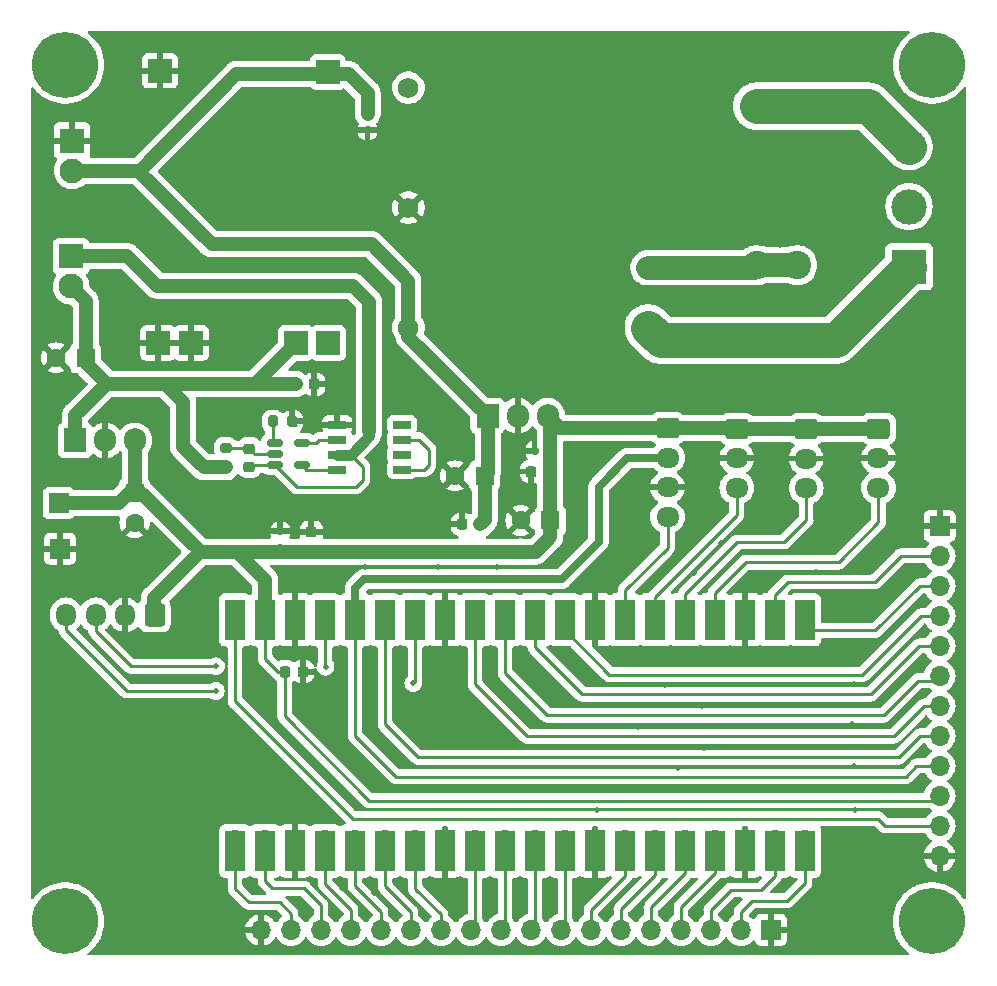
<source format=gbr>
%TF.GenerationSoftware,KiCad,Pcbnew,(7.0.0)*%
%TF.CreationDate,2023-12-23T17:06:12+01:00*%
%TF.ProjectId,PCB-light-challenge,5043422d-6c69-4676-9874-2d6368616c6c,rev?*%
%TF.SameCoordinates,Original*%
%TF.FileFunction,Copper,L1,Top*%
%TF.FilePolarity,Positive*%
%FSLAX46Y46*%
G04 Gerber Fmt 4.6, Leading zero omitted, Abs format (unit mm)*
G04 Created by KiCad (PCBNEW (7.0.0)) date 2023-12-23 17:06:12*
%MOMM*%
%LPD*%
G01*
G04 APERTURE LIST*
G04 Aperture macros list*
%AMRoundRect*
0 Rectangle with rounded corners*
0 $1 Rounding radius*
0 $2 $3 $4 $5 $6 $7 $8 $9 X,Y pos of 4 corners*
0 Add a 4 corners polygon primitive as box body*
4,1,4,$2,$3,$4,$5,$6,$7,$8,$9,$2,$3,0*
0 Add four circle primitives for the rounded corners*
1,1,$1+$1,$2,$3*
1,1,$1+$1,$4,$5*
1,1,$1+$1,$6,$7*
1,1,$1+$1,$8,$9*
0 Add four rect primitives between the rounded corners*
20,1,$1+$1,$2,$3,$4,$5,0*
20,1,$1+$1,$4,$5,$6,$7,0*
20,1,$1+$1,$6,$7,$8,$9,0*
20,1,$1+$1,$8,$9,$2,$3,0*%
G04 Aperture macros list end*
%TA.AperFunction,ComponentPad*%
%ADD10C,5.600000*%
%TD*%
%TA.AperFunction,ComponentPad*%
%ADD11RoundRect,0.250000X0.600000X0.725000X-0.600000X0.725000X-0.600000X-0.725000X0.600000X-0.725000X0*%
%TD*%
%TA.AperFunction,ComponentPad*%
%ADD12O,1.700000X1.950000*%
%TD*%
%TA.AperFunction,SMDPad,CuDef*%
%ADD13RoundRect,0.150000X-0.512500X-0.150000X0.512500X-0.150000X0.512500X0.150000X-0.512500X0.150000X0*%
%TD*%
%TA.AperFunction,ComponentPad*%
%ADD14R,1.600000X1.600000*%
%TD*%
%TA.AperFunction,ComponentPad*%
%ADD15C,1.600000*%
%TD*%
%TA.AperFunction,SMDPad,CuDef*%
%ADD16RoundRect,0.225000X0.225000X0.250000X-0.225000X0.250000X-0.225000X-0.250000X0.225000X-0.250000X0*%
%TD*%
%TA.AperFunction,ComponentPad*%
%ADD17C,2.400000*%
%TD*%
%TA.AperFunction,SMDPad,CuDef*%
%ADD18RoundRect,0.225000X-0.250000X0.225000X-0.250000X-0.225000X0.250000X-0.225000X0.250000X0.225000X0*%
%TD*%
%TA.AperFunction,SMDPad,CuDef*%
%ADD19RoundRect,0.150000X0.150000X0.200000X-0.150000X0.200000X-0.150000X-0.200000X0.150000X-0.200000X0*%
%TD*%
%TA.AperFunction,ComponentPad*%
%ADD20R,1.700000X1.700000*%
%TD*%
%TA.AperFunction,ComponentPad*%
%ADD21R,1.905000X2.000000*%
%TD*%
%TA.AperFunction,ComponentPad*%
%ADD22O,1.905000X2.000000*%
%TD*%
%TA.AperFunction,SMDPad,CuDef*%
%ADD23RoundRect,0.225000X0.250000X-0.225000X0.250000X0.225000X-0.250000X0.225000X-0.250000X-0.225000X0*%
%TD*%
%TA.AperFunction,ComponentPad*%
%ADD24C,1.750000*%
%TD*%
%TA.AperFunction,ComponentPad*%
%ADD25R,2.100000X2.100000*%
%TD*%
%TA.AperFunction,ComponentPad*%
%ADD26C,2.100000*%
%TD*%
%TA.AperFunction,SMDPad,CuDef*%
%ADD27RoundRect,0.225000X-0.225000X-0.250000X0.225000X-0.250000X0.225000X0.250000X-0.225000X0.250000X0*%
%TD*%
%TA.AperFunction,ComponentPad*%
%ADD28O,1.700000X1.700000*%
%TD*%
%TA.AperFunction,ComponentPad*%
%ADD29RoundRect,0.250000X-0.725000X0.600000X-0.725000X-0.600000X0.725000X-0.600000X0.725000X0.600000X0*%
%TD*%
%TA.AperFunction,ComponentPad*%
%ADD30O,1.950000X1.700000*%
%TD*%
%TA.AperFunction,ComponentPad*%
%ADD31R,3.000000X3.000000*%
%TD*%
%TA.AperFunction,ComponentPad*%
%ADD32C,3.000000*%
%TD*%
%TA.AperFunction,ComponentPad*%
%ADD33R,2.000000X2.000000*%
%TD*%
%TA.AperFunction,SMDPad,CuDef*%
%ADD34R,1.700000X3.500000*%
%TD*%
%TA.AperFunction,SMDPad,CuDef*%
%ADD35RoundRect,0.150000X-0.200000X0.150000X-0.200000X-0.150000X0.200000X-0.150000X0.200000X0.150000X0*%
%TD*%
%TA.AperFunction,SMDPad,CuDef*%
%ADD36RoundRect,0.200000X0.275000X-0.200000X0.275000X0.200000X-0.275000X0.200000X-0.275000X-0.200000X0*%
%TD*%
%TA.AperFunction,SMDPad,CuDef*%
%ADD37RoundRect,0.150000X0.200000X-0.150000X0.200000X0.150000X-0.200000X0.150000X-0.200000X-0.150000X0*%
%TD*%
%TA.AperFunction,SMDPad,CuDef*%
%ADD38RoundRect,0.200000X0.200000X0.275000X-0.200000X0.275000X-0.200000X-0.275000X0.200000X-0.275000X0*%
%TD*%
%TA.AperFunction,SMDPad,CuDef*%
%ADD39RoundRect,0.023600X-0.741400X-0.271400X0.741400X-0.271400X0.741400X0.271400X-0.741400X0.271400X0*%
%TD*%
%TA.AperFunction,SMDPad,CuDef*%
%ADD40RoundRect,0.023600X0.741400X0.271400X-0.741400X0.271400X-0.741400X-0.271400X0.741400X-0.271400X0*%
%TD*%
%TA.AperFunction,ViaPad*%
%ADD41C,0.500000*%
%TD*%
%TA.AperFunction,ViaPad*%
%ADD42C,0.800000*%
%TD*%
%TA.AperFunction,ViaPad*%
%ADD43C,1.100000*%
%TD*%
%TA.AperFunction,ViaPad*%
%ADD44C,1.200000*%
%TD*%
%TA.AperFunction,Conductor*%
%ADD45C,0.900000*%
%TD*%
%TA.AperFunction,Conductor*%
%ADD46C,1.200000*%
%TD*%
%TA.AperFunction,Conductor*%
%ADD47C,0.250000*%
%TD*%
%TA.AperFunction,Conductor*%
%ADD48C,0.700000*%
%TD*%
%TA.AperFunction,Conductor*%
%ADD49C,3.000000*%
%TD*%
%TA.AperFunction,Conductor*%
%ADD50C,2.000000*%
%TD*%
G04 APERTURE END LIST*
D10*
%TO.P,H1,1*%
%TO.N,N/C*%
X175691800Y-148894800D03*
%TD*%
D11*
%TO.P,LDR1,1,Pin_1*%
%TO.N,3V3*%
X183271800Y-122961400D03*
D12*
%TO.P,LDR1,2,Pin_2*%
%TO.N,P-*%
X180771799Y-122961399D03*
%TO.P,LDR1,3,Pin_3*%
%TO.N,3V3 EN*%
X178271799Y-122961399D03*
%TO.P,LDR1,4,Pin_4*%
%TO.N,GP28*%
X175771799Y-122961399D03*
%TD*%
D13*
%TO.P,U2,1,VM*%
%TO.N,Net-(U2-VM)*%
X193470000Y-108385000D03*
%TO.P,U2,2,VDD*%
%TO.N,Net-(U2-VDD)*%
X193470000Y-109335000D03*
%TO.P,U2,3,VSS*%
%TO.N,Batterij-*%
X193470000Y-110285000D03*
%TO.P,U2,4,DO*%
%TO.N,Net-(U2-DO)*%
X195745000Y-110285000D03*
%TO.P,U2,5,CO*%
%TO.N,Net-(U2-CO)*%
X195745000Y-108385000D03*
%TD*%
D14*
%TO.P,C10,1*%
%TO.N,+5V*%
X211203568Y-111175799D03*
D15*
%TO.P,C10,2*%
%TO.N,P-*%
X208703569Y-111175800D03*
%TD*%
D16*
%TO.P,C9,1*%
%TO.N,+5V*%
X210845400Y-115290600D03*
%TO.P,C9,2*%
%TO.N,P-*%
X209295400Y-115290600D03*
%TD*%
D17*
%TO.P,F1,1_1*%
%TO.N,/Battery_charger/Fuse*%
X234266000Y-93349000D03*
%TO.P,F1,1_2*%
X237666000Y-93349000D03*
%TO.P,F1,2_1*%
%TO.N,/Battery_charger/Fuse_in*%
X234266000Y-79879000D03*
%TO.P,F1,2_2*%
X237666000Y-79879000D03*
%TD*%
D16*
%TO.P,C3,1*%
%TO.N,3V3*%
X216713400Y-110820200D03*
%TO.P,C3,2*%
%TO.N,P-*%
X215163400Y-110820200D03*
%TD*%
D18*
%TO.P,C1,1*%
%TO.N,Net-(U2-VDD)*%
X191300000Y-108875000D03*
%TO.P,C1,2*%
%TO.N,Batterij-*%
X191300000Y-110425000D03*
%TD*%
D19*
%TO.P,D3,1,A1*%
%TO.N,P-*%
X215493600Y-109067600D03*
%TO.P,D3,2,A2*%
%TO.N,3V3*%
X216893600Y-109067600D03*
%TD*%
D20*
%TO.P,3V3,1,Pin_1*%
%TO.N,3V3*%
X175149999Y-113479999D03*
%TD*%
D21*
%TO.P,U5,1,IN*%
%TO.N,+5V*%
X211459999Y-106089999D03*
D22*
%TO.P,U5,2,GND*%
%TO.N,P-*%
X213999999Y-106089999D03*
%TO.P,U5,3,OUT*%
%TO.N,3V3*%
X216539999Y-106089999D03*
%TD*%
D23*
%TO.P,C5,1*%
%TO.N,3V3*%
X196545200Y-117462600D03*
%TO.P,C5,2*%
%TO.N,P-*%
X196545200Y-115912600D03*
%TD*%
D21*
%TO.P,U4,1,IN*%
%TO.N,Batterij+*%
X176529999Y-108179999D03*
D22*
%TO.P,U4,2,GND*%
%TO.N,P-*%
X179069999Y-108179999D03*
%TO.P,U4,3,OUT*%
%TO.N,3V3*%
X181609999Y-108179999D03*
%TD*%
D24*
%TO.P,PS1,1,AC(N)*%
%TO.N,/Battery_charger/GNDAC*%
X225060000Y-98640000D03*
%TO.P,PS1,2,AC(L)*%
%TO.N,/Battery_charger/Fuse*%
X225060000Y-93560000D03*
%TO.P,PS1,3,NC*%
%TO.N,unconnected-(PS1-NC-Pad3)*%
X204760000Y-78320000D03*
%TO.P,PS1,4,-VOUT*%
%TO.N,P-*%
X204760000Y-88480000D03*
%TO.P,PS1,5,+VOUT*%
%TO.N,+5V*%
X204760000Y-98640000D03*
%TD*%
D25*
%TO.P,Batterij1,1,Pin_1*%
%TO.N,Batterij-*%
X176199999Y-92589999D03*
D26*
%TO.P,Batterij1,2,Pin_2*%
%TO.N,Batterij+*%
X176200000Y-95130000D03*
%TD*%
D27*
%TO.P,C2,1*%
%TO.N,3V3*%
X194284000Y-127762000D03*
%TO.P,C2,2*%
%TO.N,P-*%
X195834000Y-127762000D03*
%TD*%
D20*
%TO.P,J4,1,Pin_1*%
%TO.N,P-*%
X249729999Y-115419999D03*
D28*
%TO.P,J4,2,Pin_2*%
%TO.N,GP17*%
X249729999Y-117959999D03*
%TO.P,J4,3,Pin_3*%
%TO.N,GP16*%
X249729999Y-120499999D03*
%TO.P,J4,4,Pin_4*%
%TO.N,GP22*%
X249729999Y-123039999D03*
%TO.P,J4,5,Pin_5*%
%TO.N,RUN*%
X249729999Y-125579999D03*
%TO.P,J4,6,Pin_6*%
%TO.N,GP26*%
X249729999Y-128119999D03*
%TO.P,J4,7,Pin_7*%
%TO.N,GP27*%
X249729999Y-130659999D03*
%TO.P,J4,8,Pin_8*%
%TO.N,ADC VREF*%
X249729999Y-133199999D03*
%TO.P,J4,9,Pin_9*%
%TO.N,3V3 OUT*%
X249729999Y-135739999D03*
%TO.P,J4,10,Pin_10*%
%TO.N,3V3*%
X249729999Y-138279999D03*
%TO.P,J4,11,Pin_11*%
%TO.N,VBUS*%
X249729999Y-140819999D03*
%TO.P,J4,12,Pin_12*%
%TO.N,P-*%
X249729999Y-143359999D03*
%TD*%
D29*
%TO.P,PIR1,1,VCC*%
%TO.N,3V3*%
X238429800Y-107217200D03*
D30*
%TO.P,PIR1,2,GND*%
%TO.N,P-*%
X238429799Y-109717199D03*
%TO.P,PIR1,3,OUT_data*%
%TO.N,GP19*%
X238429799Y-112217199D03*
%TD*%
D10*
%TO.P,H3,1*%
%TO.N,N/C*%
X249097800Y-76377800D03*
%TD*%
D31*
%TO.P,J1,1,Pin_1*%
%TO.N,/Battery_charger/GNDAC*%
X247141999Y-93471999D03*
D32*
%TO.P,J1,2,Pin_2*%
%TO.N,unconnected-(J1-Pin_2-Pad2)*%
X247142000Y-88392000D03*
%TO.P,J1,3,Pin_3*%
%TO.N,/Battery_charger/Fuse_in*%
X247142000Y-83312000D03*
%TD*%
D27*
%TO.P,C7,1*%
%TO.N,Batterij+*%
X195236800Y-103428800D03*
%TO.P,C7,2*%
%TO.N,P-*%
X196786800Y-103428800D03*
%TD*%
D33*
%TO.P,U1,1,OUT-*%
%TO.N,P-*%
X183567599Y-99923599D03*
%TO.P,U1,2,OUT+*%
%TO.N,OUT+*%
X197967599Y-99923599D03*
%TO.P,U1,3,BAT-*%
%TO.N,P-*%
X186367599Y-99923599D03*
%TO.P,U1,4,BAT+*%
%TO.N,Batterij+*%
X195217599Y-99923599D03*
%TO.P,U1,5,IN-*%
%TO.N,P-*%
X183717599Y-76873599D03*
%TO.P,U1,6,IN+*%
%TO.N,+5V*%
X197917599Y-76998599D03*
%TD*%
D20*
%TO.P,J3,1,Pin_1*%
%TO.N,P-*%
X235449999Y-149619999D03*
D28*
%TO.P,J3,2,Pin_2*%
%TO.N,GP15*%
X232909999Y-149619999D03*
%TO.P,J3,3,Pin_3*%
%TO.N,GP14*%
X230369999Y-149619999D03*
%TO.P,J3,4,Pin_4*%
%TO.N,GP13*%
X227829999Y-149619999D03*
%TO.P,J3,5,Pin_5*%
%TO.N,GP12*%
X225289999Y-149619999D03*
%TO.P,J3,6,Pin_6*%
%TO.N,GP11*%
X222749999Y-149619999D03*
%TO.P,J3,7,Pin_7*%
%TO.N,GP10*%
X220209999Y-149619999D03*
%TO.P,J3,8,Pin_8*%
%TO.N,GP9*%
X217669999Y-149619999D03*
%TO.P,J3,9,Pin_9*%
%TO.N,GP8*%
X215129999Y-149619999D03*
%TO.P,J3,10,Pin_10*%
%TO.N,GP7*%
X212589999Y-149619999D03*
%TO.P,J3,11,Pin_11*%
%TO.N,GP6*%
X210049999Y-149619999D03*
%TO.P,J3,12,Pin_12*%
%TO.N,GP5*%
X207509999Y-149619999D03*
%TO.P,J3,13,Pin_13*%
%TO.N,GP4*%
X204969999Y-149619999D03*
%TO.P,J3,14,Pin_14*%
%TO.N,GP3*%
X202429999Y-149619999D03*
%TO.P,J3,15,Pin_15*%
%TO.N,GP2*%
X199889999Y-149619999D03*
%TO.P,J3,16,Pin_16*%
%TO.N,GP1*%
X197349999Y-149619999D03*
%TO.P,J3,17,Pin_17*%
%TO.N,GP0*%
X194809999Y-149619999D03*
%TO.P,J3,18,Pin_18*%
%TO.N,P-*%
X192269999Y-149619999D03*
%TD*%
D14*
%TO.P,C4,1*%
%TO.N,3V3*%
X216766168Y-114960399D03*
D15*
%TO.P,C4,2*%
%TO.N,P-*%
X214266169Y-114960400D03*
%TD*%
D14*
%TO.P,C8,1*%
%TO.N,Batterij+*%
X177421568Y-101193599D03*
D15*
%TO.P,C8,2*%
%TO.N,P-*%
X174921569Y-101193600D03*
%TD*%
D28*
%TO.P,U-PICO1,1,GP0*%
%TO.N,GP0*%
X190079999Y-142049999D03*
D34*
X190079999Y-142949999D03*
D28*
%TO.P,U-PICO1,2,GP1*%
%TO.N,GP1*%
X192619999Y-142049999D03*
D34*
X192619999Y-142949999D03*
D20*
%TO.P,U-PICO1,3,GND*%
%TO.N,P-*%
X195159999Y-142049999D03*
D34*
X195159999Y-142949999D03*
D28*
%TO.P,U-PICO1,4,GP2*%
%TO.N,GP2*%
X197699999Y-142049999D03*
D34*
X197699999Y-142949999D03*
D28*
%TO.P,U-PICO1,5,GP3*%
%TO.N,GP3*%
X200239999Y-142049999D03*
D34*
X200239999Y-142949999D03*
D28*
%TO.P,U-PICO1,6,GP4*%
%TO.N,GP4*%
X202779999Y-142049999D03*
D34*
X202779999Y-142949999D03*
D28*
%TO.P,U-PICO1,7,GP5*%
%TO.N,GP5*%
X205319999Y-142049999D03*
D34*
X205319999Y-142949999D03*
D20*
%TO.P,U-PICO1,8,GND*%
%TO.N,P-*%
X207859999Y-142049999D03*
D34*
X207859999Y-142949999D03*
D28*
%TO.P,U-PICO1,9,GP6*%
%TO.N,GP6*%
X210399999Y-142049999D03*
D34*
X210399999Y-142949999D03*
D28*
%TO.P,U-PICO1,10,GP7*%
%TO.N,GP7*%
X212939999Y-142049999D03*
D34*
X212939999Y-142949999D03*
D28*
%TO.P,U-PICO1,11,GP8*%
%TO.N,GP8*%
X215479999Y-142049999D03*
D34*
X215479999Y-142949999D03*
D28*
%TO.P,U-PICO1,12,GP9*%
%TO.N,GP9*%
X218019999Y-142049999D03*
D34*
X218019999Y-142949999D03*
D20*
%TO.P,U-PICO1,13,GND*%
%TO.N,P-*%
X220559999Y-142049999D03*
D34*
X220559999Y-142949999D03*
D28*
%TO.P,U-PICO1,14,GP10*%
%TO.N,GP10*%
X223099999Y-142049999D03*
D34*
X223099999Y-142949999D03*
D28*
%TO.P,U-PICO1,15,GP11*%
%TO.N,GP11*%
X225639999Y-142049999D03*
D34*
X225639999Y-142949999D03*
D28*
%TO.P,U-PICO1,16,GP12*%
%TO.N,GP12*%
X228179999Y-142049999D03*
D34*
X228179999Y-142949999D03*
D28*
%TO.P,U-PICO1,17,GP13*%
%TO.N,GP13*%
X230719999Y-142049999D03*
D34*
X230719999Y-142949999D03*
D20*
%TO.P,U-PICO1,18,GND*%
%TO.N,P-*%
X233259999Y-142049999D03*
D34*
X233259999Y-142949999D03*
D28*
%TO.P,U-PICO1,19,GP14*%
%TO.N,GP14*%
X235799999Y-142049999D03*
D34*
X235799999Y-142949999D03*
D28*
%TO.P,U-PICO1,20,GP15*%
%TO.N,GP15*%
X238339999Y-142049999D03*
D34*
X238339999Y-142949999D03*
D28*
%TO.P,U-PICO1,21,GP16*%
%TO.N,GP16*%
X238339999Y-124269999D03*
D34*
X238339999Y-123369999D03*
D28*
%TO.P,U-PICO1,22,GP17*%
%TO.N,GP17*%
X235799999Y-124269999D03*
D34*
X235799999Y-123369999D03*
D20*
%TO.P,U-PICO1,23,GND*%
%TO.N,P-*%
X233259999Y-124269999D03*
D34*
X233259999Y-123369999D03*
D28*
%TO.P,U-PICO1,24,GP18*%
%TO.N,GP18*%
X230719999Y-124269999D03*
D34*
X230719999Y-123369999D03*
D28*
%TO.P,U-PICO1,25,GP19*%
%TO.N,GP19*%
X228179999Y-124269999D03*
D34*
X228179999Y-123369999D03*
D28*
%TO.P,U-PICO1,26,GP20*%
%TO.N,GP20*%
X225639999Y-124269999D03*
D34*
X225639999Y-123369999D03*
D28*
%TO.P,U-PICO1,27,GP21*%
%TO.N,GP21*%
X223099999Y-124269999D03*
D34*
X223099999Y-123369999D03*
D20*
%TO.P,U-PICO1,28,GND*%
%TO.N,P-*%
X220559999Y-124269999D03*
D34*
X220559999Y-123369999D03*
D28*
%TO.P,U-PICO1,29,GP22*%
%TO.N,GP22*%
X218019999Y-124269999D03*
D34*
X218019999Y-123369999D03*
D28*
%TO.P,U-PICO1,30,RUN*%
%TO.N,RUN*%
X215479999Y-124269999D03*
D34*
X215479999Y-123369999D03*
D28*
%TO.P,U-PICO1,31,GP26-ADC0*%
%TO.N,GP26*%
X212939999Y-124269999D03*
D34*
X212939999Y-123369999D03*
D28*
%TO.P,U-PICO1,32,GP27-ADC1*%
%TO.N,GP27*%
X210399999Y-124269999D03*
D34*
X210399999Y-123369999D03*
D20*
%TO.P,U-PICO1,33,GND-AGND*%
%TO.N,P-*%
X207859999Y-124269999D03*
D34*
X207859999Y-123369999D03*
D28*
%TO.P,U-PICO1,34,GP28-ADC2*%
%TO.N,GP28*%
X205319999Y-124269999D03*
D34*
X205319999Y-123369999D03*
D28*
%TO.P,U-PICO1,35,ADC_VREF*%
%TO.N,ADC VREF*%
X202779999Y-124269999D03*
D34*
X202779999Y-123369999D03*
D28*
%TO.P,U-PICO1,36,3V3(OUT)*%
%TO.N,3V3 OUT*%
X200239999Y-124269999D03*
D34*
X200239999Y-123369999D03*
D28*
%TO.P,U-PICO1,37,3V3_EN*%
%TO.N,3V3 EN*%
X197699999Y-124269999D03*
D34*
X197699999Y-123369999D03*
D20*
%TO.P,U-PICO1,38,GND*%
%TO.N,P-*%
X195159999Y-124269999D03*
D34*
X195159999Y-123369999D03*
D28*
%TO.P,U-PICO1,39,VSYS*%
%TO.N,3V3*%
X192619999Y-124269999D03*
D34*
X192619999Y-123369999D03*
D28*
%TO.P,U-PICO1,40,VBUS*%
%TO.N,VBUS*%
X190079999Y-124269999D03*
D34*
X190079999Y-123369999D03*
%TD*%
D25*
%TO.P,5V1,1,Pin_1*%
%TO.N,P-*%
X176275999Y-82803999D03*
D26*
%TO.P,5V1,2,Pin_2*%
%TO.N,+5V*%
X176276000Y-85344000D03*
%TD*%
D29*
%TO.P,RGB1,1,Pin_1*%
%TO.N,3V3*%
X226695000Y-107155600D03*
D30*
%TO.P,RGB1,2,Pin_2*%
%TO.N,3V3 OUT*%
X226694999Y-109655599D03*
%TO.P,RGB1,3,Pin_3*%
%TO.N,P-*%
X226694999Y-112155599D03*
%TO.P,RGB1,4,Pin_4*%
%TO.N,GP21*%
X226694999Y-114655599D03*
%TD*%
D35*
%TO.P,D1,1,A1*%
%TO.N,P-*%
X201295000Y-81915000D03*
%TO.P,D1,2,A2*%
%TO.N,+5V*%
X201295000Y-80515000D03*
%TD*%
D10*
%TO.P,H2,1*%
%TO.N,N/C*%
X175691800Y-76377800D03*
%TD*%
D29*
%TO.P,Shock1,1,VCC*%
%TO.N,3V3*%
X244551200Y-107191800D03*
D30*
%TO.P,Shock1,2,GND*%
%TO.N,P-*%
X244551199Y-109691799D03*
%TO.P,Shock1,3,Digital_Out*%
%TO.N,GP18*%
X244551199Y-112191799D03*
%TD*%
D10*
%TO.P,H4,1*%
%TO.N,N/C*%
X249072400Y-148894800D03*
%TD*%
D29*
%TO.P,PIR2,1,VCC*%
%TO.N,3V3*%
X232562400Y-107191800D03*
D30*
%TO.P,PIR2,2,GND*%
%TO.N,P-*%
X232562399Y-109691799D03*
%TO.P,PIR2,3,OUT_data*%
%TO.N,GP20*%
X232562399Y-112191799D03*
%TD*%
D36*
%TO.P,R1,1*%
%TO.N,Batterij+*%
X189290000Y-110475000D03*
%TO.P,R1,2*%
%TO.N,Net-(U2-VDD)*%
X189290000Y-108825000D03*
%TD*%
D20*
%TO.P,P-1,1,Pin_1*%
%TO.N,P-*%
X175259999Y-117347999D03*
%TD*%
D14*
%TO.P,C6,1*%
%TO.N,3V3*%
X181584599Y-112638199D03*
D15*
%TO.P,C6,2*%
%TO.N,P-*%
X181584600Y-115138200D03*
%TD*%
D37*
%TO.P,D2,1,A1*%
%TO.N,P-*%
X193900000Y-115886000D03*
%TO.P,D2,2,A2*%
%TO.N,3V3*%
X193900000Y-117286000D03*
%TD*%
D38*
%TO.P,R2,1*%
%TO.N,P-*%
X194930000Y-106575000D03*
%TO.P,R2,2*%
%TO.N,Net-(U2-VM)*%
X193280000Y-106575000D03*
%TD*%
D39*
%TO.P,U3,1*%
%TO.N,P-*%
X198740000Y-106850000D03*
%TO.P,U3,2*%
%TO.N,Net-(U2-CO)*%
X198740000Y-108120000D03*
%TO.P,U3,3*%
%TO.N,Batterij-*%
X198740000Y-109390000D03*
%TO.P,U3,4*%
%TO.N,Net-(U2-DO)*%
X198740000Y-110660000D03*
D40*
%TO.P,U3,5*%
%TO.N,Net-(U3-Pad5)*%
X204220000Y-110660000D03*
%TO.P,U3,6*%
%TO.N,N/C*%
X204220000Y-109390000D03*
%TO.P,U3,7*%
%TO.N,Net-(U3-Pad5)*%
X204220000Y-108120000D03*
%TO.P,U3,8*%
%TO.N,N/C*%
X204220000Y-106850000D03*
%TD*%
D41*
%TO.N,3V3 EN*%
X197740000Y-127350000D03*
X188460000Y-127310000D03*
%TO.N,GP28*%
X188450000Y-129400000D03*
X205180000Y-128740000D03*
%TO.N,P-*%
X211530000Y-146080000D03*
D42*
X230140000Y-74600000D03*
D41*
X182140000Y-148860000D03*
D42*
X241600000Y-84280000D03*
X225810000Y-74550000D03*
X190754000Y-74549000D03*
X195199000Y-74422000D03*
D41*
X242570000Y-139446000D03*
X229616000Y-130683000D03*
D42*
X202946000Y-74676000D03*
D41*
X185826400Y-111963200D03*
X242443000Y-130556000D03*
X224536000Y-147447000D03*
X180924200Y-130479800D03*
D42*
X181356000Y-74549000D03*
D43*
X230403400Y-96342200D03*
D41*
X242443000Y-135763000D03*
X188595000Y-146558000D03*
D42*
X199009000Y-74422000D03*
D41*
X182041800Y-126085600D03*
X242316000Y-132207000D03*
X229743000Y-134239000D03*
X226441000Y-128905000D03*
X224028000Y-137795000D03*
D44*
X184080000Y-97020000D03*
D41*
X242443000Y-126873000D03*
D42*
X222427800Y-83388200D03*
D44*
X196480000Y-93360000D03*
D41*
X224155000Y-132461000D03*
X242443000Y-134112000D03*
D42*
X247910000Y-98000000D03*
D41*
X212242400Y-118872000D03*
D42*
X236220000Y-91440000D03*
X193040000Y-137795000D03*
D43*
X220395800Y-95681800D03*
D41*
X226085400Y-119430800D03*
X242443000Y-137795000D03*
X242570000Y-141097000D03*
X220726000Y-139446000D03*
D44*
X195980000Y-119590000D03*
D41*
X239242600Y-119329200D03*
D42*
X174371000Y-88773000D03*
D44*
X212890000Y-83500000D03*
D41*
X173761400Y-141808200D03*
D42*
X230860000Y-83700000D03*
D41*
X192938400Y-112166400D03*
D44*
X184450000Y-91510000D03*
D41*
X181610000Y-128320800D03*
X190271400Y-112369600D03*
X235356400Y-117652800D03*
X229616000Y-147320000D03*
X217017600Y-118668800D03*
X201879200Y-146507200D03*
X198653400Y-104597200D03*
D44*
X196180000Y-89770000D03*
D42*
X247570000Y-100410000D03*
X182090000Y-137070000D03*
D41*
X208915000Y-146050000D03*
X201066400Y-118897400D03*
X250113800Y-109524800D03*
X227584000Y-135890000D03*
X231216200Y-116890800D03*
D42*
X216800000Y-74550000D03*
X221330000Y-74550000D03*
D41*
X204292200Y-146253200D03*
X198374000Y-147574000D03*
D42*
X236450000Y-74410000D03*
D44*
X187220000Y-120840000D03*
D41*
X190322200Y-105740200D03*
X197993000Y-113157000D03*
X188315600Y-106451400D03*
X219150000Y-145960000D03*
X242417600Y-146177000D03*
X250139200Y-106883200D03*
X202082400Y-109778800D03*
X191390000Y-145810000D03*
D42*
X236010000Y-84455000D03*
D41*
X242697000Y-122809000D03*
X207264000Y-118897400D03*
X231317800Y-119354600D03*
X236850000Y-145820000D03*
D42*
X207899000Y-74676000D03*
D44*
X208360000Y-93540000D03*
D41*
X221996000Y-147320000D03*
X216760000Y-145910000D03*
X214110000Y-145920000D03*
X242443000Y-128778000D03*
D44*
X205420000Y-104010000D03*
D41*
X199136000Y-146050000D03*
D43*
X220091000Y-109575600D03*
D42*
X179171600Y-79019400D03*
D41*
X228904800Y-119405400D03*
X187960000Y-148720000D03*
X231930000Y-147860000D03*
X226949000Y-147320000D03*
D42*
X185928000Y-74295000D03*
D41*
X195707000Y-147320000D03*
D42*
X229420000Y-91550000D03*
X230570000Y-77780000D03*
D41*
X233426000Y-126873000D03*
D42*
X212180000Y-74550000D03*
D44*
X187160000Y-97000000D03*
D41*
X237950000Y-147930000D03*
X250266200Y-111912400D03*
%TD*%
D45*
%TO.N,Batterij-*%
X201447400Y-107802278D02*
X199859678Y-109390000D01*
X201447400Y-107377078D02*
X201447400Y-107802278D01*
D46*
X201447400Y-96477400D02*
X201447400Y-107377078D01*
X200050000Y-95080000D02*
X201447400Y-96477400D01*
X183450000Y-95080000D02*
X200050000Y-95080000D01*
X180960000Y-92590000D02*
X183450000Y-95080000D01*
X176200000Y-92590000D02*
X180960000Y-92590000D01*
%TO.N,3V3*%
X181635200Y-112090000D02*
X187120000Y-117574800D01*
X226695000Y-107155600D02*
X217605600Y-107155600D01*
X192620000Y-120000000D02*
X192620000Y-124270000D01*
D47*
X194284000Y-127762000D02*
X193724000Y-127762000D01*
D46*
X180220000Y-113480000D02*
X181610000Y-112090000D01*
X183210000Y-122899600D02*
X183271800Y-122961400D01*
D47*
X201422000Y-138684000D02*
X194284000Y-131546000D01*
D46*
X216766169Y-114960400D02*
X216766169Y-106316169D01*
X175150000Y-113480000D02*
X180220000Y-113480000D01*
D47*
X194284000Y-131546000D02*
X194284000Y-127762000D01*
D46*
X217605600Y-107155600D02*
X216540000Y-106090000D01*
D47*
X192620000Y-126658000D02*
X192620000Y-124270000D01*
D46*
X216540000Y-106090000D02*
X216540000Y-105989200D01*
X215546400Y-117600000D02*
X216766169Y-116380231D01*
X190220000Y-117600000D02*
X192600000Y-117600000D01*
X190220000Y-117600000D02*
X192620000Y-120000000D01*
X216540000Y-106558000D02*
X217170000Y-107188000D01*
X216766169Y-106316169D02*
X216540000Y-106090000D01*
X216540000Y-106090000D02*
X217373200Y-106923200D01*
X232526200Y-107155600D02*
X232562400Y-107191800D01*
X187120000Y-117600000D02*
X188500000Y-117600000D01*
X181610000Y-112090000D02*
X181635200Y-112090000D01*
X226695000Y-107155600D02*
X232526200Y-107155600D01*
X181610000Y-108180000D02*
X181610000Y-112090000D01*
X183210000Y-121510000D02*
X183210000Y-122899600D01*
X216540000Y-106090000D02*
X216540000Y-106558000D01*
X232562400Y-107191800D02*
X244551200Y-107191800D01*
X192600000Y-117600000D02*
X215546400Y-117600000D01*
X216766169Y-116380231D02*
X216766169Y-114960400D01*
X192600000Y-117600000D02*
X192620000Y-117620000D01*
D47*
X249326000Y-138684000D02*
X201422000Y-138684000D01*
X249730000Y-138280000D02*
X249326000Y-138684000D01*
D46*
X187120000Y-117574800D02*
X187120000Y-117600000D01*
X183210000Y-121510000D02*
X187120000Y-117600000D01*
D47*
X193724000Y-127762000D02*
X192620000Y-126658000D01*
D46*
X188500000Y-117600000D02*
X190220000Y-117600000D01*
%TO.N,+5V*%
X204760000Y-99390000D02*
X211460000Y-106090000D01*
X204760000Y-94670000D02*
X201660000Y-91570000D01*
X211203569Y-111175800D02*
X211203569Y-114932431D01*
X211460000Y-110919369D02*
X211203569Y-111175800D01*
X176332000Y-85400000D02*
X176276000Y-85344000D01*
X188090000Y-91570000D02*
X181864000Y-85344000D01*
X211203569Y-114932431D02*
X210845400Y-115290600D01*
X181991000Y-85344000D02*
X181864000Y-85344000D01*
X181864000Y-85344000D02*
X176276000Y-85344000D01*
X198070000Y-77151000D02*
X199706000Y-77151000D01*
X204760000Y-98640000D02*
X204760000Y-99390000D01*
X199706000Y-77151000D02*
X201295000Y-78740000D01*
X190184000Y-77151000D02*
X181991000Y-85344000D01*
X211460000Y-106090000D02*
X211460000Y-110919369D01*
X198070000Y-77151000D02*
X190184000Y-77151000D01*
X204760000Y-98640000D02*
X204760000Y-94670000D01*
X201295000Y-78740000D02*
X201295000Y-80515000D01*
X201660000Y-91570000D02*
X188090000Y-91570000D01*
D47*
%TO.N,Net-(U2-VDD)*%
X189290000Y-108825000D02*
X191250000Y-108825000D01*
X193470000Y-109335000D02*
X191760000Y-109335000D01*
X191760000Y-109335000D02*
X191300000Y-108875000D01*
X191250000Y-108825000D02*
X191300000Y-108875000D01*
%TO.N,VBUS*%
X200038000Y-140208000D02*
X244498000Y-140208000D01*
X190080000Y-130250000D02*
X200038000Y-140208000D01*
X190080000Y-124270000D02*
X190080000Y-130250000D01*
X245110000Y-140820000D02*
X249730000Y-140820000D01*
X244498000Y-140208000D02*
X245110000Y-140820000D01*
%TO.N,RUN*%
X215480000Y-124270000D02*
X215480000Y-125680000D01*
X243916200Y-129667000D02*
X248003200Y-125580000D01*
X248003200Y-125580000D02*
X249730000Y-125580000D01*
X215480000Y-125680000D02*
X219467000Y-129667000D01*
X219467000Y-129667000D02*
X243916200Y-129667000D01*
%TO.N,ADC VREF*%
X202780000Y-124270000D02*
X202780000Y-132227000D01*
X246265500Y-135001000D02*
X248066500Y-133200000D01*
X202780000Y-132227000D02*
X205554000Y-135001000D01*
X248066500Y-133200000D02*
X249730000Y-133200000D01*
X205554000Y-135001000D02*
X246265500Y-135001000D01*
D48*
%TO.N,3V3 OUT*%
X200990200Y-119913400D02*
X217728800Y-119913400D01*
X217728800Y-119913400D02*
X220853000Y-116789200D01*
X200240000Y-124270000D02*
X200240000Y-120663600D01*
X223287600Y-109655600D02*
X226695000Y-109655600D01*
D47*
X200240000Y-133184000D02*
X203708000Y-136652000D01*
X246862600Y-136652000D02*
X247774600Y-135740000D01*
X203708000Y-136652000D02*
X246862600Y-136652000D01*
D48*
X220853000Y-116789200D02*
X220853000Y-112090200D01*
X200240000Y-120663600D02*
X200990200Y-119913400D01*
D47*
X200240000Y-124270000D02*
X200240000Y-133184000D01*
D48*
X220853000Y-112090200D02*
X223287600Y-109655600D01*
D47*
X247774600Y-135740000D02*
X249730000Y-135740000D01*
%TO.N,3V3 EN*%
X178271800Y-124322200D02*
X178271800Y-122961400D01*
X181259600Y-127310000D02*
X178271800Y-124322200D01*
X188460000Y-127310000D02*
X181259600Y-127310000D01*
X197700000Y-124270000D02*
X197770000Y-124340000D01*
X197700000Y-124270000D02*
X197700000Y-127310000D01*
X197700000Y-127310000D02*
X197740000Y-127350000D01*
%TO.N,GP28*%
X188450000Y-129400000D02*
X180936600Y-129400000D01*
X205320000Y-124270000D02*
X205320000Y-128600000D01*
X205320000Y-128600000D02*
X205180000Y-128740000D01*
X180936600Y-129400000D02*
X175771800Y-124235200D01*
X175771800Y-124235200D02*
X175771800Y-122961400D01*
%TO.N,GP27*%
X214773000Y-133223000D02*
X245872000Y-133223000D01*
X210400000Y-124270000D02*
X210400000Y-128850000D01*
X248435000Y-130660000D02*
X249730000Y-130660000D01*
X245872000Y-133223000D02*
X248435000Y-130660000D01*
X210400000Y-128850000D02*
X214773000Y-133223000D01*
%TO.N,GP26*%
X244983000Y-131445000D02*
X247904000Y-128524000D01*
X216495000Y-131445000D02*
X244983000Y-131445000D01*
X247904000Y-128524000D02*
X249326000Y-128524000D01*
X249326000Y-128524000D02*
X249730000Y-128120000D01*
X212940000Y-127890000D02*
X216495000Y-131445000D01*
X212940000Y-124270000D02*
X212940000Y-127890000D01*
%TO.N,GP22*%
X221766000Y-128016000D02*
X243179600Y-128016000D01*
X218020000Y-124270000D02*
X221766000Y-128016000D01*
X248155600Y-123040000D02*
X249730000Y-123040000D01*
X243179600Y-128016000D02*
X248155600Y-123040000D01*
%TO.N,GP21*%
X226695000Y-117271800D02*
X226695000Y-114655600D01*
X223100000Y-124270000D02*
X223100000Y-120866800D01*
X223100000Y-120866800D02*
X226695000Y-117271800D01*
%TO.N,GP20*%
X232562400Y-114503200D02*
X232562400Y-112191800D01*
X225640000Y-121425600D02*
X232562400Y-114503200D01*
X225640000Y-124270000D02*
X225640000Y-121425600D01*
%TO.N,GP19*%
X228180000Y-121197000D02*
X232587800Y-116789200D01*
X236550200Y-116789200D02*
X238429800Y-114909600D01*
X228180000Y-124270000D02*
X228180000Y-121197000D01*
X232587800Y-116789200D02*
X236550200Y-116789200D01*
X238429800Y-114909600D02*
X238429800Y-112217200D01*
%TO.N,GP18*%
X230720000Y-121070000D02*
X233299000Y-118491000D01*
X244551200Y-115112800D02*
X244551200Y-112191800D01*
X241173000Y-118491000D02*
X244551200Y-115112800D01*
X233299000Y-118491000D02*
X241173000Y-118491000D01*
X230720000Y-124270000D02*
X230720000Y-121070000D01*
%TO.N,GP17*%
X249707000Y-117983000D02*
X249730000Y-117960000D01*
X235800000Y-124270000D02*
X235800000Y-121247800D01*
X235800000Y-121247800D02*
X236880400Y-120167400D01*
X236880400Y-120167400D02*
X244221000Y-120167400D01*
X244221000Y-120167400D02*
X246428400Y-117960000D01*
X246428400Y-117960000D02*
X249730000Y-117960000D01*
%TO.N,GP16*%
X238340000Y-124270000D02*
X244284000Y-124270000D01*
X238340000Y-124270000D02*
X238510000Y-124270000D01*
X248054000Y-120500000D02*
X249730000Y-120500000D01*
X244284000Y-124270000D02*
X248054000Y-120500000D01*
%TO.N,GP15*%
X238330000Y-143970000D02*
X238330000Y-145640000D01*
X238330000Y-145640000D02*
X236810000Y-147160000D01*
X232910000Y-148090000D02*
X232910000Y-149620000D01*
X238340000Y-143960000D02*
X238330000Y-143970000D01*
X233840000Y-147160000D02*
X232910000Y-148090000D01*
X238340000Y-142050000D02*
X238340000Y-143960000D01*
X236810000Y-147160000D02*
X233840000Y-147160000D01*
%TO.N,GP14*%
X235800000Y-144060000D02*
X235750000Y-144110000D01*
X235800000Y-142050000D02*
X235800000Y-145030000D01*
X230370000Y-147910000D02*
X230370000Y-149620000D01*
X234580000Y-146250000D02*
X232030000Y-146250000D01*
X235800000Y-145030000D02*
X234580000Y-146250000D01*
X232030000Y-146250000D02*
X230370000Y-147910000D01*
%TO.N,GP13*%
X230720000Y-144810000D02*
X227830000Y-147700000D01*
X230720000Y-142050000D02*
X230720000Y-144810000D01*
X227830000Y-147700000D02*
X227830000Y-149620000D01*
%TO.N,GP12*%
X228180000Y-142050000D02*
X228180000Y-144820000D01*
X228180000Y-144820000D02*
X225290000Y-147710000D01*
X225290000Y-147710000D02*
X225290000Y-149620000D01*
%TO.N,GP11*%
X225640000Y-145000000D02*
X222750000Y-147890000D01*
X225640000Y-142050000D02*
X225640000Y-145000000D01*
X222750000Y-147890000D02*
X222750000Y-149620000D01*
%TO.N,GP10*%
X223100000Y-145050000D02*
X220210000Y-147940000D01*
X223100000Y-142050000D02*
X223100000Y-145050000D01*
X220210000Y-147940000D02*
X220210000Y-149620000D01*
%TO.N,GP9*%
X218020000Y-142050000D02*
X218040000Y-142070000D01*
X218020000Y-149270000D02*
X217670000Y-149620000D01*
X218020000Y-142050000D02*
X218020000Y-149270000D01*
%TO.N,GP8*%
X215480000Y-142050000D02*
X215480000Y-149270000D01*
X215480000Y-149270000D02*
X215130000Y-149620000D01*
%TO.N,GP7*%
X212940000Y-149270000D02*
X212590000Y-149620000D01*
X212940000Y-142050000D02*
X212940000Y-149270000D01*
%TO.N,GP6*%
X210400000Y-142050000D02*
X210400000Y-149270000D01*
X210400000Y-149270000D02*
X210050000Y-149620000D01*
%TO.N,GP5*%
X205320000Y-142050000D02*
X205320000Y-146130000D01*
X205320000Y-146130000D02*
X207510000Y-148320000D01*
X207510000Y-148320000D02*
X207510000Y-149620000D01*
%TO.N,GP4*%
X204970000Y-148130000D02*
X204970000Y-149620000D01*
X202780000Y-145940000D02*
X204970000Y-148130000D01*
X202780000Y-142050000D02*
X202780000Y-145940000D01*
%TO.N,GP3*%
X202430000Y-148100000D02*
X202430000Y-149620000D01*
X200240000Y-142050000D02*
X200240000Y-145910000D01*
X200240000Y-145910000D02*
X202430000Y-148100000D01*
%TO.N,GP2*%
X197700000Y-145720000D02*
X199890000Y-147910000D01*
X197700000Y-142050000D02*
X197700000Y-145720000D01*
X199890000Y-147910000D02*
X199890000Y-149620000D01*
%TO.N,GP1*%
X193200000Y-146090000D02*
X195910000Y-146090000D01*
X192620000Y-142050000D02*
X192620000Y-145510000D01*
X192620000Y-145510000D02*
X193200000Y-146090000D01*
X197350000Y-147530000D02*
X197350000Y-149620000D01*
X195910000Y-146090000D02*
X197350000Y-147530000D01*
%TO.N,GP0*%
X193852800Y-147294600D02*
X194810000Y-148251800D01*
X191244600Y-147294600D02*
X193852800Y-147294600D01*
X194810000Y-148251800D02*
X194810000Y-149620000D01*
X190016000Y-141986000D02*
X190080000Y-142050000D01*
X190080000Y-146130000D02*
X191244600Y-147294600D01*
X190080000Y-142050000D02*
X190080000Y-146130000D01*
%TO.N,Net-(U2-VM)*%
X193280000Y-106575000D02*
X193280000Y-108195000D01*
X193280000Y-108195000D02*
X193470000Y-108385000D01*
X193470000Y-106765000D02*
X193280000Y-106575000D01*
%TO.N,Net-(U2-DO)*%
X196120000Y-110660000D02*
X195745000Y-110285000D01*
X198740000Y-110660000D02*
X196120000Y-110660000D01*
%TO.N,Net-(U2-CO)*%
X195745000Y-108385000D02*
X196923000Y-108385000D01*
X197188000Y-108120000D02*
X198740000Y-108120000D01*
X196923000Y-108385000D02*
X197188000Y-108120000D01*
%TO.N,Net-(U3-Pad5)*%
X206502000Y-110236000D02*
X206078000Y-110660000D01*
X204220000Y-108120000D02*
X205656000Y-108120000D01*
X206078000Y-110660000D02*
X204220000Y-110660000D01*
X205656000Y-108120000D02*
X206502000Y-108966000D01*
X206502000Y-108966000D02*
X206502000Y-110236000D01*
D49*
%TO.N,/Battery_charger/Fuse_in*%
X234266000Y-79879000D02*
X237666000Y-79879000D01*
X247142000Y-83312000D02*
X243709000Y-79879000D01*
X243709000Y-79879000D02*
X237666000Y-79879000D01*
D50*
%TO.N,/Battery_charger/Fuse*%
X237666000Y-93349000D02*
X234266000Y-93349000D01*
X234055000Y-93560000D02*
X234266000Y-93349000D01*
X225060000Y-93560000D02*
X234055000Y-93560000D01*
D49*
%TO.N,/Battery_charger/GNDAC*%
X247142000Y-93472000D02*
X240919000Y-99695000D01*
X240919000Y-99695000D02*
X226115000Y-99695000D01*
X226115000Y-99695000D02*
X225060000Y-98640000D01*
D47*
%TO.N,P-*%
X194930000Y-106575000D02*
X195205000Y-106850000D01*
%TO.N,Batterij-*%
X193470000Y-110285000D02*
X191440000Y-110285000D01*
X200304400Y-112115600D02*
X195300600Y-112115600D01*
X199859678Y-109390000D02*
X200914000Y-110444322D01*
D46*
X176200000Y-92590000D02*
X176320000Y-92710000D01*
D47*
X191440000Y-110285000D02*
X191300000Y-110425000D01*
D45*
X199859678Y-109390000D02*
X198740000Y-109390000D01*
D47*
X200914000Y-111506000D02*
X200304400Y-112115600D01*
X200914000Y-110444322D02*
X200914000Y-111506000D01*
X195300600Y-112115600D02*
X193470000Y-110285000D01*
D46*
%TO.N,Batterij+*%
X191757000Y-103378000D02*
X195060000Y-100075000D01*
X184150000Y-103378000D02*
X185674000Y-104902000D01*
X176530000Y-106056000D02*
X176530000Y-108180000D01*
X177421569Y-96351569D02*
X176200000Y-95130000D01*
X195186000Y-103378000D02*
X195236800Y-103428800D01*
X191757000Y-103378000D02*
X195186000Y-103378000D01*
X184150000Y-103378000D02*
X179208000Y-103378000D01*
X187437000Y-110475000D02*
X189290000Y-110475000D01*
X184150000Y-103378000D02*
X191757000Y-103378000D01*
X185674000Y-108712000D02*
X187437000Y-110475000D01*
X185674000Y-104902000D02*
X185674000Y-108712000D01*
X177421569Y-101591569D02*
X177421569Y-96351569D01*
X179208000Y-103378000D02*
X176530000Y-106056000D01*
X179208000Y-103378000D02*
X177421569Y-101591569D01*
%TD*%
%TA.AperFunction,Conductor*%
%TO.N,P-*%
G36*
X232996842Y-146889015D02*
G01*
X233040865Y-146926615D01*
X233063020Y-146980102D01*
X233058478Y-147037818D01*
X233028228Y-147087181D01*
X232522696Y-147592711D01*
X232514511Y-147600159D01*
X232508123Y-147604214D01*
X232502788Y-147609894D01*
X232502783Y-147609899D01*
X232462096Y-147653225D01*
X232459392Y-147656016D01*
X232442628Y-147672780D01*
X232442621Y-147672787D01*
X232439880Y-147675529D01*
X232437500Y-147678596D01*
X232437489Y-147678609D01*
X232437400Y-147678725D01*
X232429842Y-147687570D01*
X232405280Y-147713727D01*
X232405273Y-147713736D01*
X232399938Y-147719418D01*
X232396182Y-147726249D01*
X232396179Y-147726254D01*
X232390285Y-147736975D01*
X232379609Y-147753227D01*
X232372109Y-147762896D01*
X232372101Y-147762907D01*
X232367327Y-147769064D01*
X232364234Y-147776208D01*
X232364229Y-147776219D01*
X232349974Y-147809160D01*
X232344838Y-147819643D01*
X232327591Y-147851017D01*
X232323803Y-147857908D01*
X232321864Y-147865456D01*
X232321863Y-147865461D01*
X232318822Y-147877307D01*
X232312521Y-147895711D01*
X232307658Y-147906948D01*
X232307656Y-147906952D01*
X232304562Y-147914104D01*
X232303342Y-147921803D01*
X232303342Y-147921805D01*
X232297729Y-147957241D01*
X232295361Y-147968676D01*
X232286438Y-148003428D01*
X232286436Y-148003436D01*
X232284500Y-148010981D01*
X232284500Y-148018777D01*
X232284500Y-148031017D01*
X232282974Y-148050402D01*
X232279840Y-148070196D01*
X232280574Y-148077961D01*
X232280574Y-148077964D01*
X232283950Y-148113676D01*
X232284500Y-148125345D01*
X232284500Y-148344774D01*
X232270489Y-148402031D01*
X232231625Y-148446347D01*
X232192994Y-148473397D01*
X232043034Y-148578399D01*
X232043029Y-148578402D01*
X232038599Y-148581505D01*
X232034775Y-148585328D01*
X232034769Y-148585334D01*
X231875334Y-148744769D01*
X231875328Y-148744775D01*
X231871505Y-148748599D01*
X231868403Y-148753028D01*
X231868403Y-148753029D01*
X231741574Y-148934160D01*
X231697256Y-148973025D01*
X231639999Y-148987036D01*
X231582742Y-148973025D01*
X231538426Y-148934161D01*
X231408495Y-148748599D01*
X231241401Y-148581505D01*
X231236970Y-148578402D01*
X231236966Y-148578399D01*
X231048376Y-148446347D01*
X231009511Y-148402029D01*
X230995500Y-148344772D01*
X230995500Y-148220452D01*
X231004939Y-148172999D01*
X231031819Y-148132771D01*
X232252771Y-146911819D01*
X232292999Y-146884939D01*
X232340452Y-146875500D01*
X232940547Y-146875500D01*
X232996842Y-146889015D01*
G37*
%TD.AperFunction*%
%TA.AperFunction,Conductor*%
G36*
X233448000Y-140850113D02*
G01*
X233493387Y-140895500D01*
X233510000Y-140957500D01*
X233510000Y-145183674D01*
X233513450Y-145196549D01*
X233526326Y-145200000D01*
X234154518Y-145200000D01*
X234161114Y-145199646D01*
X234209667Y-145194426D01*
X234224641Y-145190888D01*
X234343777Y-145146452D01*
X234359189Y-145138037D01*
X234455272Y-145066110D01*
X234503224Y-145044211D01*
X234555941Y-145044211D01*
X234603893Y-145066110D01*
X234646834Y-145098255D01*
X234681356Y-145138095D01*
X234696208Y-145188676D01*
X234688706Y-145240855D01*
X234660205Y-145285203D01*
X234357228Y-145588181D01*
X234317000Y-145615061D01*
X234269547Y-145624500D01*
X232107775Y-145624500D01*
X232096719Y-145623978D01*
X232089333Y-145622327D01*
X232081545Y-145622571D01*
X232081538Y-145622571D01*
X232022113Y-145624439D01*
X232018219Y-145624500D01*
X231990650Y-145624500D01*
X231986794Y-145624986D01*
X231986791Y-145624987D01*
X231986735Y-145624994D01*
X231986662Y-145625003D01*
X231975044Y-145625917D01*
X231939165Y-145627045D01*
X231939164Y-145627045D01*
X231931373Y-145627290D01*
X231923888Y-145629464D01*
X231923884Y-145629465D01*
X231912125Y-145632881D01*
X231893087Y-145636823D01*
X231880949Y-145638357D01*
X231880941Y-145638358D01*
X231873208Y-145639336D01*
X231865960Y-145642205D01*
X231865954Y-145642207D01*
X231832597Y-145655413D01*
X231821554Y-145659194D01*
X231787096Y-145669206D01*
X231787089Y-145669208D01*
X231779610Y-145671382D01*
X231772905Y-145675347D01*
X231772896Y-145675351D01*
X231762356Y-145681584D01*
X231744893Y-145690139D01*
X231733522Y-145694641D01*
X231733516Y-145694643D01*
X231726268Y-145697514D01*
X231719963Y-145702094D01*
X231719953Y-145702100D01*
X231690934Y-145723183D01*
X231681178Y-145729592D01*
X231650293Y-145747858D01*
X231650288Y-145747861D01*
X231643580Y-145751829D01*
X231638067Y-145757340D01*
X231638060Y-145757347D01*
X231629407Y-145766000D01*
X231614624Y-145778626D01*
X231604727Y-145785817D01*
X231604720Y-145785823D01*
X231598413Y-145790406D01*
X231593446Y-145796408D01*
X231593435Y-145796420D01*
X231570570Y-145824059D01*
X231562710Y-145832697D01*
X229982696Y-147412711D01*
X229974511Y-147420159D01*
X229968123Y-147424214D01*
X229962788Y-147429894D01*
X229962783Y-147429899D01*
X229922096Y-147473225D01*
X229919392Y-147476016D01*
X229902628Y-147492780D01*
X229902621Y-147492787D01*
X229899880Y-147495529D01*
X229897500Y-147498596D01*
X229897489Y-147498609D01*
X229897400Y-147498725D01*
X229889842Y-147507570D01*
X229865280Y-147533727D01*
X229865273Y-147533736D01*
X229859938Y-147539418D01*
X229856182Y-147546249D01*
X229856179Y-147546254D01*
X229850285Y-147556975D01*
X229839609Y-147573227D01*
X229832109Y-147582896D01*
X229832101Y-147582907D01*
X229827327Y-147589064D01*
X229824234Y-147596208D01*
X229824229Y-147596219D01*
X229809974Y-147629160D01*
X229804838Y-147639643D01*
X229787835Y-147670573D01*
X229783803Y-147677908D01*
X229781864Y-147685456D01*
X229781863Y-147685461D01*
X229778822Y-147697307D01*
X229772521Y-147715711D01*
X229767658Y-147726948D01*
X229767656Y-147726952D01*
X229764562Y-147734104D01*
X229763342Y-147741803D01*
X229763342Y-147741805D01*
X229757729Y-147777241D01*
X229755361Y-147788676D01*
X229746438Y-147823428D01*
X229746436Y-147823436D01*
X229744500Y-147830981D01*
X229744500Y-147838777D01*
X229744500Y-147851017D01*
X229742974Y-147870402D01*
X229739840Y-147890196D01*
X229740574Y-147897961D01*
X229740574Y-147897964D01*
X229743950Y-147933676D01*
X229744500Y-147945345D01*
X229744500Y-148344774D01*
X229730489Y-148402031D01*
X229691625Y-148446347D01*
X229652994Y-148473397D01*
X229503034Y-148578399D01*
X229503029Y-148578402D01*
X229498599Y-148581505D01*
X229494775Y-148585328D01*
X229494769Y-148585334D01*
X229335334Y-148744769D01*
X229335328Y-148744775D01*
X229331505Y-148748599D01*
X229328403Y-148753028D01*
X229328403Y-148753029D01*
X229201574Y-148934160D01*
X229157256Y-148973025D01*
X229099999Y-148987036D01*
X229042742Y-148973025D01*
X228998426Y-148934161D01*
X228868495Y-148748599D01*
X228701401Y-148581505D01*
X228696970Y-148578402D01*
X228696966Y-148578399D01*
X228508376Y-148446347D01*
X228469511Y-148402029D01*
X228455500Y-148344772D01*
X228455500Y-148010452D01*
X228464939Y-147962999D01*
X228491819Y-147922771D01*
X229796605Y-146617985D01*
X231107311Y-145307278D01*
X231115481Y-145299844D01*
X231121877Y-145295786D01*
X231167918Y-145246756D01*
X231170567Y-145244022D01*
X231177779Y-145236811D01*
X231218004Y-145209936D01*
X231265453Y-145200499D01*
X231614561Y-145200499D01*
X231617872Y-145200499D01*
X231677483Y-145194091D01*
X231812331Y-145143796D01*
X231916105Y-145066110D01*
X231964057Y-145044211D01*
X232016774Y-145044211D01*
X232064727Y-145066110D01*
X232160810Y-145138037D01*
X232176222Y-145146452D01*
X232295358Y-145190888D01*
X232310332Y-145194426D01*
X232358885Y-145199646D01*
X232365482Y-145200000D01*
X232993674Y-145200000D01*
X233006549Y-145196549D01*
X233010000Y-145183674D01*
X233010000Y-140957500D01*
X233026613Y-140895500D01*
X233072000Y-140850113D01*
X233134000Y-140833500D01*
X233386000Y-140833500D01*
X233448000Y-140850113D01*
G37*
%TD.AperFunction*%
%TA.AperFunction,Conductor*%
G36*
X229137737Y-145196457D02*
G01*
X229188184Y-145197803D01*
X229242487Y-145230675D01*
X229273408Y-145286112D01*
X229272844Y-145349587D01*
X229240942Y-145404465D01*
X227442696Y-147202711D01*
X227434511Y-147210159D01*
X227428123Y-147214214D01*
X227422788Y-147219894D01*
X227422783Y-147219899D01*
X227382096Y-147263225D01*
X227379392Y-147266016D01*
X227362628Y-147282780D01*
X227362621Y-147282787D01*
X227359880Y-147285529D01*
X227357500Y-147288596D01*
X227357489Y-147288609D01*
X227357400Y-147288725D01*
X227349842Y-147297570D01*
X227325280Y-147323727D01*
X227325273Y-147323736D01*
X227319938Y-147329418D01*
X227316182Y-147336249D01*
X227316179Y-147336254D01*
X227310285Y-147346975D01*
X227299609Y-147363227D01*
X227292109Y-147372896D01*
X227292101Y-147372907D01*
X227287327Y-147379064D01*
X227284234Y-147386208D01*
X227284229Y-147386219D01*
X227269974Y-147419160D01*
X227264838Y-147429643D01*
X227247560Y-147461073D01*
X227243803Y-147467908D01*
X227241864Y-147475456D01*
X227241863Y-147475461D01*
X227238822Y-147487307D01*
X227232521Y-147505711D01*
X227227658Y-147516948D01*
X227227656Y-147516952D01*
X227224562Y-147524104D01*
X227223342Y-147531803D01*
X227223342Y-147531805D01*
X227217729Y-147567241D01*
X227215361Y-147578676D01*
X227206438Y-147613428D01*
X227206436Y-147613436D01*
X227204500Y-147620981D01*
X227204500Y-147628777D01*
X227204500Y-147641017D01*
X227202974Y-147660402D01*
X227199840Y-147680196D01*
X227200574Y-147687961D01*
X227200574Y-147687964D01*
X227203950Y-147723676D01*
X227204500Y-147735345D01*
X227204500Y-148344774D01*
X227190489Y-148402031D01*
X227151625Y-148446347D01*
X227112994Y-148473397D01*
X226963034Y-148578399D01*
X226963029Y-148578402D01*
X226958599Y-148581505D01*
X226954775Y-148585328D01*
X226954769Y-148585334D01*
X226795334Y-148744769D01*
X226795328Y-148744775D01*
X226791505Y-148748599D01*
X226788403Y-148753028D01*
X226788403Y-148753029D01*
X226661574Y-148934160D01*
X226617256Y-148973025D01*
X226559999Y-148987036D01*
X226502742Y-148973025D01*
X226458426Y-148934161D01*
X226328495Y-148748599D01*
X226161401Y-148581505D01*
X226156970Y-148578402D01*
X226156966Y-148578399D01*
X225968376Y-148446347D01*
X225929511Y-148402029D01*
X225915500Y-148344772D01*
X225915500Y-148020452D01*
X225924939Y-147972999D01*
X225951819Y-147932771D01*
X227251917Y-146632673D01*
X228567311Y-145317278D01*
X228575481Y-145309844D01*
X228581877Y-145305786D01*
X228627918Y-145256756D01*
X228630566Y-145254023D01*
X228647779Y-145236812D01*
X228688005Y-145209937D01*
X228735454Y-145200499D01*
X229074561Y-145200499D01*
X229077872Y-145200499D01*
X229137483Y-145194091D01*
X229137737Y-145196457D01*
G37*
%TD.AperFunction*%
%TA.AperFunction,Conductor*%
G36*
X226661286Y-145194710D02*
G01*
X226715585Y-145227584D01*
X226746504Y-145283020D01*
X226745938Y-145346493D01*
X226714037Y-145401370D01*
X224902696Y-147212711D01*
X224894511Y-147220159D01*
X224888123Y-147224214D01*
X224882788Y-147229894D01*
X224882783Y-147229899D01*
X224842096Y-147273225D01*
X224839392Y-147276016D01*
X224822628Y-147292780D01*
X224822621Y-147292787D01*
X224819880Y-147295529D01*
X224817500Y-147298596D01*
X224817489Y-147298609D01*
X224817400Y-147298725D01*
X224809842Y-147307570D01*
X224785280Y-147333727D01*
X224785273Y-147333736D01*
X224779938Y-147339418D01*
X224776182Y-147346249D01*
X224776179Y-147346254D01*
X224770285Y-147356975D01*
X224759609Y-147373227D01*
X224752109Y-147382896D01*
X224752101Y-147382907D01*
X224747327Y-147389064D01*
X224744234Y-147396208D01*
X224744229Y-147396219D01*
X224729974Y-147429160D01*
X224724838Y-147439643D01*
X224709300Y-147467908D01*
X224703803Y-147477908D01*
X224701864Y-147485456D01*
X224701863Y-147485461D01*
X224698822Y-147497307D01*
X224692521Y-147515711D01*
X224687658Y-147526948D01*
X224687656Y-147526952D01*
X224684562Y-147534104D01*
X224683342Y-147541803D01*
X224683342Y-147541805D01*
X224677729Y-147577241D01*
X224675361Y-147588676D01*
X224666438Y-147623428D01*
X224666436Y-147623436D01*
X224664500Y-147630981D01*
X224664500Y-147638777D01*
X224664500Y-147651017D01*
X224662974Y-147670402D01*
X224659840Y-147690196D01*
X224660574Y-147697961D01*
X224660574Y-147697964D01*
X224663950Y-147733676D01*
X224664500Y-147745345D01*
X224664500Y-148344774D01*
X224650489Y-148402031D01*
X224611625Y-148446347D01*
X224572994Y-148473397D01*
X224423034Y-148578399D01*
X224423029Y-148578402D01*
X224418599Y-148581505D01*
X224414775Y-148585328D01*
X224414769Y-148585334D01*
X224255334Y-148744769D01*
X224255328Y-148744775D01*
X224251505Y-148748599D01*
X224248403Y-148753028D01*
X224248403Y-148753029D01*
X224121574Y-148934160D01*
X224077256Y-148973025D01*
X224019999Y-148987036D01*
X223962742Y-148973025D01*
X223918426Y-148934161D01*
X223788495Y-148748599D01*
X223621401Y-148581505D01*
X223616970Y-148578402D01*
X223616966Y-148578399D01*
X223428376Y-148446347D01*
X223389511Y-148402029D01*
X223375500Y-148344772D01*
X223375500Y-148200452D01*
X223384939Y-148152999D01*
X223411819Y-148112771D01*
X224706154Y-146818436D01*
X226027311Y-145497278D01*
X226035481Y-145489844D01*
X226041877Y-145485786D01*
X226087918Y-145436756D01*
X226090535Y-145434054D01*
X226110120Y-145414471D01*
X226112585Y-145411292D01*
X226120167Y-145402416D01*
X226150062Y-145370582D01*
X226159713Y-145353023D01*
X226170390Y-145336770D01*
X226182673Y-145320936D01*
X226200018Y-145280852D01*
X226205164Y-145270349D01*
X226208241Y-145264753D01*
X226253781Y-145217765D01*
X226316898Y-145200499D01*
X226534561Y-145200499D01*
X226537872Y-145200499D01*
X226597483Y-145194091D01*
X226600200Y-145193077D01*
X226661286Y-145194710D01*
G37*
%TD.AperFunction*%
%TA.AperFunction,Conductor*%
G36*
X224444309Y-145066421D02*
G01*
X224455907Y-145075103D01*
X224469677Y-145085411D01*
X224504199Y-145125250D01*
X224519051Y-145175831D01*
X224511549Y-145228011D01*
X224483048Y-145272359D01*
X222362696Y-147392711D01*
X222354511Y-147400159D01*
X222348123Y-147404214D01*
X222342788Y-147409894D01*
X222342783Y-147409899D01*
X222302096Y-147453225D01*
X222299392Y-147456016D01*
X222282628Y-147472780D01*
X222282621Y-147472787D01*
X222279880Y-147475529D01*
X222277500Y-147478596D01*
X222277489Y-147478609D01*
X222277400Y-147478725D01*
X222269842Y-147487570D01*
X222245280Y-147513727D01*
X222245273Y-147513736D01*
X222239938Y-147519418D01*
X222236182Y-147526249D01*
X222236179Y-147526254D01*
X222230285Y-147536975D01*
X222219609Y-147553227D01*
X222212109Y-147562896D01*
X222212101Y-147562907D01*
X222207327Y-147569064D01*
X222204234Y-147576208D01*
X222204229Y-147576219D01*
X222189974Y-147609160D01*
X222184838Y-147619643D01*
X222167725Y-147650773D01*
X222163803Y-147657908D01*
X222161864Y-147665456D01*
X222161863Y-147665461D01*
X222158822Y-147677307D01*
X222152521Y-147695711D01*
X222147658Y-147706948D01*
X222147656Y-147706952D01*
X222144562Y-147714104D01*
X222143342Y-147721803D01*
X222143342Y-147721805D01*
X222137729Y-147757241D01*
X222135361Y-147768676D01*
X222126438Y-147803428D01*
X222126436Y-147803436D01*
X222124500Y-147810981D01*
X222124500Y-147818777D01*
X222124500Y-147831017D01*
X222122974Y-147850402D01*
X222119840Y-147870196D01*
X222120574Y-147877961D01*
X222120574Y-147877964D01*
X222123950Y-147913676D01*
X222124500Y-147925345D01*
X222124500Y-148344774D01*
X222110489Y-148402031D01*
X222071625Y-148446347D01*
X222032994Y-148473397D01*
X221883034Y-148578399D01*
X221883029Y-148578402D01*
X221878599Y-148581505D01*
X221874775Y-148585328D01*
X221874769Y-148585334D01*
X221715334Y-148744769D01*
X221715328Y-148744775D01*
X221711505Y-148748599D01*
X221708403Y-148753028D01*
X221708403Y-148753029D01*
X221581574Y-148934160D01*
X221537256Y-148973025D01*
X221479999Y-148987036D01*
X221422742Y-148973025D01*
X221378426Y-148934161D01*
X221248495Y-148748599D01*
X221081401Y-148581505D01*
X221076970Y-148578402D01*
X221076966Y-148578399D01*
X220888376Y-148446347D01*
X220849511Y-148402029D01*
X220835500Y-148344772D01*
X220835500Y-148250452D01*
X220844939Y-148202999D01*
X220871819Y-148162771D01*
X222159090Y-146875500D01*
X223487311Y-145547278D01*
X223495481Y-145539844D01*
X223501877Y-145535786D01*
X223547918Y-145486756D01*
X223550535Y-145484054D01*
X223570120Y-145464471D01*
X223572585Y-145461292D01*
X223580167Y-145452416D01*
X223610062Y-145420582D01*
X223619713Y-145403023D01*
X223630390Y-145386770D01*
X223642673Y-145370936D01*
X223660018Y-145330852D01*
X223665151Y-145320371D01*
X223686197Y-145282092D01*
X223687422Y-145277318D01*
X223713129Y-145237738D01*
X223753671Y-145210187D01*
X223801721Y-145200499D01*
X223994561Y-145200499D01*
X223997872Y-145200499D01*
X224057483Y-145194091D01*
X224192331Y-145143796D01*
X224295689Y-145066421D01*
X224343641Y-145044523D01*
X224396357Y-145044523D01*
X224444309Y-145066421D01*
G37*
%TD.AperFunction*%
%TA.AperFunction,Conductor*%
G36*
X220748000Y-140850113D02*
G01*
X220793387Y-140895500D01*
X220810000Y-140957500D01*
X220810000Y-145183674D01*
X220813450Y-145196549D01*
X220826326Y-145200000D01*
X221454518Y-145200000D01*
X221461114Y-145199646D01*
X221509667Y-145194426D01*
X221524641Y-145190888D01*
X221643777Y-145146452D01*
X221659189Y-145138037D01*
X221755272Y-145066110D01*
X221803224Y-145044211D01*
X221855941Y-145044211D01*
X221903894Y-145066110D01*
X221958272Y-145106817D01*
X222000143Y-145162751D01*
X222005127Y-145232442D01*
X221971642Y-145293765D01*
X219822696Y-147442711D01*
X219814511Y-147450159D01*
X219808123Y-147454214D01*
X219802788Y-147459894D01*
X219802783Y-147459899D01*
X219762096Y-147503225D01*
X219759392Y-147506016D01*
X219742628Y-147522780D01*
X219742621Y-147522787D01*
X219739880Y-147525529D01*
X219737500Y-147528596D01*
X219737489Y-147528609D01*
X219737400Y-147528725D01*
X219729842Y-147537570D01*
X219705280Y-147563727D01*
X219705273Y-147563736D01*
X219699938Y-147569418D01*
X219696182Y-147576249D01*
X219696179Y-147576254D01*
X219690285Y-147586975D01*
X219679609Y-147603227D01*
X219672109Y-147612896D01*
X219672101Y-147612907D01*
X219667327Y-147619064D01*
X219664234Y-147626208D01*
X219664229Y-147626219D01*
X219649974Y-147659160D01*
X219644838Y-147669643D01*
X219627560Y-147701073D01*
X219623803Y-147707908D01*
X219621864Y-147715456D01*
X219621863Y-147715461D01*
X219618822Y-147727307D01*
X219612521Y-147745711D01*
X219607658Y-147756948D01*
X219607656Y-147756952D01*
X219604562Y-147764104D01*
X219603342Y-147771803D01*
X219603342Y-147771805D01*
X219597729Y-147807241D01*
X219595361Y-147818676D01*
X219586438Y-147853428D01*
X219586436Y-147853436D01*
X219584500Y-147860981D01*
X219584500Y-147868777D01*
X219584500Y-147881017D01*
X219582974Y-147900402D01*
X219579840Y-147920196D01*
X219580574Y-147927961D01*
X219580574Y-147927964D01*
X219583950Y-147963676D01*
X219584500Y-147975345D01*
X219584500Y-148344774D01*
X219570489Y-148402031D01*
X219531625Y-148446347D01*
X219492994Y-148473397D01*
X219343034Y-148578399D01*
X219343029Y-148578402D01*
X219338599Y-148581505D01*
X219334775Y-148585328D01*
X219334769Y-148585334D01*
X219175334Y-148744769D01*
X219175328Y-148744775D01*
X219171505Y-148748599D01*
X219168403Y-148753028D01*
X219168403Y-148753029D01*
X219041574Y-148934160D01*
X218997256Y-148973025D01*
X218939999Y-148987036D01*
X218882742Y-148973025D01*
X218838426Y-148934161D01*
X218708495Y-148748599D01*
X218681819Y-148721923D01*
X218654939Y-148681695D01*
X218645500Y-148634242D01*
X218645500Y-145324499D01*
X218662113Y-145262499D01*
X218707500Y-145217112D01*
X218769500Y-145200499D01*
X218914561Y-145200499D01*
X218917872Y-145200499D01*
X218977483Y-145194091D01*
X219112331Y-145143796D01*
X219216105Y-145066110D01*
X219264057Y-145044211D01*
X219316774Y-145044211D01*
X219364727Y-145066110D01*
X219460810Y-145138037D01*
X219476222Y-145146452D01*
X219595358Y-145190888D01*
X219610332Y-145194426D01*
X219658885Y-145199646D01*
X219665482Y-145200000D01*
X220293674Y-145200000D01*
X220306549Y-145196549D01*
X220310000Y-145183674D01*
X220310000Y-140957500D01*
X220326613Y-140895500D01*
X220372000Y-140850113D01*
X220434000Y-140833500D01*
X220686000Y-140833500D01*
X220748000Y-140850113D01*
G37*
%TD.AperFunction*%
%TA.AperFunction,Conductor*%
G36*
X216824310Y-145066421D02*
G01*
X216927669Y-145143796D01*
X217062517Y-145194091D01*
X217122127Y-145200500D01*
X217270500Y-145200500D01*
X217332500Y-145217113D01*
X217377887Y-145262500D01*
X217394500Y-145324500D01*
X217394500Y-148200530D01*
X217382882Y-148252935D01*
X217350206Y-148295519D01*
X217302594Y-148320305D01*
X217211567Y-148344695D01*
X217211560Y-148344697D01*
X217206337Y-148346097D01*
X217201432Y-148348383D01*
X217201427Y-148348386D01*
X216997081Y-148443675D01*
X216997077Y-148443677D01*
X216992171Y-148445965D01*
X216987738Y-148449068D01*
X216987731Y-148449073D01*
X216803034Y-148578399D01*
X216803029Y-148578402D01*
X216798599Y-148581505D01*
X216794775Y-148585328D01*
X216794769Y-148585334D01*
X216635334Y-148744769D01*
X216635328Y-148744775D01*
X216631505Y-148748599D01*
X216628403Y-148753028D01*
X216628403Y-148753029D01*
X216501574Y-148934160D01*
X216457256Y-148973025D01*
X216399999Y-148987036D01*
X216342742Y-148973025D01*
X216298426Y-148934161D01*
X216168495Y-148748599D01*
X216141819Y-148721923D01*
X216114939Y-148681695D01*
X216105500Y-148634242D01*
X216105500Y-145324499D01*
X216122113Y-145262499D01*
X216167500Y-145217112D01*
X216229500Y-145200499D01*
X216374561Y-145200499D01*
X216377872Y-145200499D01*
X216437483Y-145194091D01*
X216572331Y-145143796D01*
X216675689Y-145066421D01*
X216723642Y-145044523D01*
X216776358Y-145044523D01*
X216824310Y-145066421D01*
G37*
%TD.AperFunction*%
%TA.AperFunction,Conductor*%
G36*
X214284310Y-145066421D02*
G01*
X214387669Y-145143796D01*
X214522517Y-145194091D01*
X214582127Y-145200500D01*
X214730500Y-145200500D01*
X214792500Y-145217113D01*
X214837887Y-145262500D01*
X214854500Y-145324500D01*
X214854500Y-148200530D01*
X214842882Y-148252935D01*
X214810206Y-148295519D01*
X214762594Y-148320305D01*
X214671567Y-148344695D01*
X214671560Y-148344697D01*
X214666337Y-148346097D01*
X214661432Y-148348383D01*
X214661427Y-148348386D01*
X214457081Y-148443675D01*
X214457077Y-148443677D01*
X214452171Y-148445965D01*
X214447738Y-148449068D01*
X214447731Y-148449073D01*
X214263034Y-148578399D01*
X214263029Y-148578402D01*
X214258599Y-148581505D01*
X214254775Y-148585328D01*
X214254769Y-148585334D01*
X214095334Y-148744769D01*
X214095328Y-148744775D01*
X214091505Y-148748599D01*
X214088403Y-148753028D01*
X214088403Y-148753029D01*
X213961574Y-148934160D01*
X213917256Y-148973025D01*
X213859999Y-148987036D01*
X213802742Y-148973025D01*
X213758426Y-148934161D01*
X213628495Y-148748599D01*
X213601819Y-148721923D01*
X213574939Y-148681695D01*
X213565500Y-148634242D01*
X213565500Y-145324499D01*
X213582113Y-145262499D01*
X213627500Y-145217112D01*
X213689500Y-145200499D01*
X213834561Y-145200499D01*
X213837872Y-145200499D01*
X213897483Y-145194091D01*
X214032331Y-145143796D01*
X214135689Y-145066421D01*
X214183642Y-145044523D01*
X214236358Y-145044523D01*
X214284310Y-145066421D01*
G37*
%TD.AperFunction*%
%TA.AperFunction,Conductor*%
G36*
X211744310Y-145066421D02*
G01*
X211847669Y-145143796D01*
X211982517Y-145194091D01*
X212042127Y-145200500D01*
X212190500Y-145200500D01*
X212252500Y-145217113D01*
X212297887Y-145262500D01*
X212314500Y-145324500D01*
X212314500Y-148200530D01*
X212302882Y-148252935D01*
X212270206Y-148295519D01*
X212222594Y-148320305D01*
X212131567Y-148344695D01*
X212131560Y-148344697D01*
X212126337Y-148346097D01*
X212121432Y-148348383D01*
X212121427Y-148348386D01*
X211917081Y-148443675D01*
X211917077Y-148443677D01*
X211912171Y-148445965D01*
X211907738Y-148449068D01*
X211907731Y-148449073D01*
X211723034Y-148578399D01*
X211723029Y-148578402D01*
X211718599Y-148581505D01*
X211714775Y-148585328D01*
X211714769Y-148585334D01*
X211555334Y-148744769D01*
X211555328Y-148744775D01*
X211551505Y-148748599D01*
X211548403Y-148753028D01*
X211548403Y-148753029D01*
X211421574Y-148934160D01*
X211377256Y-148973025D01*
X211319999Y-148987036D01*
X211262742Y-148973025D01*
X211218426Y-148934161D01*
X211088495Y-148748599D01*
X211061819Y-148721923D01*
X211034939Y-148681695D01*
X211025500Y-148634242D01*
X211025500Y-145324499D01*
X211042113Y-145262499D01*
X211087500Y-145217112D01*
X211149500Y-145200499D01*
X211294561Y-145200499D01*
X211297872Y-145200499D01*
X211357483Y-145194091D01*
X211492331Y-145143796D01*
X211595689Y-145066421D01*
X211643642Y-145044523D01*
X211696358Y-145044523D01*
X211744310Y-145066421D01*
G37*
%TD.AperFunction*%
%TA.AperFunction,Conductor*%
G36*
X208048000Y-140850113D02*
G01*
X208093387Y-140895500D01*
X208110000Y-140957500D01*
X208110000Y-145183674D01*
X208113450Y-145196549D01*
X208126326Y-145200000D01*
X208754518Y-145200000D01*
X208761114Y-145199646D01*
X208809667Y-145194426D01*
X208824641Y-145190888D01*
X208943777Y-145146452D01*
X208959189Y-145138037D01*
X209055272Y-145066110D01*
X209103225Y-145044211D01*
X209155941Y-145044211D01*
X209203894Y-145066110D01*
X209307669Y-145143796D01*
X209442517Y-145194091D01*
X209502127Y-145200500D01*
X209650500Y-145200500D01*
X209712500Y-145217113D01*
X209757887Y-145262500D01*
X209774500Y-145324500D01*
X209774500Y-148200530D01*
X209762882Y-148252935D01*
X209730206Y-148295519D01*
X209682594Y-148320305D01*
X209591567Y-148344695D01*
X209591560Y-148344697D01*
X209586337Y-148346097D01*
X209581432Y-148348383D01*
X209581427Y-148348386D01*
X209377081Y-148443675D01*
X209377077Y-148443677D01*
X209372171Y-148445965D01*
X209367738Y-148449068D01*
X209367731Y-148449073D01*
X209183034Y-148578399D01*
X209183029Y-148578402D01*
X209178599Y-148581505D01*
X209174775Y-148585328D01*
X209174769Y-148585334D01*
X209015334Y-148744769D01*
X209015328Y-148744775D01*
X209011505Y-148748599D01*
X209008403Y-148753028D01*
X209008403Y-148753029D01*
X208881574Y-148934160D01*
X208837256Y-148973025D01*
X208779999Y-148987036D01*
X208722742Y-148973025D01*
X208678426Y-148934161D01*
X208548495Y-148748599D01*
X208381401Y-148581505D01*
X208376970Y-148578402D01*
X208376966Y-148578399D01*
X208189550Y-148447169D01*
X208151597Y-148404570D01*
X208136735Y-148349487D01*
X208136700Y-148348386D01*
X208135561Y-148312112D01*
X208135500Y-148308219D01*
X208135500Y-148284542D01*
X208135500Y-148280650D01*
X208134998Y-148276683D01*
X208134081Y-148265026D01*
X208133623Y-148250452D01*
X208132710Y-148221373D01*
X208127118Y-148202128D01*
X208123174Y-148183083D01*
X208120664Y-148163208D01*
X208104579Y-148122583D01*
X208100806Y-148111562D01*
X208088618Y-148069610D01*
X208078417Y-148052360D01*
X208069863Y-148034901D01*
X208062486Y-148016268D01*
X208036808Y-147980925D01*
X208030401Y-147971171D01*
X208028925Y-147968676D01*
X208013864Y-147943208D01*
X208012142Y-147940296D01*
X208012141Y-147940294D01*
X208008170Y-147933580D01*
X207994005Y-147919415D01*
X207981370Y-147904622D01*
X207969594Y-147888413D01*
X207963583Y-147883440D01*
X207963581Y-147883438D01*
X207935941Y-147860573D01*
X207927300Y-147852710D01*
X205981819Y-145907228D01*
X205954939Y-145867000D01*
X205945500Y-145819547D01*
X205945500Y-145324499D01*
X205962113Y-145262499D01*
X206007500Y-145217112D01*
X206069500Y-145200499D01*
X206214561Y-145200499D01*
X206217872Y-145200499D01*
X206277483Y-145194091D01*
X206412331Y-145143796D01*
X206516105Y-145066110D01*
X206564057Y-145044211D01*
X206616774Y-145044211D01*
X206664727Y-145066110D01*
X206760810Y-145138037D01*
X206776222Y-145146452D01*
X206895358Y-145190888D01*
X206910332Y-145194426D01*
X206958885Y-145199646D01*
X206965482Y-145200000D01*
X207593674Y-145200000D01*
X207606549Y-145196549D01*
X207610000Y-145183674D01*
X207610000Y-140957500D01*
X207626613Y-140895500D01*
X207672000Y-140850113D01*
X207734000Y-140833500D01*
X207986000Y-140833500D01*
X208048000Y-140850113D01*
G37*
%TD.AperFunction*%
%TA.AperFunction,Conductor*%
G36*
X204124310Y-145066421D02*
G01*
X204227669Y-145143796D01*
X204362517Y-145194091D01*
X204422127Y-145200500D01*
X204570500Y-145200500D01*
X204632500Y-145217113D01*
X204677887Y-145262500D01*
X204694500Y-145324500D01*
X204694500Y-146052225D01*
X204693978Y-146063280D01*
X204692327Y-146070667D01*
X204692571Y-146078453D01*
X204692571Y-146078461D01*
X204694439Y-146137873D01*
X204694500Y-146141768D01*
X204694500Y-146169350D01*
X204694988Y-146173219D01*
X204694989Y-146173225D01*
X204695004Y-146173343D01*
X204695918Y-146184966D01*
X204697045Y-146220830D01*
X204697046Y-146220837D01*
X204697291Y-146228627D01*
X204699467Y-146236119D01*
X204699468Y-146236121D01*
X204702879Y-146247862D01*
X204706825Y-146266915D01*
X204709336Y-146286792D01*
X204712206Y-146294042D01*
X204712208Y-146294048D01*
X204725414Y-146327404D01*
X204729197Y-146338451D01*
X204741382Y-146380390D01*
X204745353Y-146387105D01*
X204745354Y-146387107D01*
X204751581Y-146397637D01*
X204760136Y-146415099D01*
X204764642Y-146426480D01*
X204764643Y-146426483D01*
X204767514Y-146433732D01*
X204789440Y-146463912D01*
X204793181Y-146469060D01*
X204799593Y-146478822D01*
X204817856Y-146509702D01*
X204817859Y-146509707D01*
X204821830Y-146516420D01*
X204827344Y-146521934D01*
X204827345Y-146521935D01*
X204835990Y-146530580D01*
X204848626Y-146545374D01*
X204855819Y-146555275D01*
X204855823Y-146555279D01*
X204860406Y-146561587D01*
X204866415Y-146566558D01*
X204866416Y-146566559D01*
X204894058Y-146589426D01*
X204902699Y-146597289D01*
X206680154Y-148374744D01*
X206708995Y-148420014D01*
X206716001Y-148473230D01*
X206699862Y-148524422D01*
X206663600Y-148563998D01*
X206643034Y-148578399D01*
X206643029Y-148578402D01*
X206638599Y-148581505D01*
X206634773Y-148585330D01*
X206634767Y-148585336D01*
X206475334Y-148744769D01*
X206475328Y-148744775D01*
X206471505Y-148748599D01*
X206468403Y-148753028D01*
X206468403Y-148753029D01*
X206341574Y-148934160D01*
X206297256Y-148973025D01*
X206239999Y-148987036D01*
X206182742Y-148973025D01*
X206138426Y-148934161D01*
X206008495Y-148748599D01*
X205841401Y-148581505D01*
X205836970Y-148578402D01*
X205836966Y-148578399D01*
X205648376Y-148446347D01*
X205609511Y-148402029D01*
X205595500Y-148344772D01*
X205595500Y-148207775D01*
X205596021Y-148196719D01*
X205597673Y-148189333D01*
X205595561Y-148122113D01*
X205595500Y-148118219D01*
X205595500Y-148094542D01*
X205595500Y-148090650D01*
X205594998Y-148086683D01*
X205594081Y-148075026D01*
X205592710Y-148031373D01*
X205587118Y-148012128D01*
X205583174Y-147993083D01*
X205580664Y-147973208D01*
X205564579Y-147932583D01*
X205560806Y-147921562D01*
X205548618Y-147879610D01*
X205538417Y-147862360D01*
X205529863Y-147844901D01*
X205522486Y-147826268D01*
X205496808Y-147790925D01*
X205490401Y-147781171D01*
X205488006Y-147777122D01*
X205475635Y-147756203D01*
X205472142Y-147750296D01*
X205472141Y-147750294D01*
X205468170Y-147743580D01*
X205454005Y-147729415D01*
X205441370Y-147714622D01*
X205429594Y-147698413D01*
X205423583Y-147693440D01*
X205423581Y-147693438D01*
X205395941Y-147670573D01*
X205387300Y-147662710D01*
X203441819Y-145717228D01*
X203414939Y-145677000D01*
X203405500Y-145629547D01*
X203405500Y-145324499D01*
X203422113Y-145262499D01*
X203467500Y-145217112D01*
X203529500Y-145200499D01*
X203674561Y-145200499D01*
X203677872Y-145200499D01*
X203737483Y-145194091D01*
X203872331Y-145143796D01*
X203975689Y-145066421D01*
X204023642Y-145044523D01*
X204076358Y-145044523D01*
X204124310Y-145066421D01*
G37*
%TD.AperFunction*%
%TA.AperFunction,Conductor*%
G36*
X201584310Y-145066421D02*
G01*
X201687669Y-145143796D01*
X201822517Y-145194091D01*
X201882127Y-145200500D01*
X202030500Y-145200500D01*
X202092500Y-145217113D01*
X202137887Y-145262500D01*
X202154500Y-145324500D01*
X202154500Y-145862225D01*
X202153978Y-145873280D01*
X202152327Y-145880667D01*
X202152571Y-145888453D01*
X202152571Y-145888461D01*
X202154439Y-145947873D01*
X202154500Y-145951768D01*
X202154500Y-145979350D01*
X202154988Y-145983219D01*
X202154989Y-145983225D01*
X202155004Y-145983343D01*
X202155918Y-145994966D01*
X202157045Y-146030830D01*
X202157046Y-146030837D01*
X202157291Y-146038627D01*
X202159467Y-146046119D01*
X202159468Y-146046121D01*
X202162879Y-146057862D01*
X202166825Y-146076915D01*
X202169336Y-146096792D01*
X202172206Y-146104042D01*
X202172208Y-146104048D01*
X202185414Y-146137404D01*
X202189197Y-146148451D01*
X202201382Y-146190390D01*
X202205353Y-146197105D01*
X202205354Y-146197107D01*
X202211581Y-146207637D01*
X202220136Y-146225099D01*
X202224642Y-146236480D01*
X202224643Y-146236483D01*
X202227514Y-146243732D01*
X202244357Y-146266915D01*
X202253181Y-146279060D01*
X202259593Y-146288822D01*
X202277856Y-146319702D01*
X202277859Y-146319707D01*
X202281830Y-146326420D01*
X202287344Y-146331934D01*
X202287345Y-146331935D01*
X202295990Y-146340580D01*
X202308626Y-146355374D01*
X202315819Y-146365275D01*
X202315823Y-146365279D01*
X202320406Y-146371587D01*
X202326415Y-146376558D01*
X202326416Y-146376559D01*
X202354058Y-146399426D01*
X202362699Y-146407289D01*
X204251906Y-148296496D01*
X204280747Y-148341766D01*
X204287753Y-148394984D01*
X204271612Y-148446177D01*
X204235349Y-148485752D01*
X204103041Y-148578395D01*
X204098599Y-148581505D01*
X204094775Y-148585328D01*
X204094769Y-148585334D01*
X203935334Y-148744769D01*
X203935328Y-148744775D01*
X203931505Y-148748599D01*
X203928403Y-148753028D01*
X203928403Y-148753029D01*
X203801574Y-148934160D01*
X203757256Y-148973025D01*
X203699999Y-148987036D01*
X203642742Y-148973025D01*
X203598426Y-148934161D01*
X203468495Y-148748599D01*
X203301401Y-148581505D01*
X203296970Y-148578402D01*
X203296966Y-148578399D01*
X203108376Y-148446347D01*
X203069511Y-148402029D01*
X203055500Y-148344772D01*
X203055500Y-148177775D01*
X203056021Y-148166719D01*
X203057673Y-148159333D01*
X203055561Y-148092113D01*
X203055500Y-148088219D01*
X203055500Y-148064542D01*
X203055500Y-148060650D01*
X203054998Y-148056683D01*
X203054081Y-148045026D01*
X203054048Y-148043967D01*
X203052710Y-148001373D01*
X203047118Y-147982128D01*
X203043174Y-147963083D01*
X203040664Y-147943208D01*
X203024579Y-147902583D01*
X203020806Y-147891562D01*
X203008618Y-147849610D01*
X202998417Y-147832360D01*
X202989863Y-147814901D01*
X202982486Y-147796268D01*
X202956808Y-147760925D01*
X202950401Y-147751171D01*
X202932142Y-147720296D01*
X202932141Y-147720294D01*
X202928170Y-147713580D01*
X202914004Y-147699414D01*
X202901370Y-147684622D01*
X202889594Y-147668413D01*
X202883583Y-147663440D01*
X202883581Y-147663438D01*
X202855941Y-147640573D01*
X202847300Y-147632710D01*
X200901819Y-145687228D01*
X200874939Y-145647000D01*
X200865500Y-145599547D01*
X200865500Y-145324499D01*
X200882113Y-145262499D01*
X200927500Y-145217112D01*
X200989500Y-145200499D01*
X201134561Y-145200499D01*
X201137872Y-145200499D01*
X201197483Y-145194091D01*
X201332331Y-145143796D01*
X201435689Y-145066421D01*
X201483642Y-145044523D01*
X201536358Y-145044523D01*
X201584310Y-145066421D01*
G37*
%TD.AperFunction*%
%TA.AperFunction,Conductor*%
G36*
X199044310Y-145066421D02*
G01*
X199147669Y-145143796D01*
X199282517Y-145194091D01*
X199342127Y-145200500D01*
X199490500Y-145200500D01*
X199552500Y-145217113D01*
X199597887Y-145262500D01*
X199614500Y-145324500D01*
X199614500Y-145832225D01*
X199613978Y-145843280D01*
X199612327Y-145850667D01*
X199612571Y-145858453D01*
X199612571Y-145858461D01*
X199614439Y-145917873D01*
X199614500Y-145921768D01*
X199614500Y-145949350D01*
X199614988Y-145953219D01*
X199614989Y-145953225D01*
X199615004Y-145953343D01*
X199615918Y-145964966D01*
X199617045Y-146000830D01*
X199617046Y-146000837D01*
X199617291Y-146008627D01*
X199619467Y-146016119D01*
X199619468Y-146016121D01*
X199622879Y-146027862D01*
X199626825Y-146046915D01*
X199629336Y-146066792D01*
X199632206Y-146074042D01*
X199632208Y-146074048D01*
X199645414Y-146107404D01*
X199649197Y-146118451D01*
X199661382Y-146160390D01*
X199665353Y-146167105D01*
X199665354Y-146167107D01*
X199671581Y-146177637D01*
X199680136Y-146195099D01*
X199684642Y-146206480D01*
X199684643Y-146206483D01*
X199687514Y-146213732D01*
X199704041Y-146236480D01*
X199713181Y-146249060D01*
X199719593Y-146258822D01*
X199737856Y-146289702D01*
X199737859Y-146289707D01*
X199741830Y-146296420D01*
X199747345Y-146301935D01*
X199755990Y-146310580D01*
X199768626Y-146325374D01*
X199775819Y-146335275D01*
X199775823Y-146335279D01*
X199780406Y-146341587D01*
X199786415Y-146346558D01*
X199786416Y-146346559D01*
X199814058Y-146369426D01*
X199822699Y-146377289D01*
X201729551Y-148284141D01*
X201758392Y-148329411D01*
X201765398Y-148382629D01*
X201749257Y-148433822D01*
X201712994Y-148473397D01*
X201563041Y-148578395D01*
X201558599Y-148581505D01*
X201554775Y-148585328D01*
X201554769Y-148585334D01*
X201395334Y-148744769D01*
X201395328Y-148744775D01*
X201391505Y-148748599D01*
X201388403Y-148753028D01*
X201388403Y-148753029D01*
X201261574Y-148934160D01*
X201217256Y-148973025D01*
X201159999Y-148987036D01*
X201102742Y-148973025D01*
X201058426Y-148934161D01*
X200928495Y-148748599D01*
X200761401Y-148581505D01*
X200756970Y-148578402D01*
X200756966Y-148578399D01*
X200568376Y-148446347D01*
X200529511Y-148402029D01*
X200515500Y-148344772D01*
X200515500Y-147987775D01*
X200516021Y-147976719D01*
X200517673Y-147969333D01*
X200515561Y-147902113D01*
X200515500Y-147898219D01*
X200515500Y-147874542D01*
X200515500Y-147870650D01*
X200514998Y-147866683D01*
X200514081Y-147855026D01*
X200514008Y-147852710D01*
X200512710Y-147811373D01*
X200507118Y-147792128D01*
X200503174Y-147773083D01*
X200500664Y-147753208D01*
X200484579Y-147712583D01*
X200480806Y-147701562D01*
X200468618Y-147659610D01*
X200458417Y-147642360D01*
X200449863Y-147624901D01*
X200442486Y-147606268D01*
X200416808Y-147570925D01*
X200410401Y-147561171D01*
X200392142Y-147530296D01*
X200392141Y-147530294D01*
X200388170Y-147523580D01*
X200374004Y-147509414D01*
X200361370Y-147494622D01*
X200349594Y-147478413D01*
X200343583Y-147473440D01*
X200343581Y-147473438D01*
X200315941Y-147450573D01*
X200307300Y-147442710D01*
X198361819Y-145497228D01*
X198334939Y-145457000D01*
X198325500Y-145409547D01*
X198325500Y-145324499D01*
X198342113Y-145262499D01*
X198387500Y-145217112D01*
X198449500Y-145200499D01*
X198594561Y-145200499D01*
X198597872Y-145200499D01*
X198657483Y-145194091D01*
X198792331Y-145143796D01*
X198895689Y-145066421D01*
X198943642Y-145044523D01*
X198996358Y-145044523D01*
X199044310Y-145066421D01*
G37*
%TD.AperFunction*%
%TA.AperFunction,Conductor*%
G36*
X195647001Y-146724939D02*
G01*
X195687229Y-146751819D01*
X196688181Y-147752771D01*
X196715061Y-147792999D01*
X196724500Y-147840452D01*
X196724500Y-148344774D01*
X196710489Y-148402031D01*
X196671625Y-148446347D01*
X196632994Y-148473397D01*
X196483034Y-148578399D01*
X196483029Y-148578402D01*
X196478599Y-148581505D01*
X196474775Y-148585328D01*
X196474769Y-148585334D01*
X196315334Y-148744769D01*
X196315328Y-148744775D01*
X196311505Y-148748599D01*
X196308403Y-148753028D01*
X196308403Y-148753029D01*
X196181574Y-148934160D01*
X196137256Y-148973025D01*
X196079999Y-148987036D01*
X196022742Y-148973025D01*
X195978426Y-148934161D01*
X195848495Y-148748599D01*
X195681401Y-148581505D01*
X195676970Y-148578402D01*
X195676966Y-148578399D01*
X195488376Y-148446347D01*
X195449511Y-148402029D01*
X195435500Y-148344772D01*
X195435500Y-148329571D01*
X195436020Y-148318518D01*
X195437672Y-148311132D01*
X195435561Y-148243944D01*
X195435500Y-148240050D01*
X195435500Y-148216345D01*
X195435500Y-148212450D01*
X195434998Y-148208481D01*
X195434080Y-148196824D01*
X195434057Y-148196102D01*
X195432709Y-148153173D01*
X195427120Y-148133940D01*
X195423174Y-148114883D01*
X195421641Y-148102744D01*
X195420664Y-148095008D01*
X195404582Y-148054391D01*
X195400803Y-148043351D01*
X195390795Y-148008902D01*
X195390793Y-148008899D01*
X195388618Y-148001410D01*
X195384647Y-147994696D01*
X195384645Y-147994691D01*
X195378421Y-147984168D01*
X195369858Y-147966690D01*
X195362486Y-147948068D01*
X195357902Y-147941759D01*
X195357899Y-147941753D01*
X195336817Y-147912737D01*
X195330401Y-147902970D01*
X195312143Y-147872096D01*
X195312140Y-147872092D01*
X195308170Y-147865379D01*
X195294005Y-147851214D01*
X195281368Y-147836418D01*
X195274184Y-147826529D01*
X195274178Y-147826523D01*
X195269594Y-147820213D01*
X195258434Y-147810981D01*
X195235946Y-147792377D01*
X195227305Y-147784514D01*
X194369972Y-146927181D01*
X194339722Y-146877818D01*
X194335180Y-146820102D01*
X194357335Y-146766615D01*
X194401358Y-146729015D01*
X194457653Y-146715500D01*
X195599548Y-146715500D01*
X195647001Y-146724939D01*
G37*
%TD.AperFunction*%
%TA.AperFunction,Conductor*%
G36*
X191424310Y-145066421D02*
G01*
X191527669Y-145143796D01*
X191662517Y-145194091D01*
X191722127Y-145200500D01*
X191870500Y-145200500D01*
X191932500Y-145217113D01*
X191977887Y-145262500D01*
X191994500Y-145324500D01*
X191994500Y-145432225D01*
X191993978Y-145443280D01*
X191992327Y-145450667D01*
X191992571Y-145458453D01*
X191992571Y-145458461D01*
X191994439Y-145517873D01*
X191994500Y-145521768D01*
X191994500Y-145549350D01*
X191994988Y-145553219D01*
X191994989Y-145553225D01*
X191995004Y-145553343D01*
X191995918Y-145564966D01*
X191997045Y-145600830D01*
X191997046Y-145600837D01*
X191997291Y-145608627D01*
X191999467Y-145616119D01*
X191999468Y-145616121D01*
X192002879Y-145627862D01*
X192006825Y-145646915D01*
X192007898Y-145655413D01*
X192009336Y-145666792D01*
X192012206Y-145674042D01*
X192012208Y-145674048D01*
X192025414Y-145707404D01*
X192029197Y-145718451D01*
X192041382Y-145760390D01*
X192045353Y-145767105D01*
X192045354Y-145767107D01*
X192051581Y-145777637D01*
X192060136Y-145795099D01*
X192064642Y-145806480D01*
X192064643Y-145806483D01*
X192067514Y-145813732D01*
X192074346Y-145823135D01*
X192093181Y-145849060D01*
X192099593Y-145858822D01*
X192117856Y-145889702D01*
X192117859Y-145889707D01*
X192121830Y-145896420D01*
X192127344Y-145901934D01*
X192127345Y-145901935D01*
X192135990Y-145910580D01*
X192148626Y-145925374D01*
X192155819Y-145935275D01*
X192155823Y-145935279D01*
X192160406Y-145941587D01*
X192166415Y-145946558D01*
X192166416Y-145946559D01*
X192194058Y-145969426D01*
X192202699Y-145977289D01*
X192682828Y-146457419D01*
X192713078Y-146506782D01*
X192717620Y-146564498D01*
X192695465Y-146617985D01*
X192651442Y-146655585D01*
X192595147Y-146669100D01*
X191555053Y-146669100D01*
X191507600Y-146659661D01*
X191467372Y-146632781D01*
X190741819Y-145907228D01*
X190714939Y-145867000D01*
X190705500Y-145819547D01*
X190705500Y-145324499D01*
X190722113Y-145262499D01*
X190767500Y-145217112D01*
X190829500Y-145200499D01*
X190974561Y-145200499D01*
X190977872Y-145200499D01*
X191037483Y-145194091D01*
X191172331Y-145143796D01*
X191275689Y-145066421D01*
X191323642Y-145044523D01*
X191376358Y-145044523D01*
X191424310Y-145066421D01*
G37*
%TD.AperFunction*%
%TA.AperFunction,Conductor*%
G36*
X237144310Y-145066421D02*
G01*
X237247669Y-145143796D01*
X237382517Y-145194091D01*
X237442127Y-145200500D01*
X237580500Y-145200500D01*
X237642500Y-145217113D01*
X237687887Y-145262500D01*
X237704500Y-145324500D01*
X237704500Y-145329548D01*
X237695061Y-145377001D01*
X237668181Y-145417229D01*
X236587228Y-146498181D01*
X236547000Y-146525061D01*
X236499547Y-146534500D01*
X235479452Y-146534500D01*
X235423157Y-146520985D01*
X235379134Y-146483385D01*
X235356979Y-146429898D01*
X235361521Y-146372182D01*
X235391771Y-146322819D01*
X235588804Y-146125786D01*
X236187306Y-145527282D01*
X236195482Y-145519843D01*
X236201877Y-145515786D01*
X236247933Y-145466740D01*
X236250550Y-145464038D01*
X236270120Y-145444470D01*
X236272565Y-145441316D01*
X236280155Y-145432428D01*
X236310062Y-145400582D01*
X236319709Y-145383032D01*
X236330393Y-145366766D01*
X236342674Y-145350936D01*
X236360018Y-145310851D01*
X236365161Y-145300355D01*
X236384732Y-145264758D01*
X236430272Y-145217766D01*
X236493392Y-145200499D01*
X236694561Y-145200499D01*
X236697872Y-145200499D01*
X236757483Y-145194091D01*
X236892331Y-145143796D01*
X236995689Y-145066421D01*
X237043642Y-145044523D01*
X237096358Y-145044523D01*
X237144310Y-145066421D01*
G37*
%TD.AperFunction*%
%TA.AperFunction,Conductor*%
G36*
X191424310Y-125486422D02*
G01*
X191497377Y-125541119D01*
X191527669Y-125563796D01*
X191662517Y-125614091D01*
X191722127Y-125620500D01*
X191870500Y-125620500D01*
X191932500Y-125637113D01*
X191977887Y-125682500D01*
X191994500Y-125744500D01*
X191994500Y-126580225D01*
X191993978Y-126591280D01*
X191992327Y-126598667D01*
X191992571Y-126606453D01*
X191992571Y-126606461D01*
X191994439Y-126665873D01*
X191994500Y-126669768D01*
X191994500Y-126697350D01*
X191994988Y-126701219D01*
X191994989Y-126701225D01*
X191995004Y-126701343D01*
X191995918Y-126712966D01*
X191997045Y-126748830D01*
X191997046Y-126748837D01*
X191997291Y-126756627D01*
X191999467Y-126764119D01*
X191999468Y-126764121D01*
X192002879Y-126775862D01*
X192006825Y-126794915D01*
X192007887Y-126803326D01*
X192009336Y-126814792D01*
X192012206Y-126822042D01*
X192012208Y-126822048D01*
X192025414Y-126855404D01*
X192029197Y-126866451D01*
X192041382Y-126908390D01*
X192045353Y-126915105D01*
X192045354Y-126915107D01*
X192051581Y-126925637D01*
X192060136Y-126943099D01*
X192064642Y-126954480D01*
X192064643Y-126954483D01*
X192067514Y-126961732D01*
X192078184Y-126976418D01*
X192093181Y-126997060D01*
X192099593Y-127006822D01*
X192117856Y-127037702D01*
X192117859Y-127037707D01*
X192121830Y-127044420D01*
X192127345Y-127049934D01*
X192127345Y-127049935D01*
X192135990Y-127058580D01*
X192148626Y-127073374D01*
X192155819Y-127083275D01*
X192155823Y-127083279D01*
X192160406Y-127089587D01*
X192166415Y-127094558D01*
X192166416Y-127094559D01*
X192194058Y-127117426D01*
X192202699Y-127125289D01*
X193226707Y-128149297D01*
X193234156Y-128157483D01*
X193238214Y-128163877D01*
X193243899Y-128169215D01*
X193243901Y-128169218D01*
X193287239Y-128209915D01*
X193290036Y-128212626D01*
X193309530Y-128232120D01*
X193312615Y-128234513D01*
X193312701Y-128234580D01*
X193321573Y-128242158D01*
X193347732Y-128266723D01*
X193347734Y-128266724D01*
X193353418Y-128272062D01*
X193359796Y-128275568D01*
X193396995Y-128320693D01*
X193396997Y-128320697D01*
X193421631Y-128360634D01*
X193469003Y-128437437D01*
X193486032Y-128465044D01*
X193605956Y-128584968D01*
X193611603Y-128588451D01*
X193646109Y-128631447D01*
X193658500Y-128685479D01*
X193658500Y-131468225D01*
X193657978Y-131479280D01*
X193656327Y-131486667D01*
X193656571Y-131494453D01*
X193656571Y-131494461D01*
X193658439Y-131553873D01*
X193658500Y-131557768D01*
X193658500Y-131585350D01*
X193658988Y-131589219D01*
X193658989Y-131589225D01*
X193659004Y-131589343D01*
X193659918Y-131600966D01*
X193661045Y-131636830D01*
X193661046Y-131636837D01*
X193661291Y-131644627D01*
X193663467Y-131652119D01*
X193663468Y-131652121D01*
X193666879Y-131663862D01*
X193670825Y-131682915D01*
X193673336Y-131702792D01*
X193676206Y-131710042D01*
X193676208Y-131710048D01*
X193689414Y-131743404D01*
X193693197Y-131754451D01*
X193705382Y-131796390D01*
X193709353Y-131803105D01*
X193709354Y-131803107D01*
X193715581Y-131813637D01*
X193724136Y-131831099D01*
X193728642Y-131842480D01*
X193728643Y-131842483D01*
X193731514Y-131849732D01*
X193753440Y-131879912D01*
X193757181Y-131885060D01*
X193763593Y-131894822D01*
X193781856Y-131925702D01*
X193781859Y-131925707D01*
X193785830Y-131932420D01*
X193791345Y-131937935D01*
X193799990Y-131946580D01*
X193812626Y-131961374D01*
X193819819Y-131971275D01*
X193819823Y-131971279D01*
X193824406Y-131977587D01*
X193830415Y-131982558D01*
X193830416Y-131982559D01*
X193858058Y-132005426D01*
X193866699Y-132013289D01*
X200924707Y-139071298D01*
X200932159Y-139079487D01*
X200936214Y-139085877D01*
X200985223Y-139131900D01*
X200988019Y-139134610D01*
X201007529Y-139154120D01*
X201010709Y-139156587D01*
X201019571Y-139164155D01*
X201033020Y-139176785D01*
X201045732Y-139188723D01*
X201045734Y-139188724D01*
X201051418Y-139194062D01*
X201058251Y-139197818D01*
X201058252Y-139197819D01*
X201068973Y-139203713D01*
X201085234Y-139214394D01*
X201101064Y-139226673D01*
X201141155Y-139244021D01*
X201151635Y-139249155D01*
X201189908Y-139270197D01*
X201209316Y-139275180D01*
X201227719Y-139281481D01*
X201238944Y-139286339D01*
X201238946Y-139286339D01*
X201246104Y-139289437D01*
X201289258Y-139296271D01*
X201300644Y-139298629D01*
X201342981Y-139309500D01*
X201363017Y-139309500D01*
X201382415Y-139311027D01*
X201394486Y-139312939D01*
X201394487Y-139312939D01*
X201402196Y-139314160D01*
X201440276Y-139310560D01*
X201445676Y-139310050D01*
X201457345Y-139309500D01*
X248806655Y-139309500D01*
X248843942Y-139315239D01*
X248877778Y-139331925D01*
X249044158Y-139448425D01*
X249083024Y-139492743D01*
X249097035Y-139550000D01*
X249083024Y-139607257D01*
X249044159Y-139651575D01*
X248863041Y-139778395D01*
X248858599Y-139781505D01*
X248854775Y-139785328D01*
X248854769Y-139785334D01*
X248695334Y-139944769D01*
X248695328Y-139944775D01*
X248691505Y-139948599D01*
X248688402Y-139953029D01*
X248688399Y-139953034D01*
X248556349Y-140141623D01*
X248512031Y-140180489D01*
X248454774Y-140194500D01*
X245420452Y-140194500D01*
X245372999Y-140185061D01*
X245332771Y-140158181D01*
X244995286Y-139820695D01*
X244987842Y-139812514D01*
X244983786Y-139806123D01*
X244934775Y-139760098D01*
X244931978Y-139757387D01*
X244915227Y-139740636D01*
X244915226Y-139740635D01*
X244912471Y-139737880D01*
X244909290Y-139735412D01*
X244900414Y-139727830D01*
X244874269Y-139703278D01*
X244874267Y-139703276D01*
X244868582Y-139697938D01*
X244861749Y-139694182D01*
X244861743Y-139694177D01*
X244851025Y-139688285D01*
X244834766Y-139677606D01*
X244825095Y-139670104D01*
X244825092Y-139670102D01*
X244818936Y-139665327D01*
X244811779Y-139662229D01*
X244811776Y-139662228D01*
X244778849Y-139647978D01*
X244768363Y-139642841D01*
X244736932Y-139625562D01*
X244736923Y-139625558D01*
X244730092Y-139621803D01*
X244722535Y-139619862D01*
X244722531Y-139619861D01*
X244710688Y-139616820D01*
X244692284Y-139610519D01*
X244681057Y-139605660D01*
X244681050Y-139605658D01*
X244673896Y-139602562D01*
X244666192Y-139601341D01*
X244666190Y-139601341D01*
X244630759Y-139595729D01*
X244619324Y-139593361D01*
X244584571Y-139584438D01*
X244584563Y-139584437D01*
X244577019Y-139582500D01*
X244569223Y-139582500D01*
X244556983Y-139582500D01*
X244537597Y-139580974D01*
X244517804Y-139577840D01*
X244510038Y-139578574D01*
X244510035Y-139578574D01*
X244474324Y-139581950D01*
X244462655Y-139582500D01*
X200348452Y-139582500D01*
X200300999Y-139573061D01*
X200260771Y-139546181D01*
X190741819Y-130027228D01*
X190714939Y-129987000D01*
X190705500Y-129939547D01*
X190705500Y-125744499D01*
X190722113Y-125682499D01*
X190767500Y-125637112D01*
X190829500Y-125620499D01*
X190974561Y-125620499D01*
X190977872Y-125620499D01*
X191037483Y-125614091D01*
X191172331Y-125563796D01*
X191275689Y-125486421D01*
X191323640Y-125464523D01*
X191376357Y-125464523D01*
X191424310Y-125486422D01*
G37*
%TD.AperFunction*%
%TA.AperFunction,Conductor*%
G36*
X225405223Y-108265539D02*
G01*
X225445451Y-108292419D01*
X225501344Y-108348312D01*
X225507485Y-108352100D01*
X225507488Y-108352102D01*
X225650666Y-108440414D01*
X225650120Y-108441297D01*
X225689957Y-108473267D01*
X225713700Y-108527221D01*
X225709845Y-108586043D01*
X225679265Y-108636438D01*
X225546920Y-108768783D01*
X225506695Y-108795661D01*
X225459242Y-108805100D01*
X223327206Y-108805100D01*
X223317142Y-108804691D01*
X223271137Y-108800944D01*
X223271128Y-108800944D01*
X223264433Y-108800399D01*
X223257769Y-108801306D01*
X223257765Y-108801307D01*
X223185865Y-108811102D01*
X223182536Y-108811510D01*
X223110371Y-108819359D01*
X223110367Y-108819359D01*
X223103690Y-108820086D01*
X223097330Y-108822228D01*
X223092561Y-108823278D01*
X223087782Y-108824466D01*
X223081132Y-108825373D01*
X223074824Y-108827690D01*
X223074821Y-108827691D01*
X223006673Y-108852726D01*
X223003512Y-108853839D01*
X222944191Y-108873828D01*
X222928379Y-108879156D01*
X222922633Y-108882612D01*
X222918193Y-108884666D01*
X222913785Y-108886852D01*
X222907484Y-108889168D01*
X222901822Y-108892786D01*
X222901818Y-108892789D01*
X222840681Y-108931867D01*
X222837830Y-108933636D01*
X222775615Y-108971069D01*
X222775610Y-108971072D01*
X222769864Y-108974530D01*
X222764997Y-108979139D01*
X222761118Y-108982088D01*
X222757260Y-108985189D01*
X222751611Y-108988801D01*
X222720472Y-109019939D01*
X222695578Y-109044833D01*
X222693175Y-109047172D01*
X222640433Y-109097133D01*
X222640428Y-109097138D01*
X222635559Y-109101751D01*
X222631792Y-109107305D01*
X222627654Y-109112178D01*
X222620829Y-109119581D01*
X220279610Y-111460799D01*
X220272207Y-111467624D01*
X220237023Y-111497510D01*
X220237016Y-111497517D01*
X220231900Y-111501863D01*
X220227836Y-111507207D01*
X220227832Y-111507213D01*
X220183923Y-111564972D01*
X220181858Y-111567613D01*
X220136367Y-111624208D01*
X220136361Y-111624216D01*
X220132158Y-111629446D01*
X220129177Y-111635454D01*
X220126557Y-111639554D01*
X220124005Y-111643794D01*
X220119946Y-111649136D01*
X220117128Y-111655226D01*
X220117123Y-111655235D01*
X220086642Y-111721117D01*
X220085194Y-111724139D01*
X220052951Y-111789154D01*
X220052948Y-111789161D01*
X220049964Y-111795179D01*
X220048343Y-111801695D01*
X220046635Y-111806345D01*
X220045086Y-111810939D01*
X220042268Y-111817033D01*
X220040824Y-111823590D01*
X220040820Y-111823604D01*
X220025218Y-111894482D01*
X220024453Y-111897749D01*
X220006936Y-111968186D01*
X220006934Y-111968196D01*
X220005316Y-111974705D01*
X220005133Y-111981414D01*
X220004475Y-111986250D01*
X220003943Y-111991144D01*
X220002500Y-111997703D01*
X220002500Y-112004423D01*
X220002500Y-112076973D01*
X220002455Y-112080330D01*
X220001114Y-112129855D01*
X220000307Y-112159632D01*
X220001574Y-112166239D01*
X220002091Y-112172575D01*
X220002500Y-112182643D01*
X220002500Y-116385549D01*
X219993061Y-116433002D01*
X219966181Y-116473230D01*
X217412830Y-119026581D01*
X217372602Y-119053461D01*
X217325149Y-119062900D01*
X201029806Y-119062900D01*
X201019742Y-119062491D01*
X200973737Y-119058744D01*
X200973728Y-119058744D01*
X200967033Y-119058199D01*
X200960369Y-119059106D01*
X200960365Y-119059107D01*
X200888465Y-119068902D01*
X200885136Y-119069310D01*
X200812971Y-119077159D01*
X200812967Y-119077159D01*
X200806290Y-119077886D01*
X200799930Y-119080028D01*
X200795161Y-119081078D01*
X200790382Y-119082266D01*
X200783732Y-119083173D01*
X200777424Y-119085490D01*
X200777421Y-119085491D01*
X200709273Y-119110526D01*
X200706112Y-119111639D01*
X200656297Y-119128425D01*
X200630979Y-119136956D01*
X200625227Y-119140415D01*
X200620763Y-119142481D01*
X200616383Y-119144653D01*
X200610084Y-119146968D01*
X200604432Y-119150580D01*
X200604425Y-119150584D01*
X200543259Y-119189680D01*
X200540408Y-119191449D01*
X200478217Y-119228868D01*
X200478213Y-119228870D01*
X200472464Y-119232330D01*
X200467594Y-119236941D01*
X200463704Y-119239899D01*
X200459864Y-119242985D01*
X200454211Y-119246600D01*
X200449462Y-119251348D01*
X200449463Y-119251348D01*
X200398159Y-119302651D01*
X200395756Y-119304990D01*
X200343033Y-119354933D01*
X200343028Y-119354938D01*
X200338159Y-119359551D01*
X200334392Y-119365106D01*
X200330260Y-119369971D01*
X200323435Y-119377374D01*
X199666610Y-120034199D01*
X199659207Y-120041024D01*
X199624023Y-120070910D01*
X199624016Y-120070917D01*
X199618900Y-120075263D01*
X199614836Y-120080607D01*
X199614832Y-120080613D01*
X199570923Y-120138372D01*
X199568858Y-120141013D01*
X199523367Y-120197608D01*
X199523361Y-120197616D01*
X199519158Y-120202846D01*
X199516177Y-120208854D01*
X199513557Y-120212954D01*
X199511005Y-120217194D01*
X199506946Y-120222536D01*
X199504128Y-120228626D01*
X199504123Y-120228635D01*
X199473642Y-120294517D01*
X199472194Y-120297539D01*
X199439951Y-120362554D01*
X199439948Y-120362561D01*
X199436964Y-120368579D01*
X199435343Y-120375095D01*
X199433635Y-120379745D01*
X199432086Y-120384339D01*
X199429268Y-120390433D01*
X199427824Y-120396990D01*
X199427820Y-120397004D01*
X199412218Y-120467882D01*
X199411453Y-120471149D01*
X199393936Y-120541586D01*
X199393934Y-120541596D01*
X199392316Y-120548105D01*
X199392133Y-120554814D01*
X199391475Y-120559650D01*
X199390943Y-120564544D01*
X199389500Y-120571103D01*
X199389500Y-120577823D01*
X199389500Y-120650373D01*
X199389455Y-120653730D01*
X199388043Y-120705878D01*
X199387307Y-120733032D01*
X199388574Y-120739639D01*
X199389091Y-120745975D01*
X199389500Y-120756043D01*
X199389500Y-121003508D01*
X199377357Y-121057024D01*
X199343307Y-121100059D01*
X199294018Y-121124184D01*
X199290223Y-121125080D01*
X199282517Y-121125909D01*
X199275258Y-121128616D01*
X199275251Y-121128618D01*
X199155980Y-121173104D01*
X199155978Y-121173104D01*
X199147669Y-121176204D01*
X199140572Y-121181516D01*
X199140568Y-121181519D01*
X199044311Y-121253577D01*
X198996358Y-121275476D01*
X198943642Y-121275476D01*
X198895689Y-121253577D01*
X198799431Y-121181519D01*
X198799430Y-121181518D01*
X198792331Y-121176204D01*
X198721965Y-121149959D01*
X198664752Y-121128620D01*
X198664750Y-121128619D01*
X198657483Y-121125909D01*
X198649770Y-121125079D01*
X198649767Y-121125079D01*
X198601180Y-121119855D01*
X198601169Y-121119854D01*
X198597873Y-121119500D01*
X198594550Y-121119500D01*
X196805439Y-121119500D01*
X196805420Y-121119500D01*
X196802128Y-121119501D01*
X196798850Y-121119853D01*
X196798838Y-121119854D01*
X196750231Y-121125079D01*
X196750225Y-121125080D01*
X196742517Y-121125909D01*
X196735252Y-121128618D01*
X196735246Y-121128620D01*
X196615980Y-121173104D01*
X196615978Y-121173104D01*
X196607669Y-121176204D01*
X196600572Y-121181516D01*
X196600564Y-121181521D01*
X196503893Y-121253889D01*
X196455941Y-121275788D01*
X196403225Y-121275788D01*
X196355272Y-121253889D01*
X196259189Y-121181962D01*
X196243777Y-121173547D01*
X196124641Y-121129111D01*
X196109667Y-121125573D01*
X196061114Y-121120353D01*
X196054518Y-121120000D01*
X195426326Y-121120000D01*
X195413450Y-121123450D01*
X195410000Y-121136326D01*
X195410000Y-125603674D01*
X195413450Y-125616549D01*
X195426326Y-125620000D01*
X196054518Y-125620000D01*
X196061114Y-125619646D01*
X196109667Y-125614426D01*
X196124641Y-125610888D01*
X196243777Y-125566452D01*
X196259189Y-125558037D01*
X196355272Y-125486110D01*
X196403225Y-125464211D01*
X196455941Y-125464211D01*
X196503894Y-125486110D01*
X196607669Y-125563796D01*
X196742517Y-125614091D01*
X196802127Y-125620500D01*
X196950500Y-125620500D01*
X197012500Y-125637113D01*
X197057887Y-125682500D01*
X197074500Y-125744500D01*
X197074500Y-126964749D01*
X197062398Y-127017767D01*
X197059544Y-127022310D01*
X197057246Y-127028875D01*
X197057243Y-127028883D01*
X197005987Y-127175366D01*
X197005985Y-127175371D01*
X197003687Y-127181941D01*
X197002907Y-127188855D01*
X197002906Y-127188864D01*
X196993273Y-127274364D01*
X196968460Y-127335926D01*
X196915451Y-127375871D01*
X196849434Y-127382754D01*
X196789326Y-127354603D01*
X196752347Y-127299484D01*
X196722818Y-127210371D01*
X196716753Y-127197366D01*
X196635367Y-127065419D01*
X196626462Y-127054157D01*
X196516842Y-126944537D01*
X196505580Y-126935632D01*
X196373633Y-126854246D01*
X196360625Y-126848180D01*
X196213030Y-126799272D01*
X196199874Y-126796456D01*
X196110444Y-126787319D01*
X196104168Y-126787000D01*
X196100326Y-126787000D01*
X196087450Y-126790450D01*
X196084000Y-126803326D01*
X196084000Y-127495674D01*
X196087450Y-127508549D01*
X196100326Y-127512000D01*
X196767673Y-127512000D01*
X196781812Y-127508211D01*
X196801835Y-127488188D01*
X196802591Y-127486856D01*
X196855911Y-127454433D01*
X196918271Y-127452086D01*
X196973877Y-127480410D01*
X197008646Y-127532231D01*
X197047608Y-127643581D01*
X197059544Y-127677690D01*
X197084379Y-127717214D01*
X197140539Y-127806593D01*
X197149523Y-127820890D01*
X197269110Y-127940477D01*
X197412310Y-128030456D01*
X197571941Y-128086313D01*
X197578864Y-128087093D01*
X197716152Y-128102562D01*
X197740000Y-128105249D01*
X197763848Y-128102562D01*
X197803812Y-128098059D01*
X197908059Y-128086313D01*
X198067690Y-128030456D01*
X198210890Y-127940477D01*
X198330477Y-127820890D01*
X198420456Y-127677690D01*
X198476313Y-127518059D01*
X198495249Y-127350000D01*
X198476313Y-127181941D01*
X198420456Y-127022310D01*
X198344505Y-126901436D01*
X198325500Y-126835465D01*
X198325500Y-125744499D01*
X198342113Y-125682499D01*
X198387500Y-125637112D01*
X198449500Y-125620499D01*
X198594561Y-125620499D01*
X198597872Y-125620499D01*
X198657483Y-125614091D01*
X198792331Y-125563796D01*
X198895689Y-125486421D01*
X198943640Y-125464523D01*
X198996357Y-125464523D01*
X199044310Y-125486422D01*
X199117377Y-125541119D01*
X199147669Y-125563796D01*
X199282517Y-125614091D01*
X199342127Y-125620500D01*
X199490500Y-125620500D01*
X199552500Y-125637113D01*
X199597887Y-125682500D01*
X199614500Y-125744500D01*
X199614500Y-133106225D01*
X199613978Y-133117280D01*
X199612327Y-133124667D01*
X199612571Y-133132453D01*
X199612571Y-133132461D01*
X199614439Y-133191873D01*
X199614500Y-133195768D01*
X199614500Y-133223350D01*
X199614988Y-133227219D01*
X199614989Y-133227225D01*
X199615004Y-133227343D01*
X199615918Y-133238966D01*
X199617045Y-133274830D01*
X199617046Y-133274837D01*
X199617291Y-133282627D01*
X199619467Y-133290119D01*
X199619468Y-133290121D01*
X199622879Y-133301862D01*
X199626825Y-133320915D01*
X199629336Y-133340792D01*
X199632206Y-133348042D01*
X199632208Y-133348048D01*
X199645414Y-133381404D01*
X199649197Y-133392451D01*
X199661382Y-133434390D01*
X199665353Y-133441105D01*
X199665354Y-133441107D01*
X199671581Y-133451637D01*
X199680136Y-133469099D01*
X199684642Y-133480480D01*
X199684643Y-133480483D01*
X199687514Y-133487732D01*
X199709440Y-133517912D01*
X199713181Y-133523060D01*
X199719593Y-133532822D01*
X199737856Y-133563702D01*
X199737859Y-133563707D01*
X199741830Y-133570420D01*
X199747344Y-133575934D01*
X199747345Y-133575935D01*
X199755990Y-133584580D01*
X199768626Y-133599374D01*
X199775819Y-133609275D01*
X199775823Y-133609279D01*
X199780406Y-133615587D01*
X199786415Y-133620558D01*
X199786416Y-133620559D01*
X199814058Y-133643426D01*
X199822699Y-133651289D01*
X203210707Y-137039297D01*
X203218156Y-137047483D01*
X203222214Y-137053877D01*
X203227899Y-137059215D01*
X203227901Y-137059218D01*
X203271239Y-137099915D01*
X203274036Y-137102626D01*
X203293530Y-137122120D01*
X203296615Y-137124513D01*
X203296701Y-137124580D01*
X203305573Y-137132158D01*
X203318880Y-137144654D01*
X203337418Y-137162062D01*
X203344248Y-137165817D01*
X203344251Y-137165819D01*
X203354971Y-137171712D01*
X203371222Y-137182386D01*
X203387064Y-137194674D01*
X203394221Y-137197771D01*
X203394223Y-137197772D01*
X203427155Y-137212022D01*
X203437650Y-137217164D01*
X203475908Y-137238197D01*
X203495312Y-137243179D01*
X203513714Y-137249480D01*
X203524941Y-137254338D01*
X203532105Y-137257438D01*
X203569697Y-137263391D01*
X203575239Y-137264269D01*
X203586682Y-137266639D01*
X203621425Y-137275560D01*
X203621426Y-137275560D01*
X203628981Y-137277500D01*
X203649017Y-137277500D01*
X203668402Y-137279025D01*
X203688196Y-137282160D01*
X203726276Y-137278560D01*
X203731676Y-137278050D01*
X203743345Y-137277500D01*
X246784825Y-137277500D01*
X246795880Y-137278021D01*
X246803267Y-137279673D01*
X246870472Y-137277561D01*
X246874368Y-137277500D01*
X246898048Y-137277500D01*
X246901950Y-137277500D01*
X246905913Y-137276999D01*
X246917563Y-137276080D01*
X246961227Y-137274709D01*
X246980461Y-137269119D01*
X246999517Y-137265174D01*
X247019392Y-137262664D01*
X247059995Y-137246587D01*
X247071050Y-137242802D01*
X247112990Y-137230618D01*
X247130229Y-137220422D01*
X247147703Y-137211862D01*
X247159074Y-137207360D01*
X247159076Y-137207358D01*
X247166332Y-137204486D01*
X247201669Y-137178811D01*
X247211424Y-137172403D01*
X247249020Y-137150170D01*
X247263184Y-137136005D01*
X247277979Y-137123368D01*
X247294187Y-137111594D01*
X247322028Y-137077938D01*
X247329879Y-137069309D01*
X247997370Y-136401819D01*
X248037599Y-136374939D01*
X248085052Y-136365500D01*
X248454772Y-136365500D01*
X248512029Y-136379511D01*
X248556347Y-136418376D01*
X248688399Y-136606966D01*
X248688402Y-136606970D01*
X248691505Y-136611401D01*
X248858599Y-136778495D01*
X248863032Y-136781599D01*
X248863038Y-136781604D01*
X249044158Y-136908425D01*
X249083024Y-136952743D01*
X249097035Y-137010000D01*
X249083024Y-137067257D01*
X249044159Y-137111575D01*
X248863041Y-137238395D01*
X248858599Y-137241505D01*
X248854775Y-137245328D01*
X248854769Y-137245334D01*
X248695334Y-137404769D01*
X248695328Y-137404775D01*
X248691505Y-137408599D01*
X248688402Y-137413029D01*
X248688399Y-137413034D01*
X248559073Y-137597731D01*
X248559068Y-137597738D01*
X248555965Y-137602171D01*
X248553677Y-137607077D01*
X248553675Y-137607081D01*
X248458386Y-137811427D01*
X248458383Y-137811432D01*
X248456097Y-137816337D01*
X248454695Y-137821567D01*
X248454695Y-137821569D01*
X248415837Y-137966593D01*
X248391052Y-138014205D01*
X248348467Y-138046882D01*
X248296062Y-138058500D01*
X201732453Y-138058500D01*
X201685000Y-138049061D01*
X201644772Y-138022181D01*
X194945819Y-131323228D01*
X194918939Y-131283000D01*
X194909500Y-131235547D01*
X194909500Y-128685479D01*
X194921892Y-128631446D01*
X194956399Y-128588449D01*
X194962044Y-128584968D01*
X194971665Y-128575346D01*
X195027251Y-128543247D01*
X195091442Y-128543244D01*
X195147034Y-128575339D01*
X195151157Y-128579462D01*
X195162419Y-128588367D01*
X195294366Y-128669753D01*
X195307374Y-128675819D01*
X195454969Y-128724727D01*
X195468125Y-128727543D01*
X195557555Y-128736680D01*
X195563832Y-128737000D01*
X195567674Y-128737000D01*
X195580549Y-128733549D01*
X195584000Y-128720674D01*
X195584000Y-128720673D01*
X196084000Y-128720673D01*
X196087450Y-128733548D01*
X196100326Y-128736999D01*
X196104165Y-128736999D01*
X196110447Y-128736678D01*
X196199867Y-128727544D01*
X196213036Y-128724725D01*
X196360625Y-128675819D01*
X196373633Y-128669753D01*
X196505580Y-128588367D01*
X196516842Y-128579462D01*
X196626462Y-128469842D01*
X196635367Y-128458580D01*
X196716753Y-128326633D01*
X196722819Y-128313625D01*
X196771727Y-128166030D01*
X196774543Y-128152874D01*
X196783680Y-128063444D01*
X196784000Y-128057168D01*
X196784000Y-128028326D01*
X196780549Y-128015450D01*
X196767674Y-128012000D01*
X196100326Y-128012000D01*
X196087450Y-128015450D01*
X196084000Y-128028326D01*
X196084000Y-128720673D01*
X195584000Y-128720673D01*
X195584000Y-126803327D01*
X195580549Y-126790451D01*
X195567674Y-126787001D01*
X195563835Y-126787001D01*
X195557552Y-126787321D01*
X195468132Y-126796455D01*
X195454963Y-126799274D01*
X195307374Y-126848180D01*
X195294366Y-126854246D01*
X195162416Y-126935634D01*
X195151157Y-126944536D01*
X195147024Y-126948669D01*
X195091437Y-126980755D01*
X195027254Y-126980752D01*
X194971671Y-126948659D01*
X194967154Y-126944142D01*
X194967153Y-126944141D01*
X194962044Y-126939032D01*
X194955894Y-126935238D01*
X194955892Y-126935237D01*
X194823845Y-126853789D01*
X194823843Y-126853788D01*
X194817697Y-126849997D01*
X194810842Y-126847725D01*
X194810841Y-126847725D01*
X194663136Y-126798781D01*
X194663135Y-126798780D01*
X194656708Y-126796651D01*
X194649975Y-126795963D01*
X194649970Y-126795962D01*
X194560476Y-126786819D01*
X194560459Y-126786818D01*
X194557345Y-126786500D01*
X194554196Y-126786500D01*
X194013805Y-126786500D01*
X194013785Y-126786500D01*
X194010656Y-126786501D01*
X194007524Y-126786820D01*
X194007522Y-126786821D01*
X193918027Y-126795962D01*
X193918017Y-126795963D01*
X193911292Y-126796651D01*
X193904869Y-126798779D01*
X193904861Y-126798781D01*
X193782557Y-126839308D01*
X193714957Y-126842259D01*
X193655873Y-126809283D01*
X193479836Y-126633246D01*
X193281819Y-126435228D01*
X193254939Y-126395000D01*
X193245500Y-126347547D01*
X193245500Y-125744499D01*
X193262113Y-125682499D01*
X193307500Y-125637112D01*
X193369500Y-125620499D01*
X193514561Y-125620499D01*
X193517872Y-125620499D01*
X193577483Y-125614091D01*
X193712331Y-125563796D01*
X193816105Y-125486110D01*
X193864057Y-125464211D01*
X193916774Y-125464211D01*
X193964727Y-125486110D01*
X194060810Y-125558037D01*
X194076222Y-125566452D01*
X194195358Y-125610888D01*
X194210332Y-125614426D01*
X194258885Y-125619646D01*
X194265482Y-125620000D01*
X194893674Y-125620000D01*
X194906549Y-125616549D01*
X194910000Y-125603674D01*
X194910000Y-121136326D01*
X194906549Y-121123450D01*
X194893674Y-121120000D01*
X194265482Y-121120000D01*
X194258885Y-121120353D01*
X194210332Y-121125573D01*
X194195358Y-121129111D01*
X194076222Y-121173547D01*
X194060806Y-121181964D01*
X193964726Y-121253889D01*
X193916773Y-121275788D01*
X193864057Y-121275788D01*
X193816105Y-121253888D01*
X193770189Y-121219515D01*
X193733616Y-121175753D01*
X193720500Y-121120249D01*
X193720500Y-120102244D01*
X193721472Y-120090597D01*
X193721289Y-120090584D01*
X193721710Y-120084693D01*
X193722690Y-120078867D01*
X193720534Y-119988363D01*
X193720500Y-119985412D01*
X193720500Y-119950518D01*
X193720500Y-119947575D01*
X193719673Y-119938929D01*
X193719146Y-119930079D01*
X193717687Y-119868756D01*
X193710855Y-119837354D01*
X193708582Y-119822776D01*
X193708524Y-119822171D01*
X193705528Y-119790782D01*
X193688241Y-119731910D01*
X193686054Y-119723341D01*
X193680112Y-119696026D01*
X193673013Y-119663388D01*
X193660353Y-119633825D01*
X193655374Y-119619975D01*
X193646316Y-119589125D01*
X193618190Y-119534570D01*
X193614437Y-119526601D01*
X193592607Y-119475621D01*
X193592604Y-119475616D01*
X193590280Y-119470188D01*
X193584403Y-119461505D01*
X193572262Y-119443566D01*
X193564742Y-119430893D01*
X193550011Y-119402318D01*
X193523952Y-119369181D01*
X193512091Y-119354099D01*
X193506871Y-119346950D01*
X193475792Y-119301032D01*
X193475790Y-119301030D01*
X193472478Y-119296136D01*
X193449747Y-119273405D01*
X193439967Y-119262387D01*
X193420092Y-119237114D01*
X193373721Y-119196933D01*
X193367243Y-119190901D01*
X193088523Y-118912181D01*
X193058273Y-118862818D01*
X193053731Y-118805102D01*
X193075886Y-118751615D01*
X193119909Y-118714015D01*
X193176204Y-118700500D01*
X215444165Y-118700500D01*
X215455806Y-118701472D01*
X215455820Y-118701288D01*
X215461705Y-118701708D01*
X215467534Y-118702689D01*
X215558013Y-118700535D01*
X215560965Y-118700500D01*
X215595879Y-118700500D01*
X215598825Y-118700500D01*
X215607480Y-118699673D01*
X215616300Y-118699147D01*
X215677645Y-118697687D01*
X215709053Y-118690853D01*
X215723614Y-118688583D01*
X215755618Y-118685528D01*
X215814494Y-118668239D01*
X215823051Y-118666055D01*
X215883012Y-118653013D01*
X215912561Y-118640358D01*
X215926435Y-118635370D01*
X215957275Y-118626316D01*
X216011818Y-118598196D01*
X216019811Y-118594431D01*
X216070778Y-118572606D01*
X216070778Y-118572605D01*
X216076212Y-118570279D01*
X216102823Y-118552266D01*
X216115508Y-118544740D01*
X216144082Y-118530011D01*
X216192313Y-118492079D01*
X216199464Y-118486859D01*
X216245365Y-118455793D01*
X216250265Y-118452477D01*
X216272992Y-118429748D01*
X216284012Y-118419966D01*
X216309286Y-118400092D01*
X216349480Y-118353704D01*
X216355485Y-118347255D01*
X217472048Y-117230692D01*
X217480964Y-117223153D01*
X217480843Y-117223013D01*
X217485307Y-117219143D01*
X217490121Y-117215717D01*
X217552614Y-117150174D01*
X217554593Y-117148147D01*
X217581410Y-117121332D01*
X217586964Y-117114604D01*
X217592800Y-117108028D01*
X217635155Y-117063609D01*
X217652537Y-117036560D01*
X217661216Y-117024674D01*
X217681693Y-116999876D01*
X217711104Y-116946010D01*
X217715606Y-116938423D01*
X217748782Y-116886803D01*
X217760733Y-116856949D01*
X217767009Y-116843628D01*
X217782417Y-116815413D01*
X217801109Y-116756938D01*
X217804080Y-116748672D01*
X217826894Y-116691688D01*
X217832978Y-116660120D01*
X217836623Y-116645841D01*
X217846411Y-116615223D01*
X217853696Y-116554288D01*
X217855051Y-116545594D01*
X217866669Y-116485316D01*
X217866669Y-116453170D01*
X217867546Y-116438450D01*
X217870659Y-116412408D01*
X217871361Y-116406540D01*
X217866984Y-116345349D01*
X217866669Y-116336505D01*
X217866669Y-116222719D01*
X217879786Y-116167213D01*
X217910855Y-116130037D01*
X217910347Y-116129529D01*
X217916030Y-116123846D01*
X217916358Y-116123453D01*
X217923715Y-116117946D01*
X218009965Y-116002731D01*
X218060260Y-115867883D01*
X218066669Y-115808273D01*
X218066668Y-114112528D01*
X218060260Y-114052917D01*
X218009965Y-113918069D01*
X217923715Y-113802854D01*
X217916358Y-113797346D01*
X217916030Y-113796953D01*
X217910347Y-113791271D01*
X217910855Y-113790762D01*
X217879786Y-113753587D01*
X217866669Y-113698081D01*
X217866669Y-108380100D01*
X217883282Y-108318100D01*
X217928669Y-108272713D01*
X217990669Y-108256100D01*
X225357770Y-108256100D01*
X225405223Y-108265539D01*
G37*
%TD.AperFunction*%
%TA.AperFunction,Conductor*%
G36*
X201584310Y-125486422D02*
G01*
X201657377Y-125541119D01*
X201687669Y-125563796D01*
X201822517Y-125614091D01*
X201882127Y-125620500D01*
X202030500Y-125620500D01*
X202092500Y-125637113D01*
X202137887Y-125682500D01*
X202154500Y-125744500D01*
X202154500Y-132149225D01*
X202153978Y-132160280D01*
X202152327Y-132167667D01*
X202152571Y-132175453D01*
X202152571Y-132175461D01*
X202154439Y-132234873D01*
X202154500Y-132238768D01*
X202154500Y-132266350D01*
X202154988Y-132270219D01*
X202154989Y-132270225D01*
X202155004Y-132270343D01*
X202155918Y-132281966D01*
X202157045Y-132317830D01*
X202157046Y-132317837D01*
X202157291Y-132325627D01*
X202159467Y-132333119D01*
X202159468Y-132333121D01*
X202162879Y-132344862D01*
X202166825Y-132363915D01*
X202169336Y-132383792D01*
X202172206Y-132391042D01*
X202172208Y-132391048D01*
X202185414Y-132424404D01*
X202189197Y-132435451D01*
X202201382Y-132477390D01*
X202205353Y-132484105D01*
X202205354Y-132484107D01*
X202211581Y-132494637D01*
X202220136Y-132512099D01*
X202224642Y-132523480D01*
X202224643Y-132523483D01*
X202227514Y-132530732D01*
X202249134Y-132560489D01*
X202253181Y-132566060D01*
X202259593Y-132575822D01*
X202277856Y-132606702D01*
X202277859Y-132606707D01*
X202281830Y-132613420D01*
X202287345Y-132618934D01*
X202287345Y-132618935D01*
X202295990Y-132627580D01*
X202308626Y-132642374D01*
X202315819Y-132652275D01*
X202315823Y-132652279D01*
X202320406Y-132658587D01*
X202326415Y-132663558D01*
X202326416Y-132663559D01*
X202354058Y-132686426D01*
X202362699Y-132694289D01*
X205056707Y-135388298D01*
X205064159Y-135396487D01*
X205068214Y-135402877D01*
X205117223Y-135448900D01*
X205120020Y-135451611D01*
X205139529Y-135471120D01*
X205142709Y-135473587D01*
X205151571Y-135481155D01*
X205164880Y-135493654D01*
X205177732Y-135505723D01*
X205177734Y-135505724D01*
X205183418Y-135511062D01*
X205190251Y-135514818D01*
X205190252Y-135514819D01*
X205200973Y-135520713D01*
X205217234Y-135531394D01*
X205233064Y-135543673D01*
X205273155Y-135561021D01*
X205283635Y-135566155D01*
X205321908Y-135587197D01*
X205341316Y-135592180D01*
X205359719Y-135598481D01*
X205370944Y-135603339D01*
X205370946Y-135603339D01*
X205378104Y-135606437D01*
X205421258Y-135613271D01*
X205432644Y-135615629D01*
X205474981Y-135626500D01*
X205495017Y-135626500D01*
X205514415Y-135628027D01*
X205526486Y-135629939D01*
X205526487Y-135629939D01*
X205534196Y-135631160D01*
X205572276Y-135627560D01*
X205577676Y-135627050D01*
X205589345Y-135626500D01*
X246187725Y-135626500D01*
X246198780Y-135627021D01*
X246206167Y-135628673D01*
X246273372Y-135626561D01*
X246277268Y-135626500D01*
X246300948Y-135626500D01*
X246304850Y-135626500D01*
X246308813Y-135625999D01*
X246320463Y-135625080D01*
X246364127Y-135623709D01*
X246383361Y-135618119D01*
X246402417Y-135614174D01*
X246422292Y-135611664D01*
X246462895Y-135595587D01*
X246473950Y-135591802D01*
X246515890Y-135579618D01*
X246533129Y-135569422D01*
X246550603Y-135560862D01*
X246561974Y-135556360D01*
X246561976Y-135556358D01*
X246569232Y-135553486D01*
X246604569Y-135527811D01*
X246614324Y-135521403D01*
X246651920Y-135499170D01*
X246666084Y-135485005D01*
X246680879Y-135472368D01*
X246697087Y-135460594D01*
X246724928Y-135426938D01*
X246732779Y-135418309D01*
X248289270Y-133861819D01*
X248329499Y-133834939D01*
X248376952Y-133825500D01*
X248454772Y-133825500D01*
X248512029Y-133839511D01*
X248556347Y-133878376D01*
X248688399Y-134066966D01*
X248688402Y-134066970D01*
X248691505Y-134071401D01*
X248858599Y-134238495D01*
X248863032Y-134241599D01*
X248863038Y-134241604D01*
X249044158Y-134368425D01*
X249083024Y-134412743D01*
X249097035Y-134470000D01*
X249083024Y-134527257D01*
X249044159Y-134571575D01*
X248863041Y-134698395D01*
X248858599Y-134701505D01*
X248854775Y-134705328D01*
X248854769Y-134705334D01*
X248695334Y-134864769D01*
X248695328Y-134864775D01*
X248691505Y-134868599D01*
X248688402Y-134873029D01*
X248688399Y-134873034D01*
X248556349Y-135061623D01*
X248512031Y-135100489D01*
X248454774Y-135114500D01*
X247852375Y-135114500D01*
X247841319Y-135113978D01*
X247833933Y-135112327D01*
X247826145Y-135112571D01*
X247826138Y-135112571D01*
X247766713Y-135114439D01*
X247762819Y-135114500D01*
X247735250Y-135114500D01*
X247731394Y-135114986D01*
X247731391Y-135114987D01*
X247731335Y-135114994D01*
X247731262Y-135115003D01*
X247719644Y-135115917D01*
X247683765Y-135117045D01*
X247683764Y-135117045D01*
X247675973Y-135117290D01*
X247668488Y-135119464D01*
X247668484Y-135119465D01*
X247656725Y-135122881D01*
X247637687Y-135126823D01*
X247625549Y-135128357D01*
X247625541Y-135128358D01*
X247617808Y-135129336D01*
X247610560Y-135132205D01*
X247610554Y-135132207D01*
X247577197Y-135145413D01*
X247566154Y-135149194D01*
X247531700Y-135159205D01*
X247531694Y-135159207D01*
X247524210Y-135161382D01*
X247517498Y-135165351D01*
X247517496Y-135165352D01*
X247506964Y-135171580D01*
X247489504Y-135180134D01*
X247478119Y-135184642D01*
X247478113Y-135184644D01*
X247470868Y-135187514D01*
X247464563Y-135192094D01*
X247464555Y-135192099D01*
X247435532Y-135213185D01*
X247425774Y-135219595D01*
X247394896Y-135237857D01*
X247394890Y-135237861D01*
X247388180Y-135241830D01*
X247382667Y-135247341D01*
X247382660Y-135247348D01*
X247374010Y-135255998D01*
X247359227Y-135268624D01*
X247349326Y-135275817D01*
X247349316Y-135275826D01*
X247343013Y-135280406D01*
X247338044Y-135286411D01*
X247338041Y-135286415D01*
X247315172Y-135314059D01*
X247307311Y-135322697D01*
X246639828Y-135990181D01*
X246599600Y-136017061D01*
X246552147Y-136026500D01*
X204018452Y-136026500D01*
X203970999Y-136017061D01*
X203930771Y-135990181D01*
X200901819Y-132961228D01*
X200874939Y-132921000D01*
X200865500Y-132873547D01*
X200865500Y-125744499D01*
X200882113Y-125682499D01*
X200927500Y-125637112D01*
X200989500Y-125620499D01*
X201134561Y-125620499D01*
X201137872Y-125620499D01*
X201197483Y-125614091D01*
X201332331Y-125563796D01*
X201435689Y-125486421D01*
X201483640Y-125464523D01*
X201536357Y-125464523D01*
X201584310Y-125486422D01*
G37*
%TD.AperFunction*%
%TA.AperFunction,Conductor*%
G36*
X211744310Y-125486422D02*
G01*
X211817377Y-125541119D01*
X211847669Y-125563796D01*
X211982517Y-125614091D01*
X212042127Y-125620500D01*
X212190500Y-125620500D01*
X212252500Y-125637113D01*
X212297887Y-125682500D01*
X212314500Y-125744500D01*
X212314500Y-127812225D01*
X212313978Y-127823280D01*
X212312327Y-127830667D01*
X212312571Y-127838453D01*
X212312571Y-127838461D01*
X212314439Y-127897873D01*
X212314500Y-127901768D01*
X212314500Y-127929350D01*
X212314988Y-127933219D01*
X212314989Y-127933225D01*
X212315004Y-127933343D01*
X212315918Y-127944966D01*
X212317045Y-127980830D01*
X212317046Y-127980837D01*
X212317291Y-127988627D01*
X212319467Y-127996119D01*
X212319468Y-127996121D01*
X212322879Y-128007862D01*
X212326825Y-128026915D01*
X212329336Y-128046792D01*
X212332206Y-128054042D01*
X212332208Y-128054048D01*
X212345414Y-128087404D01*
X212349197Y-128098451D01*
X212361382Y-128140390D01*
X212365353Y-128147105D01*
X212365354Y-128147107D01*
X212371581Y-128157637D01*
X212380136Y-128175099D01*
X212384642Y-128186480D01*
X212384643Y-128186483D01*
X212387514Y-128193732D01*
X212399272Y-128209915D01*
X212413181Y-128229060D01*
X212419593Y-128238822D01*
X212437856Y-128269702D01*
X212437859Y-128269707D01*
X212441830Y-128276420D01*
X212447345Y-128281935D01*
X212455990Y-128290580D01*
X212468626Y-128305374D01*
X212475819Y-128315275D01*
X212475823Y-128315279D01*
X212480406Y-128321587D01*
X212486415Y-128326558D01*
X212486416Y-128326559D01*
X212514058Y-128349426D01*
X212522699Y-128357289D01*
X215997707Y-131832298D01*
X216005159Y-131840487D01*
X216009214Y-131846877D01*
X216049874Y-131885060D01*
X216058223Y-131892900D01*
X216061020Y-131895611D01*
X216080529Y-131915120D01*
X216083709Y-131917587D01*
X216092571Y-131925155D01*
X216097730Y-131930000D01*
X216118732Y-131949723D01*
X216118734Y-131949724D01*
X216124418Y-131955062D01*
X216131251Y-131958818D01*
X216131252Y-131958819D01*
X216141973Y-131964713D01*
X216158234Y-131975394D01*
X216174064Y-131987673D01*
X216214155Y-132005021D01*
X216224635Y-132010155D01*
X216262908Y-132031197D01*
X216282316Y-132036180D01*
X216300719Y-132042481D01*
X216311944Y-132047339D01*
X216311946Y-132047339D01*
X216319104Y-132050437D01*
X216362258Y-132057271D01*
X216373644Y-132059629D01*
X216415981Y-132070500D01*
X216436017Y-132070500D01*
X216455415Y-132072027D01*
X216467486Y-132073939D01*
X216467487Y-132073939D01*
X216475196Y-132075160D01*
X216513276Y-132071560D01*
X216518676Y-132071050D01*
X216530345Y-132070500D01*
X244905225Y-132070500D01*
X244916280Y-132071021D01*
X244923667Y-132072673D01*
X244990872Y-132070561D01*
X244994768Y-132070500D01*
X245018448Y-132070500D01*
X245022350Y-132070500D01*
X245026313Y-132069999D01*
X245037963Y-132069080D01*
X245081627Y-132067709D01*
X245100861Y-132062119D01*
X245119917Y-132058174D01*
X245139792Y-132055664D01*
X245180395Y-132039587D01*
X245191450Y-132035802D01*
X245233390Y-132023618D01*
X245250629Y-132013422D01*
X245268103Y-132004862D01*
X245279474Y-132000360D01*
X245279476Y-132000358D01*
X245286732Y-131997486D01*
X245322069Y-131971811D01*
X245331824Y-131965403D01*
X245369420Y-131943170D01*
X245383584Y-131929005D01*
X245398379Y-131916368D01*
X245414587Y-131904594D01*
X245442428Y-131870938D01*
X245450279Y-131862309D01*
X248126771Y-129185819D01*
X248167000Y-129158939D01*
X248214453Y-129149500D01*
X248806655Y-129149500D01*
X248843942Y-129155239D01*
X248877778Y-129171925D01*
X249044158Y-129288425D01*
X249083024Y-129332743D01*
X249097035Y-129390000D01*
X249083024Y-129447257D01*
X249044159Y-129491575D01*
X248863041Y-129618395D01*
X248858599Y-129621505D01*
X248854775Y-129625328D01*
X248854769Y-129625334D01*
X248695334Y-129784769D01*
X248695328Y-129784775D01*
X248691505Y-129788599D01*
X248688403Y-129793028D01*
X248688403Y-129793029D01*
X248557057Y-129980611D01*
X248514459Y-130018563D01*
X248459377Y-130033426D01*
X248429027Y-130034379D01*
X248427143Y-130034439D01*
X248423250Y-130034500D01*
X248395650Y-130034500D01*
X248391799Y-130034986D01*
X248391768Y-130034988D01*
X248391640Y-130035005D01*
X248380029Y-130035918D01*
X248344171Y-130037045D01*
X248344164Y-130037046D01*
X248336372Y-130037291D01*
X248328888Y-130039465D01*
X248328877Y-130039467D01*
X248317128Y-130042881D01*
X248298083Y-130046825D01*
X248285947Y-130048358D01*
X248285944Y-130048358D01*
X248278208Y-130049336D01*
X248270960Y-130052205D01*
X248270950Y-130052208D01*
X248237592Y-130065415D01*
X248226550Y-130069196D01*
X248192097Y-130079207D01*
X248192092Y-130079208D01*
X248184610Y-130081383D01*
X248177902Y-130085349D01*
X248177897Y-130085352D01*
X248167364Y-130091581D01*
X248149900Y-130100136D01*
X248138524Y-130104640D01*
X248138517Y-130104643D01*
X248131268Y-130107514D01*
X248124962Y-130112094D01*
X248124957Y-130112098D01*
X248095927Y-130133189D01*
X248086169Y-130139598D01*
X248055298Y-130157856D01*
X248048579Y-130161830D01*
X248043063Y-130167344D01*
X248043056Y-130167351D01*
X248034407Y-130176000D01*
X248019624Y-130188626D01*
X248009727Y-130195817D01*
X248009720Y-130195823D01*
X248003413Y-130200406D01*
X247998446Y-130206408D01*
X247998435Y-130206420D01*
X247975570Y-130234059D01*
X247967710Y-130242697D01*
X245649228Y-132561181D01*
X245609000Y-132588061D01*
X245561547Y-132597500D01*
X215083452Y-132597500D01*
X215035999Y-132588061D01*
X214995771Y-132561181D01*
X211061819Y-128627228D01*
X211034939Y-128587000D01*
X211025500Y-128539547D01*
X211025500Y-125744499D01*
X211042113Y-125682499D01*
X211087500Y-125637112D01*
X211149500Y-125620499D01*
X211294561Y-125620499D01*
X211297872Y-125620499D01*
X211357483Y-125614091D01*
X211492331Y-125563796D01*
X211595689Y-125486421D01*
X211643640Y-125464523D01*
X211696357Y-125464523D01*
X211744310Y-125486422D01*
G37*
%TD.AperFunction*%
%TA.AperFunction,Conductor*%
G36*
X214284310Y-125486422D02*
G01*
X214357377Y-125541119D01*
X214387669Y-125563796D01*
X214522517Y-125614091D01*
X214582127Y-125620500D01*
X214732156Y-125620499D01*
X214793027Y-125636468D01*
X214838220Y-125680261D01*
X214856095Y-125740601D01*
X214857045Y-125770829D01*
X214857046Y-125770835D01*
X214857291Y-125778627D01*
X214859467Y-125786119D01*
X214859468Y-125786121D01*
X214862879Y-125797862D01*
X214866825Y-125816915D01*
X214869336Y-125836792D01*
X214872206Y-125844042D01*
X214872208Y-125844048D01*
X214885414Y-125877404D01*
X214889197Y-125888451D01*
X214901382Y-125930390D01*
X214905353Y-125937105D01*
X214905354Y-125937107D01*
X214911581Y-125947637D01*
X214920136Y-125965099D01*
X214924642Y-125976480D01*
X214924643Y-125976483D01*
X214927514Y-125983732D01*
X214949440Y-126013912D01*
X214953181Y-126019060D01*
X214959593Y-126028822D01*
X214977856Y-126059702D01*
X214977859Y-126059707D01*
X214981830Y-126066420D01*
X214987345Y-126071935D01*
X214995990Y-126080580D01*
X215008626Y-126095374D01*
X215015819Y-126105275D01*
X215015823Y-126105279D01*
X215020406Y-126111587D01*
X215026415Y-126116558D01*
X215026416Y-126116559D01*
X215054058Y-126139426D01*
X215062699Y-126147289D01*
X218969707Y-130054298D01*
X218977159Y-130062487D01*
X218981214Y-130068877D01*
X219022358Y-130107514D01*
X219030223Y-130114900D01*
X219033020Y-130117611D01*
X219052529Y-130137120D01*
X219055709Y-130139587D01*
X219064571Y-130147155D01*
X219075966Y-130157856D01*
X219090732Y-130171723D01*
X219090734Y-130171724D01*
X219096418Y-130177062D01*
X219103251Y-130180818D01*
X219103252Y-130180819D01*
X219113973Y-130186713D01*
X219130234Y-130197394D01*
X219146064Y-130209673D01*
X219186155Y-130227021D01*
X219196633Y-130232155D01*
X219202581Y-130235425D01*
X219234908Y-130253197D01*
X219254316Y-130258180D01*
X219272719Y-130264481D01*
X219283944Y-130269339D01*
X219283946Y-130269339D01*
X219291104Y-130272437D01*
X219334258Y-130279271D01*
X219345644Y-130281629D01*
X219387981Y-130292500D01*
X219408017Y-130292500D01*
X219427415Y-130294027D01*
X219439486Y-130295939D01*
X219439487Y-130295939D01*
X219447196Y-130297160D01*
X219485276Y-130293560D01*
X219490676Y-130293050D01*
X219502345Y-130292500D01*
X243838425Y-130292500D01*
X243849480Y-130293021D01*
X243856867Y-130294673D01*
X243924072Y-130292561D01*
X243927968Y-130292500D01*
X243951648Y-130292500D01*
X243955550Y-130292500D01*
X243959513Y-130291999D01*
X243971163Y-130291080D01*
X244014827Y-130289709D01*
X244034061Y-130284119D01*
X244053117Y-130280174D01*
X244072992Y-130277664D01*
X244113595Y-130261587D01*
X244124650Y-130257802D01*
X244166590Y-130245618D01*
X244183829Y-130235422D01*
X244201303Y-130226862D01*
X244212674Y-130222360D01*
X244212676Y-130222358D01*
X244219932Y-130219486D01*
X244255269Y-130193811D01*
X244265024Y-130187403D01*
X244302620Y-130165170D01*
X244316784Y-130151005D01*
X244331579Y-130138368D01*
X244347787Y-130126594D01*
X244375628Y-130092938D01*
X244383479Y-130084309D01*
X248225971Y-126241819D01*
X248266200Y-126214939D01*
X248313653Y-126205500D01*
X248454772Y-126205500D01*
X248512029Y-126219511D01*
X248556347Y-126258376D01*
X248688399Y-126446966D01*
X248688402Y-126446970D01*
X248691505Y-126451401D01*
X248858599Y-126618495D01*
X248863032Y-126621599D01*
X248863038Y-126621604D01*
X249044158Y-126748425D01*
X249083024Y-126792743D01*
X249097035Y-126850000D01*
X249083024Y-126907257D01*
X249044159Y-126951575D01*
X248863041Y-127078395D01*
X248858599Y-127081505D01*
X248854775Y-127085328D01*
X248854769Y-127085334D01*
X248695334Y-127244769D01*
X248695328Y-127244775D01*
X248691505Y-127248599D01*
X248688402Y-127253029D01*
X248688399Y-127253034D01*
X248559073Y-127437731D01*
X248559068Y-127437738D01*
X248555965Y-127442171D01*
X248553677Y-127447077D01*
X248553675Y-127447081D01*
X248458386Y-127651427D01*
X248458383Y-127651432D01*
X248456097Y-127656337D01*
X248420240Y-127790161D01*
X248415837Y-127806593D01*
X248391052Y-127854205D01*
X248348467Y-127886882D01*
X248296062Y-127898500D01*
X247981775Y-127898500D01*
X247970719Y-127897978D01*
X247963333Y-127896327D01*
X247955545Y-127896571D01*
X247955538Y-127896571D01*
X247896127Y-127898439D01*
X247892232Y-127898500D01*
X247864650Y-127898500D01*
X247860805Y-127898985D01*
X247860780Y-127898987D01*
X247860653Y-127899004D01*
X247849034Y-127899918D01*
X247813172Y-127901045D01*
X247813165Y-127901046D01*
X247805373Y-127901291D01*
X247797888Y-127903465D01*
X247797872Y-127903468D01*
X247786126Y-127906881D01*
X247767083Y-127910825D01*
X247754949Y-127912358D01*
X247754948Y-127912358D01*
X247747208Y-127913336D01*
X247739958Y-127916205D01*
X247739951Y-127916208D01*
X247706598Y-127929413D01*
X247695554Y-127933194D01*
X247661101Y-127943204D01*
X247661090Y-127943208D01*
X247653610Y-127945382D01*
X247646898Y-127949351D01*
X247646896Y-127949352D01*
X247636364Y-127955580D01*
X247618904Y-127964134D01*
X247607519Y-127968642D01*
X247607513Y-127968644D01*
X247600268Y-127971514D01*
X247593963Y-127976094D01*
X247593955Y-127976099D01*
X247564932Y-127997185D01*
X247555174Y-128003595D01*
X247524296Y-128021857D01*
X247524290Y-128021861D01*
X247517580Y-128025830D01*
X247512067Y-128031341D01*
X247512060Y-128031348D01*
X247503410Y-128039998D01*
X247488627Y-128052624D01*
X247478726Y-128059817D01*
X247478716Y-128059826D01*
X247472413Y-128064406D01*
X247467444Y-128070411D01*
X247467441Y-128070415D01*
X247444572Y-128098059D01*
X247436711Y-128106697D01*
X244760228Y-130783181D01*
X244720000Y-130810061D01*
X244672547Y-130819500D01*
X216805453Y-130819500D01*
X216758000Y-130810061D01*
X216717772Y-130783181D01*
X213601819Y-127667228D01*
X213574939Y-127627000D01*
X213565500Y-127579547D01*
X213565500Y-125744499D01*
X213582113Y-125682499D01*
X213627500Y-125637112D01*
X213689500Y-125620499D01*
X213834561Y-125620499D01*
X213837872Y-125620499D01*
X213897483Y-125614091D01*
X214032331Y-125563796D01*
X214135689Y-125486421D01*
X214183640Y-125464523D01*
X214236357Y-125464523D01*
X214284310Y-125486422D01*
G37*
%TD.AperFunction*%
%TA.AperFunction,Conductor*%
G36*
X248521417Y-123688747D02*
G01*
X248560992Y-123725010D01*
X248688399Y-123906966D01*
X248688402Y-123906970D01*
X248691505Y-123911401D01*
X248858599Y-124078495D01*
X248863032Y-124081599D01*
X248863038Y-124081604D01*
X249044158Y-124208425D01*
X249083024Y-124252743D01*
X249097035Y-124310000D01*
X249083024Y-124367257D01*
X249044159Y-124411575D01*
X248872631Y-124531680D01*
X248858599Y-124541505D01*
X248854775Y-124545328D01*
X248854769Y-124545334D01*
X248695334Y-124704769D01*
X248695328Y-124704775D01*
X248691505Y-124708599D01*
X248688402Y-124713029D01*
X248688399Y-124713034D01*
X248614973Y-124817898D01*
X248560251Y-124896051D01*
X248556349Y-124901623D01*
X248512031Y-124940489D01*
X248454774Y-124954500D01*
X248080975Y-124954500D01*
X248069919Y-124953978D01*
X248062533Y-124952327D01*
X248054745Y-124952571D01*
X248054738Y-124952571D01*
X247995327Y-124954439D01*
X247991432Y-124954500D01*
X247963850Y-124954500D01*
X247960005Y-124954985D01*
X247959980Y-124954987D01*
X247959853Y-124955004D01*
X247948234Y-124955918D01*
X247912372Y-124957045D01*
X247912365Y-124957046D01*
X247904573Y-124957291D01*
X247897088Y-124959465D01*
X247897072Y-124959468D01*
X247885326Y-124962881D01*
X247866283Y-124966825D01*
X247854149Y-124968358D01*
X247854148Y-124968358D01*
X247846408Y-124969336D01*
X247839158Y-124972205D01*
X247839151Y-124972208D01*
X247805798Y-124985413D01*
X247794754Y-124989194D01*
X247760301Y-124999204D01*
X247760290Y-124999208D01*
X247752810Y-125001382D01*
X247746098Y-125005351D01*
X247746096Y-125005352D01*
X247735564Y-125011580D01*
X247718104Y-125020134D01*
X247706719Y-125024642D01*
X247706713Y-125024644D01*
X247699468Y-125027514D01*
X247693163Y-125032094D01*
X247693155Y-125032099D01*
X247664132Y-125053185D01*
X247654374Y-125059595D01*
X247623496Y-125077857D01*
X247623490Y-125077861D01*
X247616780Y-125081830D01*
X247611267Y-125087341D01*
X247611260Y-125087348D01*
X247602610Y-125095998D01*
X247587827Y-125108624D01*
X247577926Y-125115817D01*
X247577916Y-125115826D01*
X247571613Y-125120406D01*
X247566644Y-125126411D01*
X247566641Y-125126415D01*
X247543772Y-125154059D01*
X247535911Y-125162697D01*
X243693428Y-129005181D01*
X243653200Y-129032061D01*
X243605747Y-129041500D01*
X219777453Y-129041500D01*
X219730000Y-129032061D01*
X219689772Y-129005181D01*
X216472823Y-125788232D01*
X216441527Y-125735486D01*
X216439338Y-125674192D01*
X216466792Y-125619348D01*
X216517172Y-125584369D01*
X216519336Y-125583561D01*
X216572331Y-125563796D01*
X216675689Y-125486421D01*
X216723640Y-125464523D01*
X216776357Y-125464523D01*
X216824310Y-125486422D01*
X216897377Y-125541119D01*
X216927669Y-125563796D01*
X217062517Y-125614091D01*
X217122127Y-125620500D01*
X217955613Y-125620499D01*
X217966422Y-125620971D01*
X218020000Y-125625659D01*
X218025394Y-125625187D01*
X218073578Y-125620971D01*
X218084387Y-125620499D01*
X218434546Y-125620499D01*
X218481999Y-125629938D01*
X218522227Y-125656818D01*
X221268707Y-128403298D01*
X221276159Y-128411487D01*
X221280214Y-128417877D01*
X221323558Y-128458580D01*
X221329223Y-128463900D01*
X221332020Y-128466611D01*
X221351529Y-128486120D01*
X221354709Y-128488587D01*
X221363571Y-128496155D01*
X221376880Y-128508654D01*
X221389732Y-128520723D01*
X221389734Y-128520724D01*
X221395418Y-128526062D01*
X221402251Y-128529818D01*
X221402252Y-128529819D01*
X221412973Y-128535713D01*
X221429234Y-128546394D01*
X221445064Y-128558673D01*
X221452224Y-128561771D01*
X221452225Y-128561772D01*
X221465812Y-128567651D01*
X221485154Y-128576021D01*
X221495631Y-128581154D01*
X221533908Y-128602197D01*
X221550957Y-128606574D01*
X221553305Y-128607177D01*
X221571719Y-128613481D01*
X221590104Y-128621438D01*
X221633265Y-128628273D01*
X221644664Y-128630634D01*
X221686981Y-128641500D01*
X221707017Y-128641500D01*
X221726402Y-128643025D01*
X221746196Y-128646160D01*
X221784276Y-128642560D01*
X221789676Y-128642050D01*
X221801345Y-128641500D01*
X243101825Y-128641500D01*
X243112880Y-128642021D01*
X243120267Y-128643673D01*
X243187472Y-128641561D01*
X243191368Y-128641500D01*
X243215048Y-128641500D01*
X243218950Y-128641500D01*
X243222913Y-128640999D01*
X243234563Y-128640080D01*
X243278227Y-128638709D01*
X243297461Y-128633119D01*
X243316517Y-128629174D01*
X243336392Y-128626664D01*
X243376995Y-128610587D01*
X243388050Y-128606802D01*
X243429990Y-128594618D01*
X243447229Y-128584422D01*
X243464703Y-128575862D01*
X243476074Y-128571360D01*
X243476076Y-128571358D01*
X243483332Y-128568486D01*
X243518669Y-128542811D01*
X243528424Y-128536403D01*
X243566020Y-128514170D01*
X243580184Y-128500005D01*
X243594979Y-128487368D01*
X243611187Y-128475594D01*
X243639028Y-128441938D01*
X243646879Y-128433309D01*
X248371738Y-123708451D01*
X248417006Y-123679612D01*
X248470224Y-123672606D01*
X248521417Y-123688747D01*
G37*
%TD.AperFunction*%
%TA.AperFunction,Conductor*%
G36*
X248512029Y-118599511D02*
G01*
X248556347Y-118638376D01*
X248688399Y-118826966D01*
X248688402Y-118826970D01*
X248691505Y-118831401D01*
X248858599Y-118998495D01*
X248863032Y-119001599D01*
X248863038Y-119001604D01*
X249044158Y-119128425D01*
X249083024Y-119172743D01*
X249097035Y-119230000D01*
X249083024Y-119287257D01*
X249044159Y-119331575D01*
X248863041Y-119458395D01*
X248858599Y-119461505D01*
X248854775Y-119465328D01*
X248854769Y-119465334D01*
X248695334Y-119624769D01*
X248695328Y-119624775D01*
X248691505Y-119628599D01*
X248688402Y-119633029D01*
X248688399Y-119633034D01*
X248556349Y-119821623D01*
X248512031Y-119860489D01*
X248454774Y-119874500D01*
X248131772Y-119874500D01*
X248120719Y-119873979D01*
X248113333Y-119872328D01*
X248105535Y-119872573D01*
X248046145Y-119874439D01*
X248042251Y-119874500D01*
X248014650Y-119874500D01*
X248010799Y-119874986D01*
X248010768Y-119874988D01*
X248010640Y-119875005D01*
X247999029Y-119875918D01*
X247963172Y-119877045D01*
X247963165Y-119877046D01*
X247955373Y-119877291D01*
X247947888Y-119879465D01*
X247947872Y-119879468D01*
X247936126Y-119882881D01*
X247917083Y-119886825D01*
X247904949Y-119888358D01*
X247904948Y-119888358D01*
X247897208Y-119889336D01*
X247889958Y-119892205D01*
X247889951Y-119892208D01*
X247856598Y-119905413D01*
X247845554Y-119909194D01*
X247811105Y-119919203D01*
X247811095Y-119919207D01*
X247803610Y-119921382D01*
X247796900Y-119925349D01*
X247796898Y-119925351D01*
X247793505Y-119927357D01*
X247786360Y-119931583D01*
X247768900Y-119940136D01*
X247750268Y-119947514D01*
X247743965Y-119952092D01*
X247743958Y-119952097D01*
X247714939Y-119973181D01*
X247705179Y-119979592D01*
X247674294Y-119997857D01*
X247674284Y-119997864D01*
X247667579Y-120001830D01*
X247662063Y-120007345D01*
X247662060Y-120007348D01*
X247653407Y-120016000D01*
X247638624Y-120028626D01*
X247628727Y-120035817D01*
X247628720Y-120035823D01*
X247622413Y-120040406D01*
X247617446Y-120046408D01*
X247617435Y-120046420D01*
X247594570Y-120074059D01*
X247586710Y-120082697D01*
X244061228Y-123608181D01*
X244021000Y-123635061D01*
X243973547Y-123644500D01*
X239814500Y-123644500D01*
X239752500Y-123627887D01*
X239707113Y-123582500D01*
X239690500Y-123520500D01*
X239690499Y-121575439D01*
X239690499Y-121572128D01*
X239684091Y-121512517D01*
X239633796Y-121377669D01*
X239547546Y-121262454D01*
X239536103Y-121253888D01*
X239439431Y-121181519D01*
X239439430Y-121181518D01*
X239432331Y-121176204D01*
X239361965Y-121149959D01*
X239304752Y-121128620D01*
X239304750Y-121128619D01*
X239297483Y-121125909D01*
X239289770Y-121125079D01*
X239289767Y-121125079D01*
X239241180Y-121119855D01*
X239241169Y-121119854D01*
X239237873Y-121119500D01*
X239234550Y-121119500D01*
X237445439Y-121119500D01*
X237445420Y-121119500D01*
X237442128Y-121119501D01*
X237438850Y-121119853D01*
X237438838Y-121119854D01*
X237390231Y-121125079D01*
X237390225Y-121125080D01*
X237382517Y-121125909D01*
X237375252Y-121128618D01*
X237375246Y-121128620D01*
X237255980Y-121173104D01*
X237255978Y-121173104D01*
X237247669Y-121176204D01*
X237240572Y-121181516D01*
X237240568Y-121181519D01*
X237144311Y-121253577D01*
X237096358Y-121275476D01*
X237043642Y-121275476D01*
X236995690Y-121253577D01*
X236929031Y-121203677D01*
X236894509Y-121163837D01*
X236879657Y-121113256D01*
X236887159Y-121061076D01*
X236915656Y-121016732D01*
X237103174Y-120829216D01*
X237143401Y-120802339D01*
X237190853Y-120792900D01*
X244143225Y-120792900D01*
X244154280Y-120793421D01*
X244161667Y-120795073D01*
X244228872Y-120792961D01*
X244232768Y-120792900D01*
X244256448Y-120792900D01*
X244260350Y-120792900D01*
X244264313Y-120792399D01*
X244275963Y-120791480D01*
X244319627Y-120790109D01*
X244338861Y-120784519D01*
X244357917Y-120780574D01*
X244377792Y-120778064D01*
X244418395Y-120761987D01*
X244429450Y-120758202D01*
X244471390Y-120746018D01*
X244488629Y-120735822D01*
X244506103Y-120727262D01*
X244517474Y-120722760D01*
X244517476Y-120722758D01*
X244524732Y-120719886D01*
X244560069Y-120694211D01*
X244569824Y-120687803D01*
X244607420Y-120665570D01*
X244621584Y-120651405D01*
X244636379Y-120638768D01*
X244652587Y-120626994D01*
X244680428Y-120593338D01*
X244688279Y-120584709D01*
X246651171Y-118621819D01*
X246691400Y-118594939D01*
X246738853Y-118585500D01*
X248454772Y-118585500D01*
X248512029Y-118599511D01*
G37*
%TD.AperFunction*%
%TA.AperFunction,Conductor*%
G36*
X180500249Y-93699939D02*
G01*
X180540477Y-93726819D01*
X182599533Y-95785875D01*
X182607080Y-95794796D01*
X182607219Y-95794677D01*
X182611091Y-95799146D01*
X182614514Y-95803952D01*
X182652575Y-95840243D01*
X182680031Y-95866422D01*
X182682142Y-95868484D01*
X182708899Y-95895241D01*
X182715615Y-95900786D01*
X182722210Y-95906640D01*
X182766622Y-95948986D01*
X182772893Y-95953016D01*
X182793656Y-95966360D01*
X182805555Y-95975047D01*
X182830355Y-95995524D01*
X182884223Y-96024937D01*
X182891806Y-96029437D01*
X182943428Y-96062613D01*
X182973273Y-96074561D01*
X182986603Y-96080842D01*
X183009635Y-96093418D01*
X183014818Y-96096248D01*
X183073262Y-96114930D01*
X183081583Y-96117922D01*
X183133055Y-96138528D01*
X183138543Y-96140725D01*
X183144344Y-96141843D01*
X183170099Y-96146807D01*
X183184390Y-96150454D01*
X183215008Y-96160242D01*
X183275924Y-96167524D01*
X183284668Y-96168887D01*
X183344915Y-96180500D01*
X183377055Y-96180500D01*
X183391775Y-96181376D01*
X183423692Y-96185193D01*
X183484891Y-96180816D01*
X183493738Y-96180500D01*
X199542796Y-96180500D01*
X199590249Y-96189939D01*
X199630477Y-96216819D01*
X200310581Y-96896923D01*
X200337461Y-96937151D01*
X200346900Y-96984604D01*
X200346900Y-107429503D01*
X200347179Y-107432430D01*
X200347180Y-107432440D01*
X200352596Y-107489161D01*
X200345846Y-107542895D01*
X200316838Y-107588628D01*
X200181878Y-107723588D01*
X200129685Y-107754720D01*
X200068968Y-107757313D01*
X200014310Y-107730744D01*
X199978843Y-107681397D01*
X199942532Y-107589318D01*
X199920283Y-107559978D01*
X199919929Y-107559511D01*
X199897621Y-107511193D01*
X199897622Y-107457975D01*
X199919931Y-107409659D01*
X199936969Y-107387191D01*
X199945202Y-107372549D01*
X199991980Y-107253928D01*
X199995843Y-107238641D01*
X200004558Y-107166073D01*
X200005000Y-107158696D01*
X200005000Y-107116326D01*
X200001549Y-107103450D01*
X199988674Y-107100000D01*
X197491326Y-107100000D01*
X197478450Y-107103450D01*
X197475000Y-107116326D01*
X197475000Y-107158696D01*
X197475441Y-107166073D01*
X197484156Y-107238641D01*
X197488020Y-107253931D01*
X197516050Y-107325011D01*
X197523932Y-107384234D01*
X197503205Y-107440269D01*
X197458681Y-107480107D01*
X197400695Y-107494500D01*
X197265775Y-107494500D01*
X197254719Y-107493978D01*
X197247333Y-107492327D01*
X197239545Y-107492571D01*
X197239538Y-107492571D01*
X197180113Y-107494439D01*
X197176219Y-107494500D01*
X197148650Y-107494500D01*
X197144794Y-107494986D01*
X197144791Y-107494987D01*
X197144735Y-107494994D01*
X197144662Y-107495003D01*
X197133044Y-107495917D01*
X197097165Y-107497045D01*
X197097164Y-107497045D01*
X197089373Y-107497290D01*
X197081888Y-107499464D01*
X197081884Y-107499465D01*
X197070125Y-107502881D01*
X197051087Y-107506823D01*
X197038949Y-107508357D01*
X197038941Y-107508358D01*
X197031208Y-107509336D01*
X197023960Y-107512205D01*
X197023954Y-107512207D01*
X196990597Y-107525413D01*
X196979554Y-107529194D01*
X196945100Y-107539205D01*
X196945094Y-107539207D01*
X196937610Y-107541382D01*
X196930898Y-107545351D01*
X196930896Y-107545352D01*
X196920364Y-107551580D01*
X196902904Y-107560134D01*
X196891519Y-107564642D01*
X196891513Y-107564644D01*
X196884268Y-107567514D01*
X196877963Y-107572094D01*
X196877955Y-107572099D01*
X196848932Y-107593185D01*
X196839174Y-107599595D01*
X196808296Y-107617857D01*
X196808290Y-107617861D01*
X196801580Y-107621830D01*
X196796067Y-107627341D01*
X196796060Y-107627348D01*
X196787410Y-107635998D01*
X196772627Y-107648624D01*
X196762726Y-107655818D01*
X196762720Y-107655822D01*
X196756413Y-107660406D01*
X196751440Y-107666416D01*
X196750732Y-107667082D01*
X196705399Y-107694214D01*
X196652886Y-107700012D01*
X196602726Y-107683423D01*
X196524613Y-107637227D01*
X196524611Y-107637226D01*
X196517898Y-107633256D01*
X196497563Y-107627348D01*
X196366157Y-107589170D01*
X196366150Y-107589168D01*
X196360069Y-107587402D01*
X196353758Y-107586905D01*
X196353751Y-107586904D01*
X196325628Y-107584691D01*
X196325614Y-107584690D01*
X196323194Y-107584500D01*
X195684811Y-107584500D01*
X195628516Y-107570985D01*
X195584493Y-107533385D01*
X195562338Y-107479898D01*
X195566880Y-107422182D01*
X195597130Y-107372819D01*
X195679771Y-107290177D01*
X195688954Y-107278456D01*
X195769135Y-107145820D01*
X195775251Y-107132232D01*
X195821638Y-106983372D01*
X195824184Y-106970568D01*
X195829744Y-106909384D01*
X195830000Y-106903756D01*
X195830000Y-106841326D01*
X195826549Y-106828450D01*
X195813674Y-106825000D01*
X194804000Y-106825000D01*
X194742000Y-106808387D01*
X194696613Y-106763000D01*
X194680000Y-106701000D01*
X194680000Y-106583674D01*
X197475000Y-106583674D01*
X197478450Y-106596549D01*
X197491326Y-106600000D01*
X198473674Y-106600000D01*
X198486549Y-106596549D01*
X198490000Y-106583674D01*
X198990000Y-106583674D01*
X198993450Y-106596549D01*
X199006326Y-106600000D01*
X199988674Y-106600000D01*
X200001549Y-106596549D01*
X200005000Y-106583674D01*
X200005000Y-106541304D01*
X200004558Y-106533926D01*
X199995843Y-106461358D01*
X199991980Y-106446071D01*
X199945202Y-106327450D01*
X199936969Y-106312808D01*
X199860246Y-106211635D01*
X199848364Y-106199753D01*
X199747191Y-106123030D01*
X199732549Y-106114797D01*
X199613928Y-106068019D01*
X199598641Y-106064156D01*
X199526073Y-106055441D01*
X199518696Y-106055000D01*
X199006326Y-106055000D01*
X198993450Y-106058450D01*
X198990000Y-106071326D01*
X198990000Y-106583674D01*
X198490000Y-106583674D01*
X198490000Y-106071326D01*
X198486549Y-106058450D01*
X198473674Y-106055000D01*
X197961304Y-106055000D01*
X197953926Y-106055441D01*
X197881358Y-106064156D01*
X197866071Y-106068019D01*
X197747450Y-106114797D01*
X197732808Y-106123030D01*
X197631635Y-106199753D01*
X197619753Y-106211635D01*
X197543030Y-106312808D01*
X197534797Y-106327450D01*
X197488019Y-106446071D01*
X197484156Y-106461358D01*
X197475441Y-106533926D01*
X197475000Y-106541304D01*
X197475000Y-106583674D01*
X194680000Y-106583674D01*
X194680000Y-106308674D01*
X195180000Y-106308674D01*
X195183450Y-106321549D01*
X195196326Y-106325000D01*
X195813673Y-106325000D01*
X195826548Y-106321549D01*
X195829999Y-106308674D01*
X195829999Y-106246247D01*
X195829743Y-106240613D01*
X195824184Y-106179429D01*
X195821638Y-106166630D01*
X195775251Y-106017767D01*
X195769135Y-106004179D01*
X195688954Y-105871543D01*
X195679771Y-105859822D01*
X195570177Y-105750228D01*
X195558456Y-105741045D01*
X195425820Y-105660864D01*
X195412232Y-105654748D01*
X195263372Y-105608361D01*
X195250568Y-105605815D01*
X195193856Y-105600661D01*
X195183450Y-105603450D01*
X195180000Y-105616326D01*
X195180000Y-106308674D01*
X194680000Y-106308674D01*
X194680000Y-105616327D01*
X194676549Y-105603451D01*
X194666143Y-105600662D01*
X194609429Y-105605815D01*
X194596630Y-105608361D01*
X194447767Y-105654748D01*
X194434179Y-105660864D01*
X194301543Y-105741045D01*
X194289822Y-105750228D01*
X194193035Y-105847016D01*
X194137448Y-105879110D01*
X194073260Y-105879110D01*
X194017673Y-105847016D01*
X193920488Y-105749831D01*
X193915185Y-105744528D01*
X193769606Y-105656522D01*
X193740500Y-105647452D01*
X193613457Y-105607864D01*
X193613448Y-105607862D01*
X193607196Y-105605914D01*
X193600662Y-105605320D01*
X193600661Y-105605320D01*
X193539425Y-105599755D01*
X193539419Y-105599754D01*
X193536616Y-105599500D01*
X193023384Y-105599500D01*
X193020581Y-105599754D01*
X193020574Y-105599755D01*
X192959338Y-105605320D01*
X192959335Y-105605320D01*
X192952804Y-105605914D01*
X192946553Y-105607861D01*
X192946542Y-105607864D01*
X192797550Y-105654292D01*
X192790394Y-105656522D01*
X192783982Y-105660398D01*
X192783978Y-105660400D01*
X192651232Y-105740648D01*
X192651227Y-105740651D01*
X192644815Y-105744528D01*
X192639515Y-105749827D01*
X192639511Y-105749831D01*
X192529831Y-105859511D01*
X192529827Y-105859515D01*
X192524528Y-105864815D01*
X192520651Y-105871227D01*
X192520648Y-105871232D01*
X192440400Y-106003978D01*
X192440398Y-106003982D01*
X192436522Y-106010394D01*
X192434292Y-106017548D01*
X192434292Y-106017550D01*
X192387864Y-106166542D01*
X192387861Y-106166553D01*
X192385914Y-106172804D01*
X192385320Y-106179335D01*
X192385320Y-106179338D01*
X192382418Y-106211277D01*
X192379500Y-106243384D01*
X192379500Y-106906616D01*
X192379754Y-106909419D01*
X192379755Y-106909425D01*
X192382322Y-106937669D01*
X192385914Y-106977196D01*
X192387862Y-106983448D01*
X192387864Y-106983457D01*
X192425256Y-107103450D01*
X192436522Y-107139606D01*
X192440399Y-107146020D01*
X192440400Y-107146021D01*
X192509901Y-107260990D01*
X192524528Y-107285185D01*
X192529831Y-107290487D01*
X192529831Y-107290488D01*
X192618181Y-107378838D01*
X192645061Y-107419066D01*
X192654500Y-107466519D01*
X192654500Y-107587722D01*
X192638210Y-107649159D01*
X192593621Y-107694454D01*
X192562352Y-107712946D01*
X192562348Y-107712948D01*
X192555635Y-107716919D01*
X192550120Y-107722433D01*
X192550116Y-107722437D01*
X192444937Y-107827616D01*
X192444933Y-107827620D01*
X192439419Y-107833135D01*
X192435450Y-107839844D01*
X192435446Y-107839851D01*
X192359727Y-107967886D01*
X192359724Y-107967891D01*
X192355756Y-107974602D01*
X192353581Y-107982085D01*
X192353579Y-107982092D01*
X192311789Y-108125935D01*
X192279006Y-108180387D01*
X192223550Y-108211443D01*
X192159993Y-108210944D01*
X192105032Y-108179020D01*
X192008154Y-108082142D01*
X192003044Y-108077032D01*
X191996894Y-108073238D01*
X191996892Y-108073237D01*
X191864845Y-107991789D01*
X191864843Y-107991788D01*
X191858697Y-107987997D01*
X191851842Y-107985725D01*
X191851841Y-107985725D01*
X191704136Y-107936781D01*
X191704135Y-107936780D01*
X191697708Y-107934651D01*
X191690975Y-107933963D01*
X191690970Y-107933962D01*
X191601476Y-107924819D01*
X191601459Y-107924818D01*
X191598345Y-107924500D01*
X191595196Y-107924500D01*
X191004805Y-107924500D01*
X191004785Y-107924500D01*
X191001656Y-107924501D01*
X190998524Y-107924820D01*
X190998522Y-107924821D01*
X190909027Y-107933962D01*
X190909017Y-107933963D01*
X190902292Y-107934651D01*
X190895870Y-107936778D01*
X190895865Y-107936780D01*
X190748158Y-107985725D01*
X190748154Y-107985726D01*
X190741303Y-107987997D01*
X190735159Y-107991786D01*
X190735154Y-107991789D01*
X190603107Y-108073237D01*
X190603101Y-108073241D01*
X190596956Y-108077032D01*
X190591849Y-108082138D01*
X190591845Y-108082142D01*
X190510807Y-108163181D01*
X190470579Y-108190061D01*
X190423126Y-108199500D01*
X190181519Y-108199500D01*
X190134066Y-108190061D01*
X190093838Y-108163181D01*
X190005488Y-108074831D01*
X190000185Y-108069528D01*
X189854606Y-107981522D01*
X189825500Y-107972452D01*
X189698457Y-107932864D01*
X189698448Y-107932862D01*
X189692196Y-107930914D01*
X189685662Y-107930320D01*
X189685661Y-107930320D01*
X189624425Y-107924755D01*
X189624419Y-107924754D01*
X189621616Y-107924500D01*
X188958384Y-107924500D01*
X188955581Y-107924754D01*
X188955574Y-107924755D01*
X188894338Y-107930320D01*
X188894335Y-107930320D01*
X188887804Y-107930914D01*
X188881553Y-107932861D01*
X188881542Y-107932864D01*
X188732550Y-107979292D01*
X188725394Y-107981522D01*
X188718982Y-107985398D01*
X188718978Y-107985400D01*
X188586232Y-108065648D01*
X188586227Y-108065651D01*
X188579815Y-108069528D01*
X188574515Y-108074827D01*
X188574511Y-108074831D01*
X188464831Y-108184511D01*
X188464827Y-108184515D01*
X188459528Y-108189815D01*
X188455651Y-108196227D01*
X188455648Y-108196232D01*
X188375400Y-108328978D01*
X188375398Y-108328982D01*
X188371522Y-108335394D01*
X188369292Y-108342548D01*
X188369292Y-108342550D01*
X188322864Y-108491542D01*
X188322861Y-108491553D01*
X188320914Y-108497804D01*
X188320320Y-108504335D01*
X188320320Y-108504338D01*
X188314770Y-108565415D01*
X188314500Y-108568384D01*
X188314500Y-109081616D01*
X188314754Y-109084419D01*
X188314755Y-109084425D01*
X188320320Y-109145661D01*
X188320914Y-109152196D01*
X188322862Y-109158448D01*
X188322864Y-109158457D01*
X188340051Y-109213610D01*
X188343957Y-109271007D01*
X188321541Y-109323990D01*
X188277626Y-109361154D01*
X188221665Y-109374500D01*
X187944204Y-109374500D01*
X187896751Y-109365061D01*
X187856523Y-109338181D01*
X186810819Y-108292477D01*
X186783939Y-108252249D01*
X186774500Y-108204796D01*
X186774500Y-105004237D01*
X186775472Y-104992596D01*
X186775288Y-104992583D01*
X186775709Y-104986692D01*
X186776689Y-104980866D01*
X186774535Y-104890386D01*
X186774500Y-104887435D01*
X186774500Y-104852521D01*
X186774500Y-104849575D01*
X186773673Y-104840919D01*
X186773147Y-104832099D01*
X186771687Y-104770755D01*
X186764854Y-104739351D01*
X186762582Y-104724776D01*
X186761192Y-104710219D01*
X186759528Y-104692782D01*
X186757863Y-104687110D01*
X186743277Y-104637434D01*
X186740224Y-104580483D01*
X186762987Y-104528189D01*
X186806750Y-104491616D01*
X186862254Y-104478500D01*
X191651915Y-104478500D01*
X191654765Y-104478500D01*
X191666406Y-104479472D01*
X191666420Y-104479288D01*
X191672305Y-104479708D01*
X191678134Y-104480689D01*
X191768613Y-104478535D01*
X191771565Y-104478500D01*
X191809425Y-104478500D01*
X194886928Y-104478500D01*
X194924685Y-104484388D01*
X194996186Y-104507245D01*
X194996187Y-104507245D01*
X195001808Y-104509042D01*
X195210491Y-104533992D01*
X195420127Y-104519000D01*
X195623135Y-104464604D01*
X195812181Y-104372771D01*
X195967870Y-104256222D01*
X196016894Y-104234097D01*
X196070680Y-104234812D01*
X196108113Y-104252920D01*
X196109068Y-104251373D01*
X196247166Y-104336553D01*
X196260174Y-104342619D01*
X196407769Y-104391527D01*
X196420925Y-104394343D01*
X196510355Y-104403480D01*
X196516632Y-104403800D01*
X196520474Y-104403800D01*
X196533349Y-104400349D01*
X196536800Y-104387474D01*
X196536800Y-104387473D01*
X197036800Y-104387473D01*
X197040250Y-104400348D01*
X197053126Y-104403799D01*
X197056965Y-104403799D01*
X197063247Y-104403478D01*
X197152667Y-104394344D01*
X197165836Y-104391525D01*
X197313425Y-104342619D01*
X197326433Y-104336553D01*
X197458380Y-104255167D01*
X197469642Y-104246262D01*
X197579262Y-104136642D01*
X197588167Y-104125380D01*
X197669553Y-103993433D01*
X197675619Y-103980425D01*
X197724527Y-103832830D01*
X197727343Y-103819674D01*
X197736480Y-103730244D01*
X197736800Y-103723968D01*
X197736800Y-103695126D01*
X197733349Y-103682250D01*
X197720474Y-103678800D01*
X197053126Y-103678800D01*
X197040250Y-103682250D01*
X197036800Y-103695126D01*
X197036800Y-104387473D01*
X196536800Y-104387473D01*
X196536800Y-103162474D01*
X197036800Y-103162474D01*
X197040250Y-103175349D01*
X197053126Y-103178800D01*
X197720473Y-103178800D01*
X197733348Y-103175349D01*
X197736799Y-103162474D01*
X197736799Y-103133635D01*
X197736478Y-103127352D01*
X197727344Y-103037932D01*
X197724525Y-103024763D01*
X197675619Y-102877174D01*
X197669553Y-102864166D01*
X197588167Y-102732219D01*
X197579262Y-102720957D01*
X197469642Y-102611337D01*
X197458380Y-102602432D01*
X197326433Y-102521046D01*
X197313425Y-102514980D01*
X197165830Y-102466072D01*
X197152674Y-102463256D01*
X197063244Y-102454119D01*
X197056968Y-102453800D01*
X197053126Y-102453800D01*
X197040250Y-102457250D01*
X197036800Y-102470126D01*
X197036800Y-103162474D01*
X196536800Y-103162474D01*
X196536800Y-102470127D01*
X196533349Y-102457251D01*
X196520474Y-102453801D01*
X196516635Y-102453801D01*
X196510352Y-102454121D01*
X196420932Y-102463255D01*
X196407763Y-102466074D01*
X196260174Y-102514980D01*
X196247166Y-102521046D01*
X196109068Y-102606227D01*
X196108020Y-102604528D01*
X196065648Y-102623980D01*
X196007160Y-102621269D01*
X195956437Y-102592023D01*
X195955990Y-102591597D01*
X195953856Y-102589514D01*
X195929187Y-102564845D01*
X195927101Y-102562759D01*
X195924827Y-102560881D01*
X195924820Y-102560875D01*
X195920382Y-102557210D01*
X195913776Y-102551347D01*
X195869378Y-102509014D01*
X195842342Y-102491638D01*
X195830441Y-102482948D01*
X195810205Y-102466240D01*
X195810198Y-102466235D01*
X195805645Y-102462476D01*
X195751788Y-102433067D01*
X195744179Y-102428553D01*
X195727103Y-102417579D01*
X195692572Y-102395387D01*
X195662730Y-102383440D01*
X195649399Y-102377159D01*
X195621183Y-102361752D01*
X195615559Y-102359954D01*
X195615554Y-102359952D01*
X195562733Y-102343067D01*
X195554405Y-102340073D01*
X195502937Y-102319468D01*
X195502929Y-102319465D01*
X195497457Y-102317275D01*
X195465895Y-102311191D01*
X195451614Y-102307546D01*
X195438710Y-102303421D01*
X195426618Y-102299556D01*
X195426614Y-102299555D01*
X195420992Y-102297758D01*
X195415127Y-102297056D01*
X195415124Y-102297056D01*
X195360063Y-102290472D01*
X195351323Y-102289109D01*
X195296878Y-102278616D01*
X195296873Y-102278615D01*
X195291085Y-102277500D01*
X195285182Y-102277500D01*
X195258939Y-102277500D01*
X195244219Y-102276623D01*
X195218177Y-102273509D01*
X195218170Y-102273508D01*
X195212309Y-102272808D01*
X195206420Y-102273229D01*
X195206415Y-102273229D01*
X195151119Y-102277184D01*
X195142274Y-102277500D01*
X194713204Y-102277500D01*
X194656909Y-102263985D01*
X194612886Y-102226385D01*
X194590731Y-102172898D01*
X194595273Y-102115182D01*
X194625523Y-102065819D01*
X195230923Y-101460418D01*
X195271151Y-101433538D01*
X195318604Y-101424099D01*
X196262161Y-101424099D01*
X196265472Y-101424099D01*
X196325083Y-101417691D01*
X196459931Y-101367396D01*
X196518289Y-101323708D01*
X196566242Y-101301810D01*
X196618958Y-101301810D01*
X196666910Y-101323708D01*
X196725269Y-101367396D01*
X196860117Y-101417691D01*
X196919727Y-101424100D01*
X199015472Y-101424099D01*
X199075083Y-101417691D01*
X199209931Y-101367396D01*
X199325146Y-101281146D01*
X199411396Y-101165931D01*
X199461691Y-101031083D01*
X199468100Y-100971473D01*
X199468099Y-98875728D01*
X199461691Y-98816117D01*
X199411396Y-98681269D01*
X199325146Y-98566054D01*
X199209931Y-98479804D01*
X199139565Y-98453559D01*
X199082352Y-98432220D01*
X199082350Y-98432219D01*
X199075083Y-98429509D01*
X199067370Y-98428679D01*
X199067367Y-98428679D01*
X199018780Y-98423455D01*
X199018769Y-98423454D01*
X199015473Y-98423100D01*
X199012150Y-98423100D01*
X196923039Y-98423100D01*
X196923020Y-98423100D01*
X196919728Y-98423101D01*
X196916450Y-98423453D01*
X196916438Y-98423454D01*
X196867831Y-98428679D01*
X196867825Y-98428680D01*
X196860117Y-98429509D01*
X196852852Y-98432218D01*
X196852846Y-98432220D01*
X196733580Y-98476704D01*
X196733578Y-98476704D01*
X196725269Y-98479804D01*
X196718172Y-98485116D01*
X196718164Y-98485121D01*
X196666910Y-98523490D01*
X196618958Y-98545389D01*
X196566242Y-98545389D01*
X196518290Y-98523490D01*
X196467035Y-98485121D01*
X196467029Y-98485118D01*
X196459931Y-98479804D01*
X196389565Y-98453559D01*
X196332352Y-98432220D01*
X196332350Y-98432219D01*
X196325083Y-98429509D01*
X196317370Y-98428679D01*
X196317367Y-98428679D01*
X196268780Y-98423455D01*
X196268769Y-98423454D01*
X196265473Y-98423100D01*
X196262150Y-98423100D01*
X194173039Y-98423100D01*
X194173020Y-98423100D01*
X194169728Y-98423101D01*
X194166450Y-98423453D01*
X194166438Y-98423454D01*
X194117831Y-98428679D01*
X194117825Y-98428680D01*
X194110117Y-98429509D01*
X194102852Y-98432218D01*
X194102846Y-98432220D01*
X193983580Y-98476704D01*
X193983578Y-98476704D01*
X193975269Y-98479804D01*
X193968172Y-98485116D01*
X193968168Y-98485119D01*
X193867150Y-98560741D01*
X193867146Y-98560744D01*
X193860054Y-98566054D01*
X193854744Y-98573146D01*
X193854741Y-98573150D01*
X193779119Y-98674168D01*
X193779116Y-98674172D01*
X193773804Y-98681269D01*
X193770704Y-98689578D01*
X193770704Y-98689580D01*
X193726220Y-98808847D01*
X193726219Y-98808850D01*
X193723509Y-98816117D01*
X193722679Y-98823827D01*
X193722679Y-98823832D01*
X193717455Y-98872419D01*
X193717454Y-98872431D01*
X193717100Y-98875727D01*
X193717100Y-98879049D01*
X193717100Y-99810195D01*
X193707661Y-99857648D01*
X193680781Y-99897876D01*
X191337477Y-102241181D01*
X191297249Y-102268061D01*
X191249796Y-102277500D01*
X184255085Y-102277500D01*
X184222939Y-102277500D01*
X184208219Y-102276623D01*
X184182177Y-102273509D01*
X184182170Y-102273508D01*
X184176309Y-102272808D01*
X184170420Y-102273229D01*
X184170415Y-102273229D01*
X184115119Y-102277184D01*
X184106274Y-102277500D01*
X179715204Y-102277500D01*
X179667751Y-102268061D01*
X179627523Y-102241181D01*
X178758387Y-101372045D01*
X178731507Y-101331817D01*
X178722068Y-101284364D01*
X178722068Y-100968118D01*
X182067600Y-100968118D01*
X182067953Y-100974714D01*
X182073173Y-101023267D01*
X182076711Y-101038241D01*
X182121147Y-101157377D01*
X182129562Y-101172789D01*
X182205098Y-101273692D01*
X182217507Y-101286101D01*
X182318410Y-101361637D01*
X182333822Y-101370052D01*
X182452958Y-101414488D01*
X182467932Y-101418026D01*
X182516485Y-101423246D01*
X182523082Y-101423600D01*
X183301274Y-101423600D01*
X183314149Y-101420149D01*
X183317600Y-101407274D01*
X183817600Y-101407274D01*
X183821050Y-101420149D01*
X183833926Y-101423600D01*
X184612118Y-101423600D01*
X184618714Y-101423246D01*
X184667267Y-101418026D01*
X184682241Y-101414488D01*
X184801377Y-101370052D01*
X184816790Y-101361637D01*
X184893288Y-101304370D01*
X184941241Y-101282470D01*
X184993959Y-101282470D01*
X185041912Y-101304370D01*
X185118409Y-101361637D01*
X185133822Y-101370052D01*
X185252958Y-101414488D01*
X185267932Y-101418026D01*
X185316485Y-101423246D01*
X185323082Y-101423600D01*
X186101274Y-101423600D01*
X186114149Y-101420149D01*
X186117600Y-101407274D01*
X186617600Y-101407274D01*
X186621050Y-101420149D01*
X186633926Y-101423600D01*
X187412118Y-101423600D01*
X187418714Y-101423246D01*
X187467267Y-101418026D01*
X187482241Y-101414488D01*
X187601377Y-101370052D01*
X187616789Y-101361637D01*
X187717692Y-101286101D01*
X187730101Y-101273692D01*
X187805637Y-101172789D01*
X187814052Y-101157377D01*
X187858488Y-101038241D01*
X187862026Y-101023267D01*
X187867246Y-100974714D01*
X187867600Y-100968118D01*
X187867600Y-100189926D01*
X187864149Y-100177050D01*
X187851274Y-100173600D01*
X186633926Y-100173600D01*
X186621050Y-100177050D01*
X186617600Y-100189926D01*
X186617600Y-101407274D01*
X186117600Y-101407274D01*
X186117600Y-100189926D01*
X186114149Y-100177050D01*
X186101274Y-100173600D01*
X183833926Y-100173600D01*
X183821050Y-100177050D01*
X183817600Y-100189926D01*
X183817600Y-101407274D01*
X183317600Y-101407274D01*
X183317600Y-100189926D01*
X183314149Y-100177050D01*
X183301274Y-100173600D01*
X182083926Y-100173600D01*
X182071050Y-100177050D01*
X182067600Y-100189926D01*
X182067600Y-100968118D01*
X178722068Y-100968118D01*
X178722068Y-100349039D01*
X178722068Y-100345728D01*
X178715660Y-100286117D01*
X178665365Y-100151269D01*
X178579115Y-100036054D01*
X178571758Y-100030546D01*
X178571430Y-100030153D01*
X178565747Y-100024471D01*
X178566255Y-100023962D01*
X178535186Y-99986787D01*
X178522069Y-99931281D01*
X178522069Y-99657274D01*
X182067600Y-99657274D01*
X182071050Y-99670149D01*
X182083926Y-99673600D01*
X183301274Y-99673600D01*
X183314149Y-99670149D01*
X183317600Y-99657274D01*
X183817600Y-99657274D01*
X183821050Y-99670149D01*
X183833926Y-99673600D01*
X186101274Y-99673600D01*
X186114149Y-99670149D01*
X186117600Y-99657274D01*
X186617600Y-99657274D01*
X186621050Y-99670149D01*
X186633926Y-99673600D01*
X187851274Y-99673600D01*
X187864149Y-99670149D01*
X187867600Y-99657274D01*
X187867600Y-98879082D01*
X187867246Y-98872485D01*
X187862026Y-98823932D01*
X187858488Y-98808958D01*
X187814052Y-98689822D01*
X187805637Y-98674410D01*
X187730101Y-98573507D01*
X187717692Y-98561098D01*
X187616789Y-98485562D01*
X187601377Y-98477147D01*
X187482241Y-98432711D01*
X187467267Y-98429173D01*
X187418714Y-98423953D01*
X187412118Y-98423600D01*
X186633926Y-98423600D01*
X186621050Y-98427050D01*
X186617600Y-98439926D01*
X186617600Y-99657274D01*
X186117600Y-99657274D01*
X186117600Y-98439926D01*
X186114149Y-98427050D01*
X186101274Y-98423600D01*
X185323082Y-98423600D01*
X185316485Y-98423953D01*
X185267932Y-98429173D01*
X185252958Y-98432711D01*
X185133822Y-98477147D01*
X185118410Y-98485562D01*
X185041911Y-98542830D01*
X184993958Y-98564729D01*
X184941242Y-98564729D01*
X184893289Y-98542830D01*
X184816789Y-98485562D01*
X184801377Y-98477147D01*
X184682241Y-98432711D01*
X184667267Y-98429173D01*
X184618714Y-98423953D01*
X184612118Y-98423600D01*
X183833926Y-98423600D01*
X183821050Y-98427050D01*
X183817600Y-98439926D01*
X183817600Y-99657274D01*
X183317600Y-99657274D01*
X183317600Y-98439926D01*
X183314149Y-98427050D01*
X183301274Y-98423600D01*
X182523082Y-98423600D01*
X182516485Y-98423953D01*
X182467932Y-98429173D01*
X182452958Y-98432711D01*
X182333822Y-98477147D01*
X182318410Y-98485562D01*
X182217507Y-98561098D01*
X182205098Y-98573507D01*
X182129562Y-98674410D01*
X182121147Y-98689822D01*
X182076711Y-98808958D01*
X182073173Y-98823932D01*
X182067953Y-98872485D01*
X182067600Y-98879082D01*
X182067600Y-99657274D01*
X178522069Y-99657274D01*
X178522069Y-96453806D01*
X178523041Y-96442165D01*
X178522857Y-96442152D01*
X178523278Y-96436261D01*
X178524258Y-96430435D01*
X178522104Y-96339955D01*
X178522069Y-96337004D01*
X178522069Y-96302090D01*
X178522069Y-96299144D01*
X178521242Y-96290488D01*
X178520716Y-96281668D01*
X178519256Y-96220324D01*
X178512423Y-96188920D01*
X178510151Y-96174345D01*
X178509550Y-96168051D01*
X178507097Y-96142351D01*
X178489808Y-96083472D01*
X178487620Y-96074897D01*
X178477732Y-96029442D01*
X178474581Y-96014957D01*
X178461925Y-95985402D01*
X178456942Y-95971539D01*
X178451258Y-95952181D01*
X178447885Y-95940694D01*
X178419771Y-95886160D01*
X178415999Y-95878152D01*
X178394176Y-95827191D01*
X178394173Y-95827185D01*
X178391848Y-95821756D01*
X178373831Y-95795136D01*
X178366312Y-95782464D01*
X178351580Y-95753887D01*
X178347925Y-95749240D01*
X178347923Y-95749236D01*
X178313648Y-95705652D01*
X178308427Y-95698503D01*
X178277352Y-95652589D01*
X178274046Y-95647704D01*
X178251316Y-95624974D01*
X178241536Y-95613956D01*
X178221661Y-95588683D01*
X178175290Y-95548502D01*
X178168812Y-95542470D01*
X177787552Y-95161210D01*
X177762623Y-95125443D01*
X177751615Y-95083258D01*
X177750711Y-95071767D01*
X177736146Y-94886698D01*
X177679172Y-94649388D01*
X177601049Y-94460782D01*
X177587642Y-94428413D01*
X177587640Y-94428410D01*
X177585777Y-94423911D01*
X177472549Y-94239141D01*
X177454479Y-94181431D01*
X177465853Y-94122037D01*
X177503967Y-94075085D01*
X177607546Y-93997546D01*
X177693796Y-93882331D01*
X177735258Y-93771165D01*
X177761696Y-93728931D01*
X177802626Y-93700512D01*
X177851439Y-93690500D01*
X180452796Y-93690500D01*
X180500249Y-93699939D01*
G37*
%TD.AperFunction*%
%TA.AperFunction,Conductor*%
G36*
X247133422Y-73505580D02*
G01*
X247178273Y-73547153D01*
X247197800Y-73605106D01*
X247187253Y-73665344D01*
X247149198Y-73713216D01*
X246960622Y-73856567D01*
X246960614Y-73856573D01*
X246957963Y-73858589D01*
X246955539Y-73860884D01*
X246955532Y-73860891D01*
X246700569Y-74102404D01*
X246700554Y-74102419D01*
X246698132Y-74104714D01*
X246695969Y-74107259D01*
X246695958Y-74107272D01*
X246468608Y-74374930D01*
X246468602Y-74374937D01*
X246466435Y-74377489D01*
X246464558Y-74380258D01*
X246464548Y-74380271D01*
X246267479Y-74670926D01*
X246267471Y-74670938D01*
X246265589Y-74673715D01*
X246264014Y-74676685D01*
X246264012Y-74676689D01*
X246099522Y-74986948D01*
X246099517Y-74986957D01*
X246097947Y-74989920D01*
X246096706Y-74993032D01*
X246096702Y-74993043D01*
X245966724Y-75319264D01*
X245965476Y-75322397D01*
X245964575Y-75325641D01*
X245964573Y-75325648D01*
X245870628Y-75664009D01*
X245869729Y-75667248D01*
X245869188Y-75670547D01*
X245869184Y-75670566D01*
X245815832Y-75996003D01*
X245811828Y-76020429D01*
X245811646Y-76023779D01*
X245811645Y-76023792D01*
X245794731Y-76335759D01*
X245792452Y-76377800D01*
X245792634Y-76381157D01*
X245811645Y-76731807D01*
X245811646Y-76731818D01*
X245811828Y-76735171D01*
X245812372Y-76738492D01*
X245812373Y-76738497D01*
X245869184Y-77085033D01*
X245869187Y-77085048D01*
X245869729Y-77088352D01*
X245870627Y-77091589D01*
X245870628Y-77091590D01*
X245879515Y-77123600D01*
X245965476Y-77433203D01*
X246097947Y-77765680D01*
X246265589Y-78081885D01*
X246267476Y-78084668D01*
X246267479Y-78084673D01*
X246429664Y-78323878D01*
X246466435Y-78378111D01*
X246546117Y-78471920D01*
X246667359Y-78614658D01*
X246698132Y-78650886D01*
X246700563Y-78653189D01*
X246700569Y-78653195D01*
X246821931Y-78768155D01*
X246957963Y-78897011D01*
X247242881Y-79113600D01*
X247549547Y-79298115D01*
X247874365Y-79448391D01*
X248213526Y-79562668D01*
X248563054Y-79639605D01*
X248918852Y-79678300D01*
X249273390Y-79678300D01*
X249276748Y-79678300D01*
X249632546Y-79639605D01*
X249982074Y-79562668D01*
X250321235Y-79448391D01*
X250646053Y-79298115D01*
X250952719Y-79113600D01*
X251237637Y-78897011D01*
X251497468Y-78650886D01*
X251729165Y-78378111D01*
X251772868Y-78313652D01*
X251819804Y-78272454D01*
X251880871Y-78259358D01*
X251940576Y-78277690D01*
X251983771Y-78322799D01*
X251999500Y-78383242D01*
X251999500Y-146926820D01*
X251983771Y-146987262D01*
X251940576Y-147032372D01*
X251880871Y-147050704D01*
X251819804Y-147037608D01*
X251772867Y-146996407D01*
X251715515Y-146911819D01*
X251703765Y-146894489D01*
X251558617Y-146723607D01*
X251474241Y-146624272D01*
X251474238Y-146624269D01*
X251472068Y-146621714D01*
X251469635Y-146619409D01*
X251469630Y-146619404D01*
X251214667Y-146377891D01*
X251212237Y-146375589D01*
X251008655Y-146220830D01*
X250929987Y-146161028D01*
X250929985Y-146161026D01*
X250927319Y-146159000D01*
X250924445Y-146157271D01*
X250924441Y-146157268D01*
X250623535Y-145976219D01*
X250623534Y-145976218D01*
X250620653Y-145974485D01*
X250595610Y-145962899D01*
X250298890Y-145825622D01*
X250298883Y-145825619D01*
X250295835Y-145824209D01*
X250157615Y-145777637D01*
X249959857Y-145711004D01*
X249959848Y-145711001D01*
X249956674Y-145709932D01*
X249953406Y-145709212D01*
X249953393Y-145709209D01*
X249610433Y-145633718D01*
X249610423Y-145633716D01*
X249607146Y-145632995D01*
X249251348Y-145594300D01*
X248893452Y-145594300D01*
X248890115Y-145594662D01*
X248890113Y-145594663D01*
X248541000Y-145632631D01*
X248540998Y-145632631D01*
X248537654Y-145632995D01*
X248534379Y-145633715D01*
X248534366Y-145633718D01*
X248191406Y-145709209D01*
X248191388Y-145709213D01*
X248188126Y-145709932D01*
X248184955Y-145711000D01*
X248184942Y-145711004D01*
X247852152Y-145823135D01*
X247852149Y-145823136D01*
X247848965Y-145824209D01*
X247845922Y-145825616D01*
X247845909Y-145825622D01*
X247527202Y-145973071D01*
X247527192Y-145973075D01*
X247524147Y-145974485D01*
X247521273Y-145976214D01*
X247521264Y-145976219D01*
X247220358Y-146157268D01*
X247220345Y-146157276D01*
X247217481Y-146159000D01*
X247214823Y-146161020D01*
X247214812Y-146161028D01*
X246935222Y-146373567D01*
X246935214Y-146373573D01*
X246932563Y-146375589D01*
X246930139Y-146377884D01*
X246930132Y-146377891D01*
X246675169Y-146619404D01*
X246675154Y-146619419D01*
X246672732Y-146621714D01*
X246670569Y-146624259D01*
X246670558Y-146624272D01*
X246443208Y-146891930D01*
X246443202Y-146891937D01*
X246441035Y-146894489D01*
X246439158Y-146897258D01*
X246439148Y-146897271D01*
X246242079Y-147187926D01*
X246242071Y-147187938D01*
X246240189Y-147190715D01*
X246238614Y-147193685D01*
X246238612Y-147193689D01*
X246074122Y-147503948D01*
X246074117Y-147503957D01*
X246072547Y-147506920D01*
X246071306Y-147510032D01*
X246071302Y-147510043D01*
X245941324Y-147836264D01*
X245940076Y-147839397D01*
X245939175Y-147842641D01*
X245939173Y-147842648D01*
X245848022Y-148170946D01*
X245844329Y-148184248D01*
X245843788Y-148187547D01*
X245843784Y-148187566D01*
X245788560Y-148524422D01*
X245786428Y-148537429D01*
X245786246Y-148540779D01*
X245786245Y-148540792D01*
X245774738Y-148753034D01*
X245767052Y-148894800D01*
X245767234Y-148898157D01*
X245786245Y-149248807D01*
X245786246Y-149248818D01*
X245786428Y-149252171D01*
X245786972Y-149255492D01*
X245786973Y-149255497D01*
X245843784Y-149602033D01*
X245843787Y-149602048D01*
X245844329Y-149605352D01*
X245940076Y-149950203D01*
X245941324Y-149953335D01*
X246060533Y-150252529D01*
X246072547Y-150282680D01*
X246074121Y-150285649D01*
X246074122Y-150285651D01*
X246080579Y-150297830D01*
X246240189Y-150598885D01*
X246242076Y-150601668D01*
X246242079Y-150601673D01*
X246419114Y-150862780D01*
X246441035Y-150895111D01*
X246672732Y-151167886D01*
X246675163Y-151170189D01*
X246675169Y-151170195D01*
X246854022Y-151339613D01*
X246932563Y-151414011D01*
X246935218Y-151416029D01*
X246935233Y-151416042D01*
X247133532Y-151566785D01*
X247171587Y-151614656D01*
X247182134Y-151674894D01*
X247162607Y-151732847D01*
X247117756Y-151774420D01*
X247058490Y-151789500D01*
X177705710Y-151789500D01*
X177646444Y-151774420D01*
X177601593Y-151732847D01*
X177582066Y-151674894D01*
X177592613Y-151614656D01*
X177630668Y-151566785D01*
X177828966Y-151416042D01*
X177828972Y-151416036D01*
X177831637Y-151414011D01*
X178091468Y-151167886D01*
X178323165Y-150895111D01*
X178524011Y-150598885D01*
X178691653Y-150282680D01*
X178824124Y-149950203D01*
X178845684Y-149872551D01*
X190942688Y-149872551D01*
X190943056Y-149883780D01*
X190995168Y-150078263D01*
X190998856Y-150088397D01*
X191094113Y-150292676D01*
X191099501Y-150302008D01*
X191228784Y-150486643D01*
X191235721Y-150494909D01*
X191395090Y-150654278D01*
X191403356Y-150661215D01*
X191587991Y-150790498D01*
X191597323Y-150795886D01*
X191801602Y-150891143D01*
X191811736Y-150894831D01*
X192006219Y-150946943D01*
X192017448Y-150947311D01*
X192020000Y-150936369D01*
X192020000Y-149886326D01*
X192016549Y-149873450D01*
X192003674Y-149870000D01*
X190953631Y-149870000D01*
X190942688Y-149872551D01*
X178845684Y-149872551D01*
X178919871Y-149605352D01*
X178958873Y-149367448D01*
X190942688Y-149367448D01*
X190953631Y-149370000D01*
X192003674Y-149370000D01*
X192016549Y-149366549D01*
X192020000Y-149353674D01*
X192020000Y-148303631D01*
X192017448Y-148292688D01*
X192006219Y-148293056D01*
X191811736Y-148345168D01*
X191801602Y-148348856D01*
X191597332Y-148444110D01*
X191587982Y-148449508D01*
X191403357Y-148578784D01*
X191395092Y-148585719D01*
X191235719Y-148745092D01*
X191228784Y-148753357D01*
X191099508Y-148937982D01*
X191094110Y-148947332D01*
X190998856Y-149151602D01*
X190995168Y-149161736D01*
X190943056Y-149356219D01*
X190942688Y-149367448D01*
X178958873Y-149367448D01*
X178977772Y-149252171D01*
X178997148Y-148894800D01*
X178977772Y-148537429D01*
X178919871Y-148184248D01*
X178824124Y-147839397D01*
X178691653Y-147506920D01*
X178524011Y-147190715D01*
X178323165Y-146894489D01*
X178178017Y-146723607D01*
X178093641Y-146624272D01*
X178093638Y-146624269D01*
X178091468Y-146621714D01*
X178089035Y-146619409D01*
X178089030Y-146619404D01*
X177834067Y-146377891D01*
X177831637Y-146375589D01*
X177628055Y-146220830D01*
X177549387Y-146161028D01*
X177549385Y-146161026D01*
X177546719Y-146159000D01*
X177543845Y-146157271D01*
X177543841Y-146157268D01*
X177242935Y-145976219D01*
X177242934Y-145976218D01*
X177240053Y-145974485D01*
X177215010Y-145962899D01*
X176918290Y-145825622D01*
X176918283Y-145825619D01*
X176915235Y-145824209D01*
X176777015Y-145777637D01*
X176579257Y-145711004D01*
X176579248Y-145711001D01*
X176576074Y-145709932D01*
X176572806Y-145709212D01*
X176572793Y-145709209D01*
X176229833Y-145633718D01*
X176229823Y-145633716D01*
X176226546Y-145632995D01*
X175870748Y-145594300D01*
X175512852Y-145594300D01*
X175509515Y-145594662D01*
X175509513Y-145594663D01*
X175160400Y-145632631D01*
X175160398Y-145632631D01*
X175157054Y-145632995D01*
X175153779Y-145633715D01*
X175153766Y-145633718D01*
X174810806Y-145709209D01*
X174810788Y-145709213D01*
X174807526Y-145709932D01*
X174804355Y-145711000D01*
X174804342Y-145711004D01*
X174471552Y-145823135D01*
X174471549Y-145823136D01*
X174468365Y-145824209D01*
X174465322Y-145825616D01*
X174465309Y-145825622D01*
X174146602Y-145973071D01*
X174146592Y-145973075D01*
X174143547Y-145974485D01*
X174140673Y-145976214D01*
X174140664Y-145976219D01*
X173839758Y-146157268D01*
X173839745Y-146157276D01*
X173836881Y-146159000D01*
X173834223Y-146161020D01*
X173834212Y-146161028D01*
X173554622Y-146373567D01*
X173554614Y-146373573D01*
X173551963Y-146375589D01*
X173549539Y-146377884D01*
X173549532Y-146377891D01*
X173294569Y-146619404D01*
X173294554Y-146619419D01*
X173292132Y-146621714D01*
X173289969Y-146624259D01*
X173289958Y-146624272D01*
X173062608Y-146891930D01*
X173062602Y-146891937D01*
X173060435Y-146894489D01*
X173058562Y-146897251D01*
X173058557Y-146897258D01*
X173055932Y-146901130D01*
X173017131Y-146958357D01*
X172970196Y-146999556D01*
X172909129Y-147012652D01*
X172849424Y-146994320D01*
X172806229Y-146949211D01*
X172790500Y-146888768D01*
X172790500Y-123145366D01*
X174421300Y-123145366D01*
X174421535Y-123148062D01*
X174421536Y-123148064D01*
X174433134Y-123280634D01*
X174436737Y-123321808D01*
X174438136Y-123327030D01*
X174438137Y-123327034D01*
X174496494Y-123544830D01*
X174496497Y-123544838D01*
X174497897Y-123550063D01*
X174500185Y-123554970D01*
X174500186Y-123554972D01*
X174541934Y-123644500D01*
X174597765Y-123764229D01*
X174733305Y-123957801D01*
X174900399Y-124124895D01*
X174904831Y-124127998D01*
X174904833Y-124128000D01*
X174934697Y-124148911D01*
X175092745Y-124259577D01*
X175092746Y-124259578D01*
X175093970Y-124260435D01*
X175093853Y-124260601D01*
X175131801Y-124295672D01*
X175147243Y-124334364D01*
X175149091Y-124333828D01*
X175154679Y-124353062D01*
X175158625Y-124372115D01*
X175161136Y-124391992D01*
X175164006Y-124399242D01*
X175164008Y-124399248D01*
X175177214Y-124432604D01*
X175180997Y-124443651D01*
X175193182Y-124485590D01*
X175197153Y-124492305D01*
X175197154Y-124492307D01*
X175203381Y-124502837D01*
X175211936Y-124520299D01*
X175216442Y-124531680D01*
X175216443Y-124531683D01*
X175219314Y-124538932D01*
X175223967Y-124545336D01*
X175244981Y-124574260D01*
X175251393Y-124584022D01*
X175269656Y-124614902D01*
X175269659Y-124614907D01*
X175273630Y-124621620D01*
X175279145Y-124627135D01*
X175287790Y-124635780D01*
X175300426Y-124650574D01*
X175307619Y-124660475D01*
X175307623Y-124660479D01*
X175312206Y-124666787D01*
X175318215Y-124671758D01*
X175318216Y-124671759D01*
X175345858Y-124694626D01*
X175354499Y-124702489D01*
X180439307Y-129787298D01*
X180446759Y-129795487D01*
X180450814Y-129801877D01*
X180499823Y-129847900D01*
X180502620Y-129850611D01*
X180522129Y-129870120D01*
X180525309Y-129872587D01*
X180534171Y-129880155D01*
X180547620Y-129892785D01*
X180560332Y-129904723D01*
X180560334Y-129904724D01*
X180566018Y-129910062D01*
X180572851Y-129913818D01*
X180572852Y-129913819D01*
X180583573Y-129919713D01*
X180599834Y-129930394D01*
X180615664Y-129942673D01*
X180655755Y-129960021D01*
X180666235Y-129965155D01*
X180704508Y-129986197D01*
X180723916Y-129991180D01*
X180742319Y-129997481D01*
X180753544Y-130002339D01*
X180753546Y-130002339D01*
X180760704Y-130005437D01*
X180803858Y-130012271D01*
X180815244Y-130014629D01*
X180857581Y-130025500D01*
X180877617Y-130025500D01*
X180897015Y-130027027D01*
X180909086Y-130028939D01*
X180909087Y-130028939D01*
X180916796Y-130030160D01*
X180954876Y-130026560D01*
X180960276Y-130026050D01*
X180971945Y-130025500D01*
X187999124Y-130025500D01*
X188065095Y-130044505D01*
X188122310Y-130080456D01*
X188281941Y-130136313D01*
X188450000Y-130155249D01*
X188618059Y-130136313D01*
X188777690Y-130080456D01*
X188920890Y-129990477D01*
X189040477Y-129870890D01*
X189130456Y-129727690D01*
X189186313Y-129568059D01*
X189205249Y-129400000D01*
X189186313Y-129231941D01*
X189130456Y-129072310D01*
X189040477Y-128929110D01*
X188920890Y-128809523D01*
X188909329Y-128802259D01*
X188875410Y-128780946D01*
X188777690Y-128719544D01*
X188771124Y-128717246D01*
X188771121Y-128717245D01*
X188624633Y-128665987D01*
X188624630Y-128665986D01*
X188618059Y-128663687D01*
X188611142Y-128662907D01*
X188611135Y-128662906D01*
X188456923Y-128645531D01*
X188450000Y-128644751D01*
X188443077Y-128645531D01*
X188288864Y-128662906D01*
X188288855Y-128662907D01*
X188281941Y-128663687D01*
X188275371Y-128665985D01*
X188275366Y-128665987D01*
X188128878Y-128717245D01*
X188128872Y-128717247D01*
X188122310Y-128719544D01*
X188116422Y-128723243D01*
X188116417Y-128723246D01*
X188065096Y-128755494D01*
X187999124Y-128774500D01*
X181247053Y-128774500D01*
X181199600Y-128765061D01*
X181159372Y-128738181D01*
X176682324Y-124261133D01*
X176650230Y-124205545D01*
X176650230Y-124141358D01*
X176682321Y-124085774D01*
X176810295Y-123957801D01*
X176920225Y-123800803D01*
X176964543Y-123761938D01*
X177021800Y-123747927D01*
X177079057Y-123761938D01*
X177123374Y-123800803D01*
X177233305Y-123957801D01*
X177400399Y-124124895D01*
X177404832Y-124127999D01*
X177404838Y-124128004D01*
X177593428Y-124260056D01*
X177630442Y-124300949D01*
X177646060Y-124353847D01*
X177646300Y-124357664D01*
X177646300Y-124361550D01*
X177646786Y-124365403D01*
X177646787Y-124365410D01*
X177646804Y-124365543D01*
X177647718Y-124377166D01*
X177648845Y-124413030D01*
X177648846Y-124413037D01*
X177649091Y-124420827D01*
X177651267Y-124428319D01*
X177651268Y-124428321D01*
X177654679Y-124440062D01*
X177658625Y-124459115D01*
X177661136Y-124478992D01*
X177664006Y-124486242D01*
X177664008Y-124486248D01*
X177677214Y-124519604D01*
X177680997Y-124530651D01*
X177693182Y-124572590D01*
X177697153Y-124579305D01*
X177697154Y-124579307D01*
X177703381Y-124589837D01*
X177711936Y-124607299D01*
X177716442Y-124618680D01*
X177716443Y-124618683D01*
X177719314Y-124625932D01*
X177726469Y-124635780D01*
X177744981Y-124661260D01*
X177751393Y-124671022D01*
X177769656Y-124701902D01*
X177769659Y-124701907D01*
X177773630Y-124708620D01*
X177779145Y-124714135D01*
X177787790Y-124722780D01*
X177800426Y-124737574D01*
X177807619Y-124747475D01*
X177807623Y-124747479D01*
X177812206Y-124753787D01*
X177818215Y-124758758D01*
X177818216Y-124758759D01*
X177845858Y-124781626D01*
X177854499Y-124789489D01*
X180762307Y-127697298D01*
X180769759Y-127705487D01*
X180773814Y-127711877D01*
X180822823Y-127757900D01*
X180825620Y-127760611D01*
X180845129Y-127780120D01*
X180848309Y-127782587D01*
X180857171Y-127790155D01*
X180870620Y-127802785D01*
X180883332Y-127814723D01*
X180883334Y-127814724D01*
X180889018Y-127820062D01*
X180895851Y-127823818D01*
X180895852Y-127823819D01*
X180906573Y-127829713D01*
X180922834Y-127840394D01*
X180938664Y-127852673D01*
X180978755Y-127870021D01*
X180989235Y-127875155D01*
X181027508Y-127896197D01*
X181046916Y-127901180D01*
X181065319Y-127907481D01*
X181076544Y-127912339D01*
X181076546Y-127912339D01*
X181083704Y-127915437D01*
X181126858Y-127922271D01*
X181138244Y-127924629D01*
X181180581Y-127935500D01*
X181200617Y-127935500D01*
X181220015Y-127937027D01*
X181232086Y-127938939D01*
X181232087Y-127938939D01*
X181239796Y-127940160D01*
X181277876Y-127936560D01*
X181283276Y-127936050D01*
X181294945Y-127935500D01*
X188009124Y-127935500D01*
X188075095Y-127954505D01*
X188132310Y-127990456D01*
X188291941Y-128046313D01*
X188460000Y-128065249D01*
X188628059Y-128046313D01*
X188787690Y-127990456D01*
X188930890Y-127900477D01*
X189050477Y-127780890D01*
X189140456Y-127637690D01*
X189196313Y-127478059D01*
X189207279Y-127380726D01*
X189229371Y-127322855D01*
X189244594Y-127309999D01*
X189229371Y-127297145D01*
X189207280Y-127239274D01*
X189197093Y-127148864D01*
X189196313Y-127141941D01*
X189140456Y-126982310D01*
X189050477Y-126839110D01*
X188930890Y-126719523D01*
X188787690Y-126629544D01*
X188781124Y-126627246D01*
X188781121Y-126627245D01*
X188634633Y-126575987D01*
X188634630Y-126575986D01*
X188628059Y-126573687D01*
X188621142Y-126572907D01*
X188621135Y-126572906D01*
X188466923Y-126555531D01*
X188460000Y-126554751D01*
X188453077Y-126555531D01*
X188298864Y-126572906D01*
X188298855Y-126572907D01*
X188291941Y-126573687D01*
X188285371Y-126575985D01*
X188285366Y-126575987D01*
X188138878Y-126627245D01*
X188138872Y-126627247D01*
X188132310Y-126629544D01*
X188126422Y-126633243D01*
X188126417Y-126633246D01*
X188075096Y-126665494D01*
X188009124Y-126684500D01*
X181570053Y-126684500D01*
X181522600Y-126675061D01*
X181482372Y-126648181D01*
X179138441Y-124304250D01*
X179105463Y-124245160D01*
X179108419Y-124177555D01*
X179143778Y-124125472D01*
X179143201Y-124124895D01*
X179143200Y-124124895D01*
X179310295Y-123957801D01*
X179420532Y-123800364D01*
X179464848Y-123761501D01*
X179522105Y-123747490D01*
X179579362Y-123761501D01*
X179623680Y-123800367D01*
X179730584Y-123953042D01*
X179737519Y-123961307D01*
X179896890Y-124120678D01*
X179905156Y-124127615D01*
X180089791Y-124256898D01*
X180099123Y-124262286D01*
X180303402Y-124357543D01*
X180313536Y-124361231D01*
X180508019Y-124413343D01*
X180519248Y-124413711D01*
X180521800Y-124402769D01*
X180521800Y-121520031D01*
X180519248Y-121509088D01*
X180508019Y-121509456D01*
X180313536Y-121561568D01*
X180303402Y-121565256D01*
X180099132Y-121660510D01*
X180089782Y-121665908D01*
X179905157Y-121795184D01*
X179896892Y-121802119D01*
X179737519Y-121961492D01*
X179730588Y-121969752D01*
X179623680Y-122122433D01*
X179579362Y-122161298D01*
X179522105Y-122175309D01*
X179464848Y-122161298D01*
X179420530Y-122122432D01*
X179338539Y-122005336D01*
X179310295Y-121964999D01*
X179143201Y-121797905D01*
X179138770Y-121794802D01*
X179138766Y-121794799D01*
X178954059Y-121665466D01*
X178954057Y-121665464D01*
X178949630Y-121662365D01*
X178944733Y-121660081D01*
X178944727Y-121660078D01*
X178740372Y-121564786D01*
X178740370Y-121564785D01*
X178735463Y-121562497D01*
X178730238Y-121561097D01*
X178730230Y-121561094D01*
X178512434Y-121502737D01*
X178512430Y-121502736D01*
X178507208Y-121501337D01*
X178501820Y-121500865D01*
X178501817Y-121500865D01*
X178277195Y-121481213D01*
X178271800Y-121480741D01*
X178266405Y-121481213D01*
X178041782Y-121500865D01*
X178041777Y-121500865D01*
X178036392Y-121501337D01*
X178031171Y-121502735D01*
X178031165Y-121502737D01*
X177813369Y-121561094D01*
X177813357Y-121561098D01*
X177808137Y-121562497D01*
X177803232Y-121564783D01*
X177803227Y-121564786D01*
X177598881Y-121660075D01*
X177598877Y-121660077D01*
X177593971Y-121662365D01*
X177589538Y-121665468D01*
X177589531Y-121665473D01*
X177404834Y-121794799D01*
X177404829Y-121794802D01*
X177400399Y-121797905D01*
X177396575Y-121801728D01*
X177396569Y-121801734D01*
X177237134Y-121961169D01*
X177237128Y-121961175D01*
X177233305Y-121964999D01*
X177230203Y-121969428D01*
X177230203Y-121969429D01*
X177123375Y-122121996D01*
X177079057Y-122160861D01*
X177021800Y-122174872D01*
X176964543Y-122160861D01*
X176920225Y-122121996D01*
X176888842Y-122077176D01*
X176810295Y-121964999D01*
X176643201Y-121797905D01*
X176638770Y-121794802D01*
X176638766Y-121794799D01*
X176454059Y-121665466D01*
X176454057Y-121665464D01*
X176449630Y-121662365D01*
X176444733Y-121660081D01*
X176444727Y-121660078D01*
X176240372Y-121564786D01*
X176240370Y-121564785D01*
X176235463Y-121562497D01*
X176230238Y-121561097D01*
X176230230Y-121561094D01*
X176012434Y-121502737D01*
X176012430Y-121502736D01*
X176007208Y-121501337D01*
X176001820Y-121500865D01*
X176001817Y-121500865D01*
X175777195Y-121481213D01*
X175771800Y-121480741D01*
X175766405Y-121481213D01*
X175541782Y-121500865D01*
X175541777Y-121500865D01*
X175536392Y-121501337D01*
X175531171Y-121502735D01*
X175531165Y-121502737D01*
X175313369Y-121561094D01*
X175313357Y-121561098D01*
X175308137Y-121562497D01*
X175303232Y-121564783D01*
X175303227Y-121564786D01*
X175098881Y-121660075D01*
X175098877Y-121660077D01*
X175093971Y-121662365D01*
X175089538Y-121665468D01*
X175089531Y-121665473D01*
X174904834Y-121794799D01*
X174904829Y-121794802D01*
X174900399Y-121797905D01*
X174896575Y-121801728D01*
X174896569Y-121801734D01*
X174737134Y-121961169D01*
X174737128Y-121961175D01*
X174733305Y-121964999D01*
X174730202Y-121969429D01*
X174730199Y-121969434D01*
X174600873Y-122154131D01*
X174600868Y-122154138D01*
X174597765Y-122158571D01*
X174595477Y-122163477D01*
X174595475Y-122163481D01*
X174500186Y-122367827D01*
X174500183Y-122367832D01*
X174497897Y-122372737D01*
X174496498Y-122377957D01*
X174496494Y-122377969D01*
X174438137Y-122595765D01*
X174438135Y-122595771D01*
X174436737Y-122600992D01*
X174436265Y-122606377D01*
X174436265Y-122606382D01*
X174434838Y-122622697D01*
X174421300Y-122777434D01*
X174421300Y-123145366D01*
X172790500Y-123145366D01*
X172790500Y-118242518D01*
X173910000Y-118242518D01*
X173910353Y-118249114D01*
X173915573Y-118297667D01*
X173919111Y-118312641D01*
X173963547Y-118431777D01*
X173971962Y-118447189D01*
X174047498Y-118548092D01*
X174059907Y-118560501D01*
X174160810Y-118636037D01*
X174176222Y-118644452D01*
X174295358Y-118688888D01*
X174310332Y-118692426D01*
X174358885Y-118697646D01*
X174365482Y-118698000D01*
X174993674Y-118698000D01*
X175006549Y-118694549D01*
X175010000Y-118681674D01*
X175510000Y-118681674D01*
X175513450Y-118694549D01*
X175526326Y-118698000D01*
X176154518Y-118698000D01*
X176161114Y-118697646D01*
X176209667Y-118692426D01*
X176224641Y-118688888D01*
X176343777Y-118644452D01*
X176359189Y-118636037D01*
X176460092Y-118560501D01*
X176472501Y-118548092D01*
X176548037Y-118447189D01*
X176556452Y-118431777D01*
X176600888Y-118312641D01*
X176604426Y-118297667D01*
X176609646Y-118249114D01*
X176610000Y-118242518D01*
X176610000Y-117614326D01*
X176606549Y-117601450D01*
X176593674Y-117598000D01*
X175526326Y-117598000D01*
X175513450Y-117601450D01*
X175510000Y-117614326D01*
X175510000Y-118681674D01*
X175010000Y-118681674D01*
X175010000Y-117614326D01*
X175006549Y-117601450D01*
X174993674Y-117598000D01*
X173926326Y-117598000D01*
X173913450Y-117601450D01*
X173910000Y-117614326D01*
X173910000Y-118242518D01*
X172790500Y-118242518D01*
X172790500Y-117081674D01*
X173910000Y-117081674D01*
X173913450Y-117094549D01*
X173926326Y-117098000D01*
X174993674Y-117098000D01*
X175006549Y-117094549D01*
X175010000Y-117081674D01*
X175510000Y-117081674D01*
X175513450Y-117094549D01*
X175526326Y-117098000D01*
X176593674Y-117098000D01*
X176606549Y-117094549D01*
X176610000Y-117081674D01*
X176610000Y-116453482D01*
X176609646Y-116446885D01*
X176604426Y-116398332D01*
X176600888Y-116383358D01*
X176556452Y-116264222D01*
X176548037Y-116248810D01*
X176524151Y-116216903D01*
X180862817Y-116216903D01*
X180870250Y-116225014D01*
X180927677Y-116265225D01*
X180937027Y-116270623D01*
X181133368Y-116362179D01*
X181143502Y-116365867D01*
X181352762Y-116421939D01*
X181363393Y-116423813D01*
X181579205Y-116442694D01*
X181589995Y-116442694D01*
X181805806Y-116423813D01*
X181816437Y-116421939D01*
X182025697Y-116365867D01*
X182035831Y-116362179D01*
X182232175Y-116270622D01*
X182241520Y-116265226D01*
X182298948Y-116225014D01*
X182306380Y-116216903D01*
X182300467Y-116207621D01*
X181596142Y-115503295D01*
X181584600Y-115496631D01*
X181573057Y-115503295D01*
X180868728Y-116207624D01*
X180862817Y-116216903D01*
X176524151Y-116216903D01*
X176472501Y-116147907D01*
X176460092Y-116135498D01*
X176359189Y-116059962D01*
X176343777Y-116051547D01*
X176224641Y-116007111D01*
X176209667Y-116003573D01*
X176161114Y-115998353D01*
X176154518Y-115998000D01*
X175526326Y-115998000D01*
X175513450Y-116001450D01*
X175510000Y-116014326D01*
X175510000Y-117081674D01*
X175010000Y-117081674D01*
X175010000Y-116014326D01*
X175006549Y-116001450D01*
X174993674Y-115998000D01*
X174365482Y-115998000D01*
X174358885Y-115998353D01*
X174310332Y-116003573D01*
X174295358Y-116007111D01*
X174176222Y-116051547D01*
X174160810Y-116059962D01*
X174059907Y-116135498D01*
X174047498Y-116147907D01*
X173971962Y-116248810D01*
X173963547Y-116264222D01*
X173919111Y-116383358D01*
X173915573Y-116398332D01*
X173910353Y-116446885D01*
X173910000Y-116453482D01*
X173910000Y-117081674D01*
X172790500Y-117081674D01*
X172790500Y-114374578D01*
X173799500Y-114374578D01*
X173799501Y-114377872D01*
X173799853Y-114381150D01*
X173799854Y-114381161D01*
X173805079Y-114429768D01*
X173805080Y-114429773D01*
X173805909Y-114437483D01*
X173808619Y-114444749D01*
X173808620Y-114444753D01*
X173841539Y-114533013D01*
X173856204Y-114572331D01*
X173861518Y-114579430D01*
X173861519Y-114579431D01*
X173914500Y-114650205D01*
X173942454Y-114687546D01*
X174057669Y-114773796D01*
X174192517Y-114824091D01*
X174252127Y-114830500D01*
X176047872Y-114830499D01*
X176107483Y-114824091D01*
X176242331Y-114773796D01*
X176357546Y-114687546D01*
X176388198Y-114646601D01*
X176400485Y-114630188D01*
X176444247Y-114593616D01*
X176499751Y-114580500D01*
X180117765Y-114580500D01*
X180129406Y-114581472D01*
X180129420Y-114581288D01*
X180135305Y-114581708D01*
X180141134Y-114582689D01*
X180223573Y-114580726D01*
X180279373Y-114592517D01*
X180323994Y-114628039D01*
X180347995Y-114679776D01*
X180346299Y-114736784D01*
X180300861Y-114906359D01*
X180298986Y-114916993D01*
X180280106Y-115132805D01*
X180280106Y-115143595D01*
X180298986Y-115359406D01*
X180300860Y-115370037D01*
X180356932Y-115579297D01*
X180360620Y-115589431D01*
X180452176Y-115785772D01*
X180457574Y-115795122D01*
X180497784Y-115852548D01*
X180505895Y-115859981D01*
X180515174Y-115854070D01*
X181496918Y-114872327D01*
X181552505Y-114840233D01*
X181616693Y-114840233D01*
X181672280Y-114872327D01*
X182654021Y-115854067D01*
X182663303Y-115859980D01*
X182671414Y-115852548D01*
X182711626Y-115795120D01*
X182717022Y-115785775D01*
X182808579Y-115589431D01*
X182812267Y-115579297D01*
X182868339Y-115370037D01*
X182870213Y-115359406D01*
X182885496Y-115184721D01*
X182910648Y-115120042D01*
X182966613Y-115079006D01*
X183035862Y-115074467D01*
X183096705Y-115107847D01*
X185488576Y-117499718D01*
X185520670Y-117555305D01*
X185520670Y-117619493D01*
X185488576Y-117675080D01*
X182504121Y-120659535D01*
X182495201Y-120667082D01*
X182495321Y-120667221D01*
X182490854Y-120671091D01*
X182486048Y-120674514D01*
X182481981Y-120678778D01*
X182481972Y-120678787D01*
X182423595Y-120740011D01*
X182421538Y-120742118D01*
X182396846Y-120766811D01*
X182396836Y-120766821D01*
X182394759Y-120768899D01*
X182392888Y-120771164D01*
X182392875Y-120771179D01*
X182389210Y-120775618D01*
X182383348Y-120782221D01*
X182345093Y-120822343D01*
X182345088Y-120822348D01*
X182341014Y-120826622D01*
X182332870Y-120839294D01*
X182323638Y-120853658D01*
X182314947Y-120865560D01*
X182298236Y-120885800D01*
X182298232Y-120885804D01*
X182294476Y-120890355D01*
X182291650Y-120895529D01*
X182291640Y-120895545D01*
X182265067Y-120944210D01*
X182260552Y-120951820D01*
X182230584Y-120998452D01*
X182230580Y-120998458D01*
X182227387Y-121003428D01*
X182225191Y-121008912D01*
X182225190Y-121008915D01*
X182215442Y-121033263D01*
X182209160Y-121046596D01*
X182196585Y-121069626D01*
X182196579Y-121069638D01*
X182193752Y-121074817D01*
X182191957Y-121080430D01*
X182191950Y-121080448D01*
X182175064Y-121133271D01*
X182172072Y-121141595D01*
X182151468Y-121193063D01*
X182151465Y-121193070D01*
X182149275Y-121198543D01*
X182148160Y-121204327D01*
X182148156Y-121204341D01*
X182143189Y-121230110D01*
X182139545Y-121244386D01*
X182131555Y-121269382D01*
X182131552Y-121269394D01*
X182129758Y-121275008D01*
X182129057Y-121280864D01*
X182129057Y-121280868D01*
X182122472Y-121335935D01*
X182121109Y-121344674D01*
X182114751Y-121377669D01*
X182109500Y-121404915D01*
X182109500Y-121410818D01*
X182109500Y-121437061D01*
X182108623Y-121451781D01*
X182105509Y-121477822D01*
X182105508Y-121477829D01*
X182104808Y-121483691D01*
X182105229Y-121489579D01*
X182105229Y-121489584D01*
X182109184Y-121544881D01*
X182109500Y-121553726D01*
X182109500Y-121687534D01*
X182102626Y-121728246D01*
X182083226Y-121763605D01*
X182079088Y-121767744D01*
X182075299Y-121773886D01*
X182075295Y-121773892D01*
X181986986Y-121917066D01*
X181986212Y-121916588D01*
X181953900Y-121956846D01*
X181899946Y-121980584D01*
X181841128Y-121976727D01*
X181790736Y-121946148D01*
X181646709Y-121802121D01*
X181638443Y-121795184D01*
X181453808Y-121665901D01*
X181444476Y-121660513D01*
X181240197Y-121565256D01*
X181230063Y-121561568D01*
X181035580Y-121509456D01*
X181024351Y-121509088D01*
X181021800Y-121520031D01*
X181021800Y-124402769D01*
X181024351Y-124413711D01*
X181035580Y-124413343D01*
X181230063Y-124361231D01*
X181240197Y-124357543D01*
X181444467Y-124262289D01*
X181453817Y-124256891D01*
X181638442Y-124127615D01*
X181646700Y-124120686D01*
X181790735Y-123976651D01*
X181841129Y-123946071D01*
X181899950Y-123942216D01*
X181953904Y-123965957D01*
X181986211Y-124006211D01*
X181986986Y-124005734D01*
X182075297Y-124148911D01*
X182075300Y-124148915D01*
X182079088Y-124155056D01*
X182203144Y-124279112D01*
X182209285Y-124282900D01*
X182209288Y-124282902D01*
X182243899Y-124304250D01*
X182352466Y-124371214D01*
X182519003Y-124426399D01*
X182621791Y-124436900D01*
X183921808Y-124436899D01*
X184024597Y-124426399D01*
X184191134Y-124371214D01*
X184340456Y-124279112D01*
X184464512Y-124155056D01*
X184556614Y-124005734D01*
X184611799Y-123839197D01*
X184622300Y-123736409D01*
X184622299Y-122186392D01*
X184611799Y-122083603D01*
X184556614Y-121917066D01*
X184532800Y-121878458D01*
X184515045Y-121826562D01*
X184521412Y-121772083D01*
X184550657Y-121725683D01*
X187539522Y-118736819D01*
X187579751Y-118709939D01*
X187627204Y-118700500D01*
X188394915Y-118700500D01*
X188552425Y-118700500D01*
X189712796Y-118700500D01*
X189760249Y-118709939D01*
X189800477Y-118736819D01*
X191483181Y-120419523D01*
X191510061Y-120459751D01*
X191519500Y-120507204D01*
X191519500Y-121120249D01*
X191506384Y-121175754D01*
X191469810Y-121219517D01*
X191424309Y-121253578D01*
X191376356Y-121275476D01*
X191323640Y-121275476D01*
X191275688Y-121253577D01*
X191179431Y-121181519D01*
X191179430Y-121181518D01*
X191172331Y-121176204D01*
X191101965Y-121149959D01*
X191044752Y-121128620D01*
X191044750Y-121128619D01*
X191037483Y-121125909D01*
X191029770Y-121125079D01*
X191029767Y-121125079D01*
X190981180Y-121119855D01*
X190981169Y-121119854D01*
X190977873Y-121119500D01*
X190974550Y-121119500D01*
X189185439Y-121119500D01*
X189185420Y-121119500D01*
X189182128Y-121119501D01*
X189178850Y-121119853D01*
X189178838Y-121119854D01*
X189130231Y-121125079D01*
X189130225Y-121125080D01*
X189122517Y-121125909D01*
X189115252Y-121128618D01*
X189115246Y-121128620D01*
X188995980Y-121173104D01*
X188995978Y-121173104D01*
X188987669Y-121176204D01*
X188980572Y-121181516D01*
X188980568Y-121181519D01*
X188879550Y-121257141D01*
X188879546Y-121257144D01*
X188872454Y-121262454D01*
X188867144Y-121269546D01*
X188867141Y-121269550D01*
X188791519Y-121370568D01*
X188791516Y-121370572D01*
X188786204Y-121377669D01*
X188783104Y-121385978D01*
X188783104Y-121385980D01*
X188738620Y-121505247D01*
X188738619Y-121505250D01*
X188735909Y-121512517D01*
X188735079Y-121520227D01*
X188735079Y-121520232D01*
X188729855Y-121568819D01*
X188729854Y-121568831D01*
X188729500Y-121572127D01*
X188729500Y-121575449D01*
X188729500Y-124205615D01*
X188729028Y-124216421D01*
X188725450Y-124257328D01*
X188724341Y-124270000D01*
X188724813Y-124275396D01*
X188729028Y-124323579D01*
X188729500Y-124334385D01*
X188729500Y-125164560D01*
X188729500Y-125164578D01*
X188729501Y-125167872D01*
X188729853Y-125171150D01*
X188729854Y-125171161D01*
X188735079Y-125219768D01*
X188735080Y-125219773D01*
X188735909Y-125227483D01*
X188738619Y-125234749D01*
X188738620Y-125234753D01*
X188772217Y-125324831D01*
X188786204Y-125362331D01*
X188872454Y-125477546D01*
X188987669Y-125563796D01*
X189122517Y-125614091D01*
X189182127Y-125620500D01*
X189330500Y-125620500D01*
X189392500Y-125637113D01*
X189437887Y-125682500D01*
X189454500Y-125744500D01*
X189454500Y-127225390D01*
X189439028Y-127285371D01*
X189415743Y-127309999D01*
X189439028Y-127334629D01*
X189454500Y-127394610D01*
X189454500Y-130172225D01*
X189453978Y-130183280D01*
X189452327Y-130190667D01*
X189452571Y-130198453D01*
X189452571Y-130198461D01*
X189454439Y-130257873D01*
X189454500Y-130261768D01*
X189454500Y-130289350D01*
X189454988Y-130293219D01*
X189454989Y-130293225D01*
X189455004Y-130293343D01*
X189455918Y-130304966D01*
X189457045Y-130340830D01*
X189457046Y-130340837D01*
X189457291Y-130348627D01*
X189459467Y-130356119D01*
X189459468Y-130356121D01*
X189462879Y-130367862D01*
X189466825Y-130386915D01*
X189469336Y-130406792D01*
X189472206Y-130414042D01*
X189472208Y-130414048D01*
X189485414Y-130447404D01*
X189489197Y-130458451D01*
X189501382Y-130500390D01*
X189505353Y-130507105D01*
X189505354Y-130507107D01*
X189511581Y-130517637D01*
X189520136Y-130535099D01*
X189524642Y-130546480D01*
X189524643Y-130546483D01*
X189527514Y-130553732D01*
X189549440Y-130583912D01*
X189553181Y-130589060D01*
X189559593Y-130598822D01*
X189577856Y-130629702D01*
X189577859Y-130629707D01*
X189581830Y-130636420D01*
X189587344Y-130641934D01*
X189587345Y-130641935D01*
X189595990Y-130650580D01*
X189608626Y-130665374D01*
X189615819Y-130675275D01*
X189615823Y-130675279D01*
X189620406Y-130681587D01*
X189626415Y-130686558D01*
X189626416Y-130686559D01*
X189654058Y-130709426D01*
X189662699Y-130717289D01*
X199433229Y-140487819D01*
X199463477Y-140537175D01*
X199468024Y-140594884D01*
X199445879Y-140648368D01*
X199401869Y-140685972D01*
X199348730Y-140698743D01*
X199348762Y-140699323D01*
X199345620Y-140699491D01*
X199345584Y-140699500D01*
X199345457Y-140699500D01*
X199345438Y-140699500D01*
X199342128Y-140699501D01*
X199338850Y-140699853D01*
X199338838Y-140699854D01*
X199290231Y-140705079D01*
X199290225Y-140705080D01*
X199282517Y-140705909D01*
X199275252Y-140708618D01*
X199275246Y-140708620D01*
X199155980Y-140753104D01*
X199155978Y-140753104D01*
X199147669Y-140756204D01*
X199140572Y-140761516D01*
X199140568Y-140761519D01*
X199044311Y-140833577D01*
X198996358Y-140855476D01*
X198943642Y-140855476D01*
X198895689Y-140833577D01*
X198799431Y-140761519D01*
X198799430Y-140761518D01*
X198792331Y-140756204D01*
X198721965Y-140729959D01*
X198664752Y-140708620D01*
X198664750Y-140708619D01*
X198657483Y-140705909D01*
X198649770Y-140705079D01*
X198649767Y-140705079D01*
X198601180Y-140699855D01*
X198601169Y-140699854D01*
X198597873Y-140699500D01*
X198594551Y-140699500D01*
X197764383Y-140699500D01*
X197753576Y-140699028D01*
X197705395Y-140694813D01*
X197700000Y-140694341D01*
X197694605Y-140694813D01*
X197694604Y-140694813D01*
X197646422Y-140699028D01*
X197635616Y-140699500D01*
X196805439Y-140699500D01*
X196805420Y-140699500D01*
X196802128Y-140699501D01*
X196798850Y-140699853D01*
X196798838Y-140699854D01*
X196750231Y-140705079D01*
X196750225Y-140705080D01*
X196742517Y-140705909D01*
X196735252Y-140708618D01*
X196735246Y-140708620D01*
X196615980Y-140753104D01*
X196615978Y-140753104D01*
X196607669Y-140756204D01*
X196600572Y-140761516D01*
X196600564Y-140761521D01*
X196503893Y-140833889D01*
X196455941Y-140855788D01*
X196403225Y-140855788D01*
X196355272Y-140833889D01*
X196259189Y-140761962D01*
X196243777Y-140753547D01*
X196124641Y-140709111D01*
X196109667Y-140705573D01*
X196061114Y-140700353D01*
X196054518Y-140700000D01*
X195426326Y-140700000D01*
X195413450Y-140703450D01*
X195410000Y-140716326D01*
X195410000Y-145183674D01*
X195413450Y-145196549D01*
X195426326Y-145200000D01*
X196054518Y-145200000D01*
X196061114Y-145199646D01*
X196109667Y-145194426D01*
X196124641Y-145190888D01*
X196243777Y-145146452D01*
X196259189Y-145138037D01*
X196355272Y-145066110D01*
X196403225Y-145044211D01*
X196455941Y-145044211D01*
X196503894Y-145066110D01*
X196607669Y-145143796D01*
X196742517Y-145194091D01*
X196802127Y-145200500D01*
X196950500Y-145200500D01*
X197012500Y-145217113D01*
X197057887Y-145262500D01*
X197074500Y-145324500D01*
X197074500Y-145642225D01*
X197073978Y-145653280D01*
X197072327Y-145660667D01*
X197072571Y-145668453D01*
X197072571Y-145668461D01*
X197074439Y-145727873D01*
X197074500Y-145731768D01*
X197074500Y-145759350D01*
X197074988Y-145763219D01*
X197074989Y-145763225D01*
X197075004Y-145763343D01*
X197075918Y-145774966D01*
X197077045Y-145810830D01*
X197077046Y-145810837D01*
X197077291Y-145818627D01*
X197079467Y-145826119D01*
X197079468Y-145826121D01*
X197082879Y-145837862D01*
X197086825Y-145856915D01*
X197089336Y-145876792D01*
X197092206Y-145884042D01*
X197092208Y-145884048D01*
X197105414Y-145917404D01*
X197109197Y-145928451D01*
X197121382Y-145970390D01*
X197125353Y-145977105D01*
X197125354Y-145977107D01*
X197131581Y-145987637D01*
X197140136Y-146005099D01*
X197144642Y-146016480D01*
X197144643Y-146016483D01*
X197147514Y-146023732D01*
X197164357Y-146046915D01*
X197173181Y-146059060D01*
X197179593Y-146068822D01*
X197197856Y-146099702D01*
X197197859Y-146099707D01*
X197201830Y-146106420D01*
X197207345Y-146111935D01*
X197215990Y-146120580D01*
X197228626Y-146135374D01*
X197235819Y-146145275D01*
X197235823Y-146145279D01*
X197240406Y-146151587D01*
X197246415Y-146156558D01*
X197246416Y-146156559D01*
X197274058Y-146179426D01*
X197282699Y-146187289D01*
X199228181Y-148132771D01*
X199255061Y-148172999D01*
X199264500Y-148220452D01*
X199264500Y-148344774D01*
X199250489Y-148402031D01*
X199211625Y-148446347D01*
X199172994Y-148473397D01*
X199023034Y-148578399D01*
X199023029Y-148578402D01*
X199018599Y-148581505D01*
X199014775Y-148585328D01*
X199014769Y-148585334D01*
X198855334Y-148744769D01*
X198855328Y-148744775D01*
X198851505Y-148748599D01*
X198848403Y-148753028D01*
X198848403Y-148753029D01*
X198721574Y-148934160D01*
X198677256Y-148973025D01*
X198619999Y-148987036D01*
X198562742Y-148973025D01*
X198518426Y-148934161D01*
X198388495Y-148748599D01*
X198221401Y-148581505D01*
X198216970Y-148578402D01*
X198216966Y-148578399D01*
X198028376Y-148446347D01*
X197989511Y-148402029D01*
X197975500Y-148344772D01*
X197975500Y-147607775D01*
X197976021Y-147596719D01*
X197977673Y-147589333D01*
X197975561Y-147522113D01*
X197975500Y-147518219D01*
X197975500Y-147494542D01*
X197975500Y-147490650D01*
X197974998Y-147486683D01*
X197974081Y-147475026D01*
X197974031Y-147473438D01*
X197972710Y-147431373D01*
X197967118Y-147412128D01*
X197963174Y-147393083D01*
X197960664Y-147373208D01*
X197944579Y-147332583D01*
X197940806Y-147321562D01*
X197928618Y-147279610D01*
X197918417Y-147262360D01*
X197909863Y-147244901D01*
X197902486Y-147226268D01*
X197876808Y-147190925D01*
X197870401Y-147181171D01*
X197852142Y-147150296D01*
X197852141Y-147150294D01*
X197848170Y-147143580D01*
X197834004Y-147129414D01*
X197821370Y-147114622D01*
X197809594Y-147098413D01*
X197803583Y-147093440D01*
X197803581Y-147093438D01*
X197775941Y-147070573D01*
X197767300Y-147062710D01*
X196407286Y-145702695D01*
X196399842Y-145694514D01*
X196395786Y-145688123D01*
X196346775Y-145642098D01*
X196343978Y-145639387D01*
X196327227Y-145622636D01*
X196324471Y-145619880D01*
X196321290Y-145617412D01*
X196312414Y-145609830D01*
X196286269Y-145585278D01*
X196286267Y-145585276D01*
X196280582Y-145579938D01*
X196273749Y-145576182D01*
X196273743Y-145576177D01*
X196263025Y-145570285D01*
X196246766Y-145559606D01*
X196237095Y-145552104D01*
X196237092Y-145552102D01*
X196230936Y-145547327D01*
X196223779Y-145544229D01*
X196223776Y-145544228D01*
X196190849Y-145529978D01*
X196180363Y-145524841D01*
X196148932Y-145507562D01*
X196148923Y-145507558D01*
X196142092Y-145503803D01*
X196134535Y-145501862D01*
X196134531Y-145501861D01*
X196122688Y-145498820D01*
X196104284Y-145492519D01*
X196093057Y-145487660D01*
X196093050Y-145487658D01*
X196085896Y-145484562D01*
X196078192Y-145483341D01*
X196078190Y-145483341D01*
X196042759Y-145477729D01*
X196031324Y-145475361D01*
X195996571Y-145466438D01*
X195996563Y-145466437D01*
X195989019Y-145464500D01*
X195981223Y-145464500D01*
X195968983Y-145464500D01*
X195949597Y-145462974D01*
X195929804Y-145459840D01*
X195922038Y-145460574D01*
X195922035Y-145460574D01*
X195886324Y-145463950D01*
X195874655Y-145464500D01*
X193510452Y-145464500D01*
X193462999Y-145455061D01*
X193422771Y-145428181D01*
X193406770Y-145412180D01*
X193376520Y-145362817D01*
X193371978Y-145305101D01*
X193394133Y-145251614D01*
X193438156Y-145214014D01*
X193494451Y-145200499D01*
X193514561Y-145200499D01*
X193517872Y-145200499D01*
X193577483Y-145194091D01*
X193712331Y-145143796D01*
X193816105Y-145066110D01*
X193864057Y-145044211D01*
X193916774Y-145044211D01*
X193964727Y-145066110D01*
X194060810Y-145138037D01*
X194076222Y-145146452D01*
X194195358Y-145190888D01*
X194210332Y-145194426D01*
X194258885Y-145199646D01*
X194265482Y-145200000D01*
X194893674Y-145200000D01*
X194906549Y-145196549D01*
X194910000Y-145183674D01*
X194910000Y-140716326D01*
X194906549Y-140703450D01*
X194893674Y-140700000D01*
X194265482Y-140700000D01*
X194258885Y-140700353D01*
X194210332Y-140705573D01*
X194195358Y-140709111D01*
X194076222Y-140753547D01*
X194060806Y-140761964D01*
X193964726Y-140833889D01*
X193916774Y-140855788D01*
X193864057Y-140855788D01*
X193816105Y-140833889D01*
X193719431Y-140761519D01*
X193719430Y-140761518D01*
X193712331Y-140756204D01*
X193641965Y-140729959D01*
X193584752Y-140708620D01*
X193584750Y-140708619D01*
X193577483Y-140705909D01*
X193569770Y-140705079D01*
X193569767Y-140705079D01*
X193521180Y-140699855D01*
X193521169Y-140699854D01*
X193517873Y-140699500D01*
X193514551Y-140699500D01*
X192684383Y-140699500D01*
X192673576Y-140699028D01*
X192625395Y-140694813D01*
X192620000Y-140694341D01*
X192614605Y-140694813D01*
X192614604Y-140694813D01*
X192566422Y-140699028D01*
X192555616Y-140699500D01*
X191725439Y-140699500D01*
X191725420Y-140699500D01*
X191722128Y-140699501D01*
X191718850Y-140699853D01*
X191718838Y-140699854D01*
X191670231Y-140705079D01*
X191670225Y-140705080D01*
X191662517Y-140705909D01*
X191655252Y-140708618D01*
X191655246Y-140708620D01*
X191535980Y-140753104D01*
X191535978Y-140753104D01*
X191527669Y-140756204D01*
X191520572Y-140761516D01*
X191520568Y-140761519D01*
X191424311Y-140833577D01*
X191376358Y-140855476D01*
X191323642Y-140855476D01*
X191275689Y-140833577D01*
X191179431Y-140761519D01*
X191179430Y-140761518D01*
X191172331Y-140756204D01*
X191101965Y-140729959D01*
X191044752Y-140708620D01*
X191044750Y-140708619D01*
X191037483Y-140705909D01*
X191029770Y-140705079D01*
X191029767Y-140705079D01*
X190981180Y-140699855D01*
X190981169Y-140699854D01*
X190977873Y-140699500D01*
X190974551Y-140699500D01*
X190144383Y-140699500D01*
X190133576Y-140699028D01*
X190085395Y-140694813D01*
X190080000Y-140694341D01*
X190074605Y-140694813D01*
X190074604Y-140694813D01*
X190026422Y-140699028D01*
X190015616Y-140699500D01*
X189185439Y-140699500D01*
X189185420Y-140699500D01*
X189182128Y-140699501D01*
X189178850Y-140699853D01*
X189178838Y-140699854D01*
X189130231Y-140705079D01*
X189130225Y-140705080D01*
X189122517Y-140705909D01*
X189115252Y-140708618D01*
X189115246Y-140708620D01*
X188995980Y-140753104D01*
X188995978Y-140753104D01*
X188987669Y-140756204D01*
X188980572Y-140761516D01*
X188980568Y-140761519D01*
X188879550Y-140837141D01*
X188879546Y-140837144D01*
X188872454Y-140842454D01*
X188867144Y-140849546D01*
X188867141Y-140849550D01*
X188791519Y-140950568D01*
X188791516Y-140950572D01*
X188786204Y-140957669D01*
X188783104Y-140965978D01*
X188783104Y-140965980D01*
X188738620Y-141085247D01*
X188738619Y-141085250D01*
X188735909Y-141092517D01*
X188735079Y-141100227D01*
X188735079Y-141100232D01*
X
... [198066 chars truncated]
</source>
